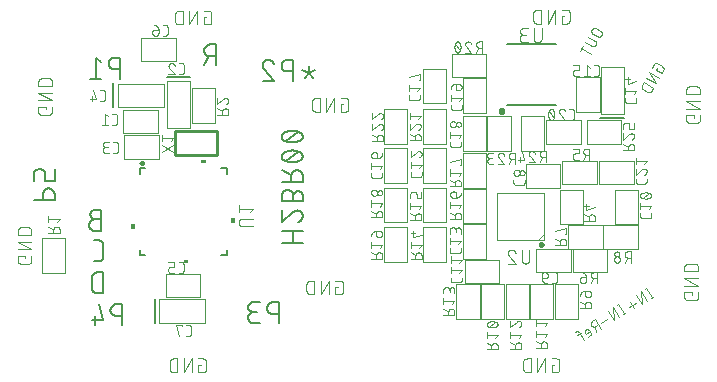
<source format=gbr>
G04 EAGLE Gerber RS-274X export*
G75*
%MOMM*%
%FSLAX34Y34*%
%LPD*%
%INSilkscreen Bottom*%
%IPPOS*%
%AMOC8*
5,1,8,0,0,1.08239X$1,22.5*%
G01*
%ADD10C,0.152400*%
%ADD11C,0.101600*%
%ADD12C,0.076200*%
%ADD13C,0.254000*%
%ADD14C,0.050800*%
%ADD15C,0.100000*%
%ADD16C,0.250000*%
%ADD17C,0.304800*%

G36*
X161492Y227554D02*
X161492Y227554D01*
X161494Y227553D01*
X161537Y227573D01*
X161581Y227591D01*
X161582Y227593D01*
X161584Y227594D01*
X161617Y227679D01*
X161617Y230219D01*
X161616Y230221D01*
X161616Y230223D01*
X161597Y230266D01*
X161578Y230310D01*
X161576Y230311D01*
X161575Y230313D01*
X161490Y230346D01*
X157680Y230346D01*
X157678Y230345D01*
X157676Y230345D01*
X157633Y230326D01*
X157590Y230307D01*
X157589Y230305D01*
X157587Y230304D01*
X157554Y230219D01*
X157554Y227679D01*
X157555Y227677D01*
X157554Y227675D01*
X157574Y227632D01*
X157592Y227589D01*
X157594Y227588D01*
X157595Y227586D01*
X157680Y227553D01*
X161490Y227553D01*
X161492Y227554D01*
G37*
G36*
X185771Y176999D02*
X185771Y176999D01*
X185773Y176998D01*
X185816Y177018D01*
X185860Y177036D01*
X185861Y177038D01*
X185863Y177039D01*
X185896Y177124D01*
X185896Y180934D01*
X185895Y180936D01*
X185895Y180938D01*
X185876Y180981D01*
X185857Y181025D01*
X185855Y181026D01*
X185854Y181028D01*
X185769Y181061D01*
X183229Y181061D01*
X183227Y181060D01*
X183225Y181060D01*
X183182Y181041D01*
X183139Y181022D01*
X183138Y181020D01*
X183136Y181019D01*
X183103Y180934D01*
X183103Y177124D01*
X183104Y177122D01*
X183103Y177120D01*
X183123Y177077D01*
X183141Y177034D01*
X183143Y177033D01*
X183144Y177031D01*
X183229Y176998D01*
X185769Y176998D01*
X185771Y176999D01*
G37*
G36*
X100935Y171998D02*
X100935Y171998D01*
X100937Y171997D01*
X100980Y172017D01*
X101024Y172035D01*
X101025Y172037D01*
X101027Y172038D01*
X101060Y172123D01*
X101060Y175933D01*
X101059Y175935D01*
X101059Y175937D01*
X101040Y175980D01*
X101021Y176024D01*
X101019Y176025D01*
X101018Y176027D01*
X100933Y176060D01*
X98393Y176060D01*
X98391Y176059D01*
X98389Y176059D01*
X98346Y176040D01*
X98303Y176021D01*
X98302Y176019D01*
X98300Y176018D01*
X98267Y175933D01*
X98267Y172123D01*
X98268Y172121D01*
X98267Y172119D01*
X98287Y172076D01*
X98305Y172033D01*
X98307Y172032D01*
X98308Y172030D01*
X98393Y171997D01*
X100933Y171997D01*
X100935Y171998D01*
G37*
G36*
X146489Y142718D02*
X146489Y142718D01*
X146491Y142717D01*
X146534Y142737D01*
X146578Y142755D01*
X146579Y142757D01*
X146581Y142758D01*
X146614Y142843D01*
X146614Y145383D01*
X146613Y145385D01*
X146613Y145387D01*
X146594Y145430D01*
X146575Y145474D01*
X146573Y145475D01*
X146572Y145477D01*
X146487Y145510D01*
X142677Y145510D01*
X142675Y145509D01*
X142673Y145509D01*
X142630Y145490D01*
X142587Y145471D01*
X142586Y145469D01*
X142584Y145468D01*
X142551Y145383D01*
X142551Y142843D01*
X142552Y142841D01*
X142551Y142839D01*
X142571Y142796D01*
X142589Y142753D01*
X142591Y142752D01*
X142592Y142750D01*
X142677Y142717D01*
X146487Y142717D01*
X146489Y142718D01*
G37*
D10*
X88932Y299212D02*
X88932Y316992D01*
X83993Y316992D01*
X83853Y316990D01*
X83714Y316984D01*
X83574Y316974D01*
X83435Y316960D01*
X83296Y316943D01*
X83158Y316921D01*
X83021Y316895D01*
X82884Y316866D01*
X82748Y316833D01*
X82614Y316796D01*
X82480Y316755D01*
X82348Y316710D01*
X82216Y316661D01*
X82087Y316609D01*
X81959Y316554D01*
X81832Y316494D01*
X81707Y316431D01*
X81584Y316365D01*
X81463Y316295D01*
X81344Y316222D01*
X81227Y316145D01*
X81113Y316065D01*
X81000Y315982D01*
X80890Y315896D01*
X80783Y315806D01*
X80678Y315714D01*
X80576Y315619D01*
X80476Y315521D01*
X80379Y315420D01*
X80285Y315316D01*
X80195Y315210D01*
X80107Y315101D01*
X80022Y314990D01*
X79941Y314876D01*
X79862Y314761D01*
X79787Y314643D01*
X79716Y314523D01*
X79648Y314400D01*
X79583Y314277D01*
X79522Y314151D01*
X79464Y314023D01*
X79410Y313895D01*
X79360Y313764D01*
X79313Y313632D01*
X79270Y313499D01*
X79231Y313365D01*
X79196Y313230D01*
X79165Y313094D01*
X79137Y312956D01*
X79114Y312819D01*
X79094Y312680D01*
X79078Y312541D01*
X79066Y312402D01*
X79058Y312263D01*
X79054Y312123D01*
X79054Y311983D01*
X79058Y311843D01*
X79066Y311704D01*
X79078Y311565D01*
X79094Y311426D01*
X79114Y311287D01*
X79137Y311150D01*
X79165Y311012D01*
X79196Y310876D01*
X79231Y310741D01*
X79270Y310607D01*
X79313Y310474D01*
X79360Y310342D01*
X79410Y310211D01*
X79464Y310083D01*
X79522Y309955D01*
X79583Y309829D01*
X79648Y309706D01*
X79716Y309584D01*
X79787Y309463D01*
X79862Y309345D01*
X79941Y309230D01*
X80022Y309116D01*
X80107Y309005D01*
X80195Y308896D01*
X80285Y308790D01*
X80379Y308686D01*
X80476Y308585D01*
X80576Y308487D01*
X80678Y308392D01*
X80783Y308300D01*
X80890Y308210D01*
X81000Y308124D01*
X81113Y308041D01*
X81227Y307961D01*
X81344Y307884D01*
X81463Y307811D01*
X81584Y307741D01*
X81707Y307675D01*
X81832Y307612D01*
X81959Y307552D01*
X82087Y307497D01*
X82216Y307445D01*
X82348Y307396D01*
X82480Y307351D01*
X82614Y307310D01*
X82748Y307273D01*
X82884Y307240D01*
X83021Y307211D01*
X83158Y307185D01*
X83296Y307163D01*
X83435Y307146D01*
X83574Y307132D01*
X83714Y307122D01*
X83853Y307116D01*
X83993Y307114D01*
X88932Y307114D01*
X72937Y313041D02*
X67998Y316992D01*
X67998Y299212D01*
X72937Y299212D02*
X63059Y299212D01*
X248516Y304285D02*
X248516Y310212D01*
X248516Y304285D02*
X245059Y299840D01*
X248516Y304285D02*
X251974Y299840D01*
X248516Y304285D02*
X243084Y306261D01*
X248516Y304285D02*
X253949Y306261D01*
X235391Y297371D02*
X235391Y315151D01*
X230452Y315151D01*
X230312Y315149D01*
X230173Y315143D01*
X230033Y315133D01*
X229894Y315119D01*
X229755Y315102D01*
X229617Y315080D01*
X229480Y315054D01*
X229343Y315025D01*
X229207Y314992D01*
X229073Y314955D01*
X228939Y314914D01*
X228807Y314869D01*
X228675Y314820D01*
X228546Y314768D01*
X228418Y314713D01*
X228291Y314653D01*
X228166Y314590D01*
X228043Y314524D01*
X227922Y314454D01*
X227803Y314381D01*
X227686Y314304D01*
X227572Y314224D01*
X227459Y314141D01*
X227349Y314055D01*
X227242Y313965D01*
X227137Y313873D01*
X227035Y313778D01*
X226935Y313680D01*
X226838Y313579D01*
X226744Y313475D01*
X226654Y313369D01*
X226566Y313260D01*
X226481Y313149D01*
X226400Y313035D01*
X226321Y312920D01*
X226246Y312802D01*
X226175Y312682D01*
X226107Y312559D01*
X226042Y312436D01*
X225981Y312310D01*
X225923Y312182D01*
X225869Y312054D01*
X225819Y311923D01*
X225772Y311791D01*
X225729Y311658D01*
X225690Y311524D01*
X225655Y311389D01*
X225624Y311253D01*
X225596Y311115D01*
X225573Y310978D01*
X225553Y310839D01*
X225537Y310700D01*
X225525Y310561D01*
X225517Y310422D01*
X225513Y310282D01*
X225513Y310142D01*
X225517Y310002D01*
X225525Y309863D01*
X225537Y309724D01*
X225553Y309585D01*
X225573Y309446D01*
X225596Y309309D01*
X225624Y309171D01*
X225655Y309035D01*
X225690Y308900D01*
X225729Y308766D01*
X225772Y308633D01*
X225819Y308501D01*
X225869Y308370D01*
X225923Y308242D01*
X225981Y308114D01*
X226042Y307988D01*
X226107Y307865D01*
X226175Y307743D01*
X226246Y307622D01*
X226321Y307504D01*
X226400Y307389D01*
X226481Y307275D01*
X226566Y307164D01*
X226654Y307055D01*
X226744Y306949D01*
X226838Y306845D01*
X226935Y306744D01*
X227035Y306646D01*
X227137Y306551D01*
X227242Y306459D01*
X227349Y306369D01*
X227459Y306283D01*
X227572Y306200D01*
X227686Y306120D01*
X227803Y306043D01*
X227922Y305970D01*
X228043Y305900D01*
X228166Y305834D01*
X228291Y305771D01*
X228418Y305711D01*
X228546Y305656D01*
X228675Y305604D01*
X228807Y305555D01*
X228939Y305510D01*
X229073Y305469D01*
X229207Y305432D01*
X229343Y305399D01*
X229480Y305370D01*
X229617Y305344D01*
X229755Y305322D01*
X229894Y305305D01*
X230033Y305291D01*
X230173Y305281D01*
X230312Y305275D01*
X230452Y305273D01*
X235391Y305273D01*
X213963Y315151D02*
X213831Y315149D01*
X213700Y315143D01*
X213568Y315133D01*
X213437Y315120D01*
X213307Y315102D01*
X213177Y315081D01*
X213047Y315056D01*
X212919Y315027D01*
X212791Y314994D01*
X212665Y314957D01*
X212539Y314917D01*
X212415Y314873D01*
X212292Y314825D01*
X212171Y314774D01*
X212051Y314719D01*
X211933Y314661D01*
X211817Y314599D01*
X211703Y314533D01*
X211590Y314465D01*
X211480Y314393D01*
X211372Y314318D01*
X211266Y314239D01*
X211162Y314158D01*
X211061Y314073D01*
X210963Y313986D01*
X210867Y313895D01*
X210774Y313802D01*
X210683Y313706D01*
X210596Y313608D01*
X210511Y313507D01*
X210430Y313403D01*
X210351Y313297D01*
X210276Y313189D01*
X210204Y313079D01*
X210136Y312966D01*
X210070Y312852D01*
X210008Y312736D01*
X209950Y312618D01*
X209895Y312498D01*
X209844Y312377D01*
X209796Y312254D01*
X209752Y312130D01*
X209712Y312004D01*
X209675Y311878D01*
X209642Y311750D01*
X209613Y311622D01*
X209588Y311492D01*
X209567Y311362D01*
X209549Y311232D01*
X209536Y311101D01*
X209526Y310969D01*
X209520Y310838D01*
X209518Y310706D01*
X213963Y315151D02*
X214113Y315149D01*
X214262Y315143D01*
X214411Y315133D01*
X214560Y315120D01*
X214709Y315102D01*
X214857Y315081D01*
X215005Y315055D01*
X215151Y315026D01*
X215297Y314993D01*
X215442Y314956D01*
X215586Y314915D01*
X215729Y314871D01*
X215871Y314823D01*
X216011Y314771D01*
X216150Y314716D01*
X216288Y314657D01*
X216423Y314594D01*
X216558Y314528D01*
X216690Y314458D01*
X216820Y314385D01*
X216949Y314308D01*
X217076Y314228D01*
X217200Y314145D01*
X217322Y314059D01*
X217442Y313969D01*
X217559Y313876D01*
X217674Y313781D01*
X217787Y313682D01*
X217897Y313580D01*
X218004Y313476D01*
X218108Y313369D01*
X218210Y313259D01*
X218308Y313146D01*
X218404Y313031D01*
X218496Y312913D01*
X218586Y312793D01*
X218672Y312671D01*
X218755Y312547D01*
X218835Y312420D01*
X218911Y312292D01*
X218984Y312161D01*
X219054Y312028D01*
X219120Y311894D01*
X219182Y311758D01*
X219241Y311621D01*
X219297Y311482D01*
X219348Y311341D01*
X219396Y311200D01*
X211001Y307249D02*
X210905Y307342D01*
X210813Y307438D01*
X210723Y307537D01*
X210636Y307638D01*
X210552Y307741D01*
X210470Y307846D01*
X210392Y307954D01*
X210317Y308064D01*
X210244Y308176D01*
X210175Y308290D01*
X210109Y308406D01*
X210047Y308524D01*
X209988Y308643D01*
X209932Y308764D01*
X209879Y308887D01*
X209830Y309011D01*
X209785Y309136D01*
X209742Y309263D01*
X209704Y309390D01*
X209669Y309519D01*
X209638Y309648D01*
X209610Y309779D01*
X209586Y309910D01*
X209565Y310042D01*
X209549Y310174D01*
X209536Y310307D01*
X209526Y310440D01*
X209521Y310573D01*
X209519Y310706D01*
X211000Y307248D02*
X219396Y297371D01*
X209518Y297371D01*
X33369Y196409D02*
X15589Y196409D01*
X33369Y196409D02*
X33369Y201348D01*
X33367Y201488D01*
X33361Y201627D01*
X33351Y201767D01*
X33337Y201906D01*
X33320Y202045D01*
X33298Y202183D01*
X33272Y202320D01*
X33243Y202457D01*
X33210Y202593D01*
X33173Y202727D01*
X33132Y202861D01*
X33087Y202993D01*
X33038Y203125D01*
X32986Y203254D01*
X32931Y203382D01*
X32871Y203509D01*
X32808Y203634D01*
X32742Y203757D01*
X32672Y203878D01*
X32599Y203997D01*
X32522Y204114D01*
X32442Y204228D01*
X32359Y204341D01*
X32273Y204451D01*
X32183Y204558D01*
X32091Y204663D01*
X31996Y204765D01*
X31898Y204865D01*
X31797Y204962D01*
X31693Y205056D01*
X31587Y205146D01*
X31478Y205234D01*
X31367Y205319D01*
X31253Y205400D01*
X31138Y205479D01*
X31020Y205554D01*
X30900Y205625D01*
X30777Y205693D01*
X30654Y205758D01*
X30528Y205819D01*
X30400Y205877D01*
X30272Y205931D01*
X30141Y205981D01*
X30009Y206028D01*
X29876Y206071D01*
X29742Y206110D01*
X29607Y206145D01*
X29471Y206176D01*
X29333Y206204D01*
X29196Y206227D01*
X29057Y206247D01*
X28918Y206263D01*
X28779Y206275D01*
X28640Y206283D01*
X28500Y206287D01*
X28360Y206287D01*
X28220Y206283D01*
X28081Y206275D01*
X27942Y206263D01*
X27803Y206247D01*
X27664Y206227D01*
X27527Y206204D01*
X27389Y206176D01*
X27253Y206145D01*
X27118Y206110D01*
X26984Y206071D01*
X26851Y206028D01*
X26719Y205981D01*
X26588Y205931D01*
X26460Y205877D01*
X26332Y205819D01*
X26206Y205758D01*
X26083Y205693D01*
X25960Y205625D01*
X25840Y205554D01*
X25722Y205479D01*
X25607Y205400D01*
X25493Y205319D01*
X25382Y205234D01*
X25273Y205146D01*
X25167Y205056D01*
X25063Y204962D01*
X24962Y204865D01*
X24864Y204765D01*
X24769Y204663D01*
X24677Y204558D01*
X24587Y204451D01*
X24501Y204341D01*
X24418Y204228D01*
X24338Y204114D01*
X24261Y203997D01*
X24188Y203878D01*
X24118Y203757D01*
X24052Y203634D01*
X23989Y203509D01*
X23929Y203382D01*
X23874Y203254D01*
X23822Y203125D01*
X23773Y202993D01*
X23728Y202861D01*
X23687Y202727D01*
X23650Y202593D01*
X23617Y202457D01*
X23588Y202320D01*
X23562Y202183D01*
X23540Y202045D01*
X23523Y201906D01*
X23509Y201767D01*
X23499Y201627D01*
X23493Y201488D01*
X23491Y201348D01*
X23491Y196409D01*
X15589Y212404D02*
X15589Y218331D01*
X15591Y218455D01*
X15597Y218579D01*
X15607Y218703D01*
X15620Y218826D01*
X15638Y218949D01*
X15659Y219071D01*
X15684Y219193D01*
X15713Y219314D01*
X15746Y219433D01*
X15782Y219552D01*
X15823Y219669D01*
X15866Y219785D01*
X15914Y219900D01*
X15965Y220013D01*
X16020Y220125D01*
X16078Y220234D01*
X16139Y220342D01*
X16204Y220448D01*
X16272Y220552D01*
X16344Y220653D01*
X16418Y220753D01*
X16496Y220849D01*
X16576Y220944D01*
X16660Y221036D01*
X16746Y221125D01*
X16835Y221211D01*
X16927Y221295D01*
X17022Y221375D01*
X17118Y221453D01*
X17218Y221527D01*
X17319Y221599D01*
X17423Y221667D01*
X17529Y221732D01*
X17637Y221793D01*
X17746Y221851D01*
X17858Y221906D01*
X17971Y221957D01*
X18086Y222005D01*
X18202Y222048D01*
X18319Y222089D01*
X18438Y222125D01*
X18557Y222158D01*
X18678Y222187D01*
X18800Y222212D01*
X18922Y222233D01*
X19045Y222251D01*
X19168Y222264D01*
X19292Y222274D01*
X19416Y222280D01*
X19540Y222282D01*
X21516Y222282D01*
X21640Y222280D01*
X21764Y222274D01*
X21888Y222264D01*
X22011Y222251D01*
X22134Y222233D01*
X22256Y222212D01*
X22378Y222187D01*
X22499Y222158D01*
X22618Y222125D01*
X22737Y222089D01*
X22854Y222048D01*
X22970Y222005D01*
X23085Y221957D01*
X23198Y221906D01*
X23310Y221851D01*
X23419Y221793D01*
X23527Y221732D01*
X23633Y221667D01*
X23737Y221599D01*
X23838Y221527D01*
X23938Y221453D01*
X24034Y221375D01*
X24129Y221295D01*
X24221Y221211D01*
X24310Y221125D01*
X24396Y221036D01*
X24480Y220944D01*
X24560Y220849D01*
X24638Y220753D01*
X24712Y220653D01*
X24784Y220552D01*
X24852Y220448D01*
X24917Y220342D01*
X24978Y220234D01*
X25036Y220125D01*
X25091Y220013D01*
X25142Y219900D01*
X25190Y219785D01*
X25233Y219669D01*
X25274Y219552D01*
X25310Y219433D01*
X25343Y219314D01*
X25372Y219193D01*
X25397Y219071D01*
X25418Y218949D01*
X25436Y218826D01*
X25449Y218703D01*
X25459Y218579D01*
X25465Y218455D01*
X25467Y218331D01*
X25467Y212404D01*
X33369Y212404D01*
X33369Y222282D01*
X90519Y108236D02*
X90519Y90456D01*
X90519Y108236D02*
X85580Y108236D01*
X85440Y108234D01*
X85301Y108228D01*
X85161Y108218D01*
X85022Y108204D01*
X84883Y108187D01*
X84745Y108165D01*
X84608Y108139D01*
X84471Y108110D01*
X84335Y108077D01*
X84201Y108040D01*
X84067Y107999D01*
X83935Y107954D01*
X83803Y107905D01*
X83674Y107853D01*
X83546Y107798D01*
X83419Y107738D01*
X83294Y107675D01*
X83171Y107609D01*
X83050Y107539D01*
X82931Y107466D01*
X82814Y107389D01*
X82700Y107309D01*
X82587Y107226D01*
X82477Y107140D01*
X82370Y107050D01*
X82265Y106958D01*
X82163Y106863D01*
X82063Y106765D01*
X81966Y106664D01*
X81872Y106560D01*
X81782Y106454D01*
X81694Y106345D01*
X81609Y106234D01*
X81528Y106120D01*
X81449Y106005D01*
X81374Y105887D01*
X81303Y105766D01*
X81235Y105644D01*
X81170Y105521D01*
X81109Y105395D01*
X81051Y105267D01*
X80997Y105139D01*
X80947Y105008D01*
X80900Y104876D01*
X80857Y104743D01*
X80818Y104609D01*
X80783Y104474D01*
X80752Y104338D01*
X80724Y104200D01*
X80701Y104063D01*
X80681Y103924D01*
X80665Y103785D01*
X80653Y103646D01*
X80645Y103507D01*
X80641Y103367D01*
X80641Y103227D01*
X80645Y103087D01*
X80653Y102948D01*
X80665Y102809D01*
X80681Y102670D01*
X80701Y102531D01*
X80724Y102394D01*
X80752Y102256D01*
X80783Y102120D01*
X80818Y101985D01*
X80857Y101851D01*
X80900Y101718D01*
X80947Y101586D01*
X80997Y101455D01*
X81051Y101327D01*
X81109Y101199D01*
X81170Y101073D01*
X81235Y100950D01*
X81303Y100827D01*
X81374Y100707D01*
X81449Y100589D01*
X81528Y100474D01*
X81609Y100360D01*
X81694Y100249D01*
X81782Y100140D01*
X81872Y100034D01*
X81966Y99930D01*
X82063Y99829D01*
X82163Y99731D01*
X82265Y99636D01*
X82370Y99544D01*
X82477Y99454D01*
X82587Y99368D01*
X82700Y99285D01*
X82814Y99205D01*
X82931Y99128D01*
X83050Y99055D01*
X83171Y98985D01*
X83294Y98919D01*
X83419Y98856D01*
X83546Y98796D01*
X83674Y98741D01*
X83803Y98689D01*
X83935Y98640D01*
X84067Y98595D01*
X84201Y98554D01*
X84335Y98517D01*
X84471Y98484D01*
X84608Y98455D01*
X84745Y98429D01*
X84883Y98407D01*
X85022Y98390D01*
X85161Y98376D01*
X85301Y98366D01*
X85440Y98360D01*
X85580Y98358D01*
X90519Y98358D01*
X74524Y94407D02*
X70573Y108236D01*
X74524Y94407D02*
X64646Y94407D01*
X67610Y98358D02*
X67610Y90456D01*
X223076Y92043D02*
X223076Y109823D01*
X218137Y109823D01*
X217997Y109821D01*
X217858Y109815D01*
X217718Y109805D01*
X217579Y109791D01*
X217440Y109774D01*
X217302Y109752D01*
X217165Y109726D01*
X217028Y109697D01*
X216892Y109664D01*
X216758Y109627D01*
X216624Y109586D01*
X216492Y109541D01*
X216360Y109492D01*
X216231Y109440D01*
X216103Y109385D01*
X215976Y109325D01*
X215851Y109262D01*
X215728Y109196D01*
X215607Y109126D01*
X215488Y109053D01*
X215371Y108976D01*
X215257Y108896D01*
X215144Y108813D01*
X215034Y108727D01*
X214927Y108637D01*
X214822Y108545D01*
X214720Y108450D01*
X214620Y108352D01*
X214523Y108251D01*
X214429Y108147D01*
X214339Y108041D01*
X214251Y107932D01*
X214166Y107821D01*
X214085Y107707D01*
X214006Y107592D01*
X213931Y107474D01*
X213860Y107353D01*
X213792Y107231D01*
X213727Y107108D01*
X213666Y106982D01*
X213608Y106854D01*
X213554Y106726D01*
X213504Y106595D01*
X213457Y106463D01*
X213414Y106330D01*
X213375Y106196D01*
X213340Y106061D01*
X213309Y105925D01*
X213281Y105787D01*
X213258Y105650D01*
X213238Y105511D01*
X213222Y105372D01*
X213210Y105233D01*
X213202Y105094D01*
X213198Y104954D01*
X213198Y104814D01*
X213202Y104674D01*
X213210Y104535D01*
X213222Y104396D01*
X213238Y104257D01*
X213258Y104118D01*
X213281Y103981D01*
X213309Y103843D01*
X213340Y103707D01*
X213375Y103572D01*
X213414Y103438D01*
X213457Y103305D01*
X213504Y103173D01*
X213554Y103042D01*
X213608Y102914D01*
X213666Y102786D01*
X213727Y102660D01*
X213792Y102537D01*
X213860Y102414D01*
X213931Y102294D01*
X214006Y102176D01*
X214085Y102061D01*
X214166Y101947D01*
X214251Y101836D01*
X214339Y101727D01*
X214429Y101621D01*
X214523Y101517D01*
X214620Y101416D01*
X214720Y101318D01*
X214822Y101223D01*
X214927Y101131D01*
X215034Y101041D01*
X215144Y100955D01*
X215257Y100872D01*
X215371Y100792D01*
X215488Y100715D01*
X215607Y100642D01*
X215728Y100572D01*
X215851Y100506D01*
X215976Y100443D01*
X216103Y100383D01*
X216231Y100328D01*
X216360Y100276D01*
X216492Y100227D01*
X216624Y100182D01*
X216758Y100141D01*
X216892Y100104D01*
X217028Y100071D01*
X217165Y100042D01*
X217302Y100016D01*
X217440Y99994D01*
X217579Y99977D01*
X217718Y99963D01*
X217858Y99953D01*
X217997Y99947D01*
X218137Y99945D01*
X223076Y99945D01*
X207080Y92043D02*
X202142Y92043D01*
X202002Y92045D01*
X201863Y92051D01*
X201723Y92061D01*
X201584Y92075D01*
X201445Y92092D01*
X201307Y92114D01*
X201170Y92140D01*
X201033Y92169D01*
X200897Y92202D01*
X200763Y92239D01*
X200629Y92280D01*
X200497Y92325D01*
X200365Y92374D01*
X200236Y92426D01*
X200108Y92481D01*
X199981Y92541D01*
X199856Y92604D01*
X199733Y92670D01*
X199612Y92740D01*
X199493Y92813D01*
X199376Y92890D01*
X199262Y92970D01*
X199149Y93053D01*
X199039Y93139D01*
X198932Y93229D01*
X198827Y93321D01*
X198725Y93416D01*
X198625Y93514D01*
X198528Y93615D01*
X198434Y93719D01*
X198344Y93825D01*
X198256Y93934D01*
X198171Y94045D01*
X198090Y94159D01*
X198011Y94274D01*
X197936Y94392D01*
X197865Y94512D01*
X197797Y94635D01*
X197732Y94758D01*
X197671Y94884D01*
X197613Y95012D01*
X197559Y95140D01*
X197509Y95271D01*
X197462Y95403D01*
X197419Y95536D01*
X197380Y95670D01*
X197345Y95805D01*
X197314Y95941D01*
X197286Y96079D01*
X197263Y96216D01*
X197243Y96355D01*
X197227Y96494D01*
X197215Y96633D01*
X197207Y96772D01*
X197203Y96912D01*
X197203Y97052D01*
X197207Y97192D01*
X197215Y97331D01*
X197227Y97470D01*
X197243Y97609D01*
X197263Y97748D01*
X197286Y97885D01*
X197314Y98023D01*
X197345Y98159D01*
X197380Y98294D01*
X197419Y98428D01*
X197462Y98561D01*
X197509Y98693D01*
X197559Y98824D01*
X197613Y98952D01*
X197671Y99080D01*
X197732Y99206D01*
X197797Y99329D01*
X197865Y99451D01*
X197936Y99572D01*
X198011Y99690D01*
X198090Y99805D01*
X198171Y99919D01*
X198256Y100030D01*
X198344Y100139D01*
X198434Y100245D01*
X198528Y100349D01*
X198625Y100450D01*
X198725Y100548D01*
X198827Y100643D01*
X198932Y100735D01*
X199039Y100825D01*
X199149Y100911D01*
X199262Y100994D01*
X199376Y101074D01*
X199493Y101151D01*
X199612Y101224D01*
X199733Y101294D01*
X199856Y101360D01*
X199981Y101423D01*
X200108Y101483D01*
X200236Y101538D01*
X200365Y101590D01*
X200497Y101639D01*
X200629Y101684D01*
X200763Y101725D01*
X200897Y101762D01*
X201033Y101795D01*
X201170Y101824D01*
X201307Y101850D01*
X201445Y101872D01*
X201584Y101889D01*
X201723Y101903D01*
X201863Y101913D01*
X202002Y101919D01*
X202142Y101921D01*
X201154Y109823D02*
X207080Y109823D01*
X201154Y109823D02*
X201030Y109821D01*
X200906Y109815D01*
X200782Y109805D01*
X200659Y109792D01*
X200536Y109774D01*
X200414Y109753D01*
X200292Y109728D01*
X200171Y109699D01*
X200052Y109666D01*
X199933Y109630D01*
X199816Y109589D01*
X199700Y109546D01*
X199585Y109498D01*
X199472Y109447D01*
X199360Y109392D01*
X199251Y109334D01*
X199143Y109273D01*
X199037Y109208D01*
X198933Y109140D01*
X198832Y109068D01*
X198732Y108994D01*
X198636Y108916D01*
X198541Y108836D01*
X198449Y108752D01*
X198360Y108666D01*
X198274Y108577D01*
X198190Y108485D01*
X198110Y108390D01*
X198032Y108294D01*
X197958Y108194D01*
X197886Y108093D01*
X197818Y107989D01*
X197753Y107883D01*
X197692Y107775D01*
X197634Y107666D01*
X197579Y107554D01*
X197528Y107441D01*
X197480Y107326D01*
X197437Y107210D01*
X197396Y107093D01*
X197360Y106974D01*
X197327Y106855D01*
X197298Y106734D01*
X197273Y106612D01*
X197252Y106490D01*
X197234Y106367D01*
X197221Y106244D01*
X197211Y106120D01*
X197205Y105996D01*
X197203Y105872D01*
X197205Y105748D01*
X197211Y105624D01*
X197221Y105500D01*
X197234Y105377D01*
X197252Y105254D01*
X197273Y105132D01*
X197298Y105010D01*
X197327Y104889D01*
X197360Y104770D01*
X197396Y104651D01*
X197437Y104534D01*
X197480Y104418D01*
X197528Y104303D01*
X197579Y104190D01*
X197634Y104078D01*
X197692Y103969D01*
X197753Y103861D01*
X197818Y103755D01*
X197886Y103651D01*
X197958Y103550D01*
X198032Y103450D01*
X198110Y103354D01*
X198190Y103259D01*
X198274Y103167D01*
X198360Y103078D01*
X198449Y102992D01*
X198541Y102908D01*
X198636Y102828D01*
X198732Y102750D01*
X198832Y102676D01*
X198933Y102604D01*
X199037Y102536D01*
X199143Y102471D01*
X199251Y102410D01*
X199360Y102352D01*
X199472Y102297D01*
X199585Y102246D01*
X199700Y102198D01*
X199816Y102155D01*
X199933Y102114D01*
X200052Y102078D01*
X200171Y102045D01*
X200292Y102016D01*
X200414Y101991D01*
X200536Y101970D01*
X200659Y101952D01*
X200782Y101939D01*
X200906Y101929D01*
X201030Y101923D01*
X201154Y101921D01*
X205105Y101921D01*
X225603Y160357D02*
X243383Y160357D01*
X235481Y160357D02*
X235481Y170235D01*
X243383Y170235D02*
X225603Y170235D01*
X238938Y187543D02*
X239070Y187541D01*
X239201Y187535D01*
X239333Y187525D01*
X239464Y187512D01*
X239594Y187494D01*
X239724Y187473D01*
X239854Y187448D01*
X239982Y187419D01*
X240110Y187386D01*
X240236Y187349D01*
X240362Y187309D01*
X240486Y187265D01*
X240609Y187217D01*
X240730Y187166D01*
X240850Y187111D01*
X240968Y187053D01*
X241084Y186991D01*
X241198Y186925D01*
X241311Y186857D01*
X241421Y186785D01*
X241529Y186710D01*
X241635Y186631D01*
X241739Y186550D01*
X241840Y186465D01*
X241938Y186378D01*
X242034Y186287D01*
X242127Y186194D01*
X242218Y186098D01*
X242305Y186000D01*
X242390Y185899D01*
X242471Y185795D01*
X242550Y185689D01*
X242625Y185581D01*
X242697Y185471D01*
X242765Y185358D01*
X242831Y185244D01*
X242893Y185128D01*
X242951Y185010D01*
X243006Y184890D01*
X243057Y184769D01*
X243105Y184646D01*
X243149Y184522D01*
X243189Y184396D01*
X243226Y184270D01*
X243259Y184142D01*
X243288Y184014D01*
X243313Y183884D01*
X243334Y183754D01*
X243352Y183624D01*
X243365Y183493D01*
X243375Y183361D01*
X243381Y183230D01*
X243383Y183098D01*
X243381Y182948D01*
X243375Y182799D01*
X243365Y182650D01*
X243352Y182501D01*
X243334Y182352D01*
X243313Y182204D01*
X243287Y182056D01*
X243258Y181910D01*
X243225Y181764D01*
X243188Y181619D01*
X243147Y181475D01*
X243103Y181332D01*
X243055Y181190D01*
X243003Y181050D01*
X242948Y180911D01*
X242889Y180773D01*
X242826Y180638D01*
X242760Y180503D01*
X242690Y180371D01*
X242617Y180241D01*
X242540Y180112D01*
X242460Y179985D01*
X242377Y179861D01*
X242291Y179739D01*
X242201Y179619D01*
X242108Y179502D01*
X242013Y179387D01*
X241914Y179274D01*
X241812Y179164D01*
X241708Y179057D01*
X241601Y178953D01*
X241491Y178851D01*
X241378Y178753D01*
X241263Y178657D01*
X241145Y178565D01*
X241025Y178475D01*
X240903Y178389D01*
X240779Y178306D01*
X240652Y178226D01*
X240524Y178150D01*
X240393Y178077D01*
X240260Y178007D01*
X240126Y177941D01*
X239990Y177879D01*
X239853Y177820D01*
X239714Y177764D01*
X239573Y177713D01*
X239432Y177665D01*
X235481Y186061D02*
X235574Y186157D01*
X235670Y186249D01*
X235769Y186339D01*
X235870Y186426D01*
X235973Y186511D01*
X236078Y186592D01*
X236186Y186670D01*
X236296Y186745D01*
X236408Y186818D01*
X236522Y186887D01*
X236638Y186953D01*
X236756Y187015D01*
X236875Y187074D01*
X236996Y187130D01*
X237119Y187183D01*
X237243Y187232D01*
X237368Y187277D01*
X237495Y187320D01*
X237622Y187358D01*
X237751Y187393D01*
X237880Y187424D01*
X238011Y187452D01*
X238142Y187476D01*
X238274Y187497D01*
X238406Y187513D01*
X238539Y187526D01*
X238672Y187536D01*
X238805Y187541D01*
X238938Y187543D01*
X235481Y186062D02*
X225603Y177666D01*
X225603Y187543D01*
X235481Y195171D02*
X235481Y200110D01*
X235479Y200250D01*
X235473Y200389D01*
X235463Y200529D01*
X235449Y200668D01*
X235432Y200807D01*
X235410Y200945D01*
X235384Y201082D01*
X235355Y201219D01*
X235322Y201355D01*
X235285Y201489D01*
X235244Y201623D01*
X235199Y201755D01*
X235150Y201887D01*
X235098Y202016D01*
X235043Y202144D01*
X234983Y202271D01*
X234920Y202396D01*
X234854Y202519D01*
X234784Y202640D01*
X234711Y202759D01*
X234634Y202876D01*
X234554Y202990D01*
X234471Y203103D01*
X234385Y203213D01*
X234295Y203320D01*
X234203Y203425D01*
X234108Y203527D01*
X234010Y203627D01*
X233909Y203724D01*
X233805Y203818D01*
X233699Y203908D01*
X233590Y203996D01*
X233479Y204081D01*
X233365Y204162D01*
X233250Y204241D01*
X233132Y204316D01*
X233012Y204387D01*
X232889Y204455D01*
X232766Y204520D01*
X232640Y204581D01*
X232512Y204639D01*
X232384Y204693D01*
X232253Y204743D01*
X232121Y204790D01*
X231988Y204833D01*
X231854Y204872D01*
X231719Y204907D01*
X231583Y204938D01*
X231445Y204966D01*
X231308Y204989D01*
X231169Y205009D01*
X231030Y205025D01*
X230891Y205037D01*
X230752Y205045D01*
X230612Y205049D01*
X230472Y205049D01*
X230332Y205045D01*
X230193Y205037D01*
X230054Y205025D01*
X229915Y205009D01*
X229776Y204989D01*
X229639Y204966D01*
X229501Y204938D01*
X229365Y204907D01*
X229230Y204872D01*
X229096Y204833D01*
X228963Y204790D01*
X228831Y204743D01*
X228700Y204693D01*
X228572Y204639D01*
X228444Y204581D01*
X228318Y204520D01*
X228195Y204455D01*
X228073Y204387D01*
X227952Y204316D01*
X227834Y204241D01*
X227719Y204162D01*
X227605Y204081D01*
X227494Y203996D01*
X227385Y203908D01*
X227279Y203818D01*
X227175Y203724D01*
X227074Y203627D01*
X226976Y203527D01*
X226881Y203425D01*
X226789Y203320D01*
X226699Y203213D01*
X226613Y203103D01*
X226530Y202990D01*
X226450Y202876D01*
X226373Y202759D01*
X226300Y202640D01*
X226230Y202519D01*
X226164Y202396D01*
X226101Y202271D01*
X226041Y202144D01*
X225986Y202016D01*
X225934Y201887D01*
X225885Y201755D01*
X225840Y201623D01*
X225799Y201489D01*
X225762Y201355D01*
X225729Y201219D01*
X225700Y201082D01*
X225674Y200945D01*
X225652Y200807D01*
X225635Y200668D01*
X225621Y200529D01*
X225611Y200389D01*
X225605Y200250D01*
X225603Y200110D01*
X225603Y195171D01*
X243383Y195171D01*
X243383Y200110D01*
X243381Y200234D01*
X243375Y200358D01*
X243365Y200482D01*
X243352Y200605D01*
X243334Y200728D01*
X243313Y200850D01*
X243288Y200972D01*
X243259Y201093D01*
X243226Y201212D01*
X243190Y201331D01*
X243149Y201448D01*
X243106Y201564D01*
X243058Y201679D01*
X243007Y201792D01*
X242952Y201904D01*
X242894Y202013D01*
X242833Y202121D01*
X242768Y202227D01*
X242700Y202331D01*
X242628Y202432D01*
X242554Y202532D01*
X242476Y202628D01*
X242396Y202723D01*
X242312Y202815D01*
X242226Y202904D01*
X242137Y202990D01*
X242045Y203074D01*
X241950Y203154D01*
X241854Y203232D01*
X241754Y203306D01*
X241653Y203378D01*
X241549Y203446D01*
X241443Y203511D01*
X241335Y203572D01*
X241226Y203630D01*
X241114Y203685D01*
X241001Y203736D01*
X240886Y203784D01*
X240770Y203827D01*
X240653Y203868D01*
X240534Y203904D01*
X240415Y203937D01*
X240294Y203966D01*
X240172Y203991D01*
X240050Y204012D01*
X239927Y204030D01*
X239804Y204043D01*
X239680Y204053D01*
X239556Y204059D01*
X239432Y204061D01*
X239308Y204059D01*
X239184Y204053D01*
X239060Y204043D01*
X238937Y204030D01*
X238814Y204012D01*
X238692Y203991D01*
X238570Y203966D01*
X238449Y203937D01*
X238330Y203904D01*
X238211Y203868D01*
X238094Y203827D01*
X237978Y203784D01*
X237863Y203736D01*
X237750Y203685D01*
X237638Y203630D01*
X237529Y203572D01*
X237421Y203511D01*
X237315Y203446D01*
X237211Y203378D01*
X237110Y203306D01*
X237010Y203232D01*
X236914Y203154D01*
X236819Y203074D01*
X236727Y202990D01*
X236638Y202904D01*
X236552Y202815D01*
X236468Y202723D01*
X236388Y202628D01*
X236310Y202532D01*
X236236Y202432D01*
X236164Y202331D01*
X236096Y202227D01*
X236031Y202121D01*
X235970Y202013D01*
X235912Y201904D01*
X235857Y201792D01*
X235806Y201679D01*
X235758Y201564D01*
X235715Y201448D01*
X235674Y201331D01*
X235638Y201212D01*
X235605Y201093D01*
X235576Y200972D01*
X235551Y200850D01*
X235530Y200728D01*
X235512Y200605D01*
X235499Y200482D01*
X235489Y200358D01*
X235483Y200234D01*
X235481Y200110D01*
X243383Y211810D02*
X225603Y211810D01*
X243383Y211810D02*
X243383Y216749D01*
X243381Y216889D01*
X243375Y217028D01*
X243365Y217168D01*
X243351Y217307D01*
X243334Y217446D01*
X243312Y217584D01*
X243286Y217721D01*
X243257Y217858D01*
X243224Y217994D01*
X243187Y218128D01*
X243146Y218262D01*
X243101Y218394D01*
X243052Y218526D01*
X243000Y218655D01*
X242945Y218783D01*
X242885Y218910D01*
X242822Y219035D01*
X242756Y219158D01*
X242686Y219279D01*
X242613Y219398D01*
X242536Y219515D01*
X242456Y219629D01*
X242373Y219742D01*
X242287Y219852D01*
X242197Y219959D01*
X242105Y220064D01*
X242010Y220166D01*
X241912Y220266D01*
X241811Y220363D01*
X241707Y220457D01*
X241601Y220547D01*
X241492Y220635D01*
X241381Y220720D01*
X241267Y220801D01*
X241152Y220880D01*
X241034Y220955D01*
X240914Y221026D01*
X240791Y221094D01*
X240668Y221159D01*
X240542Y221220D01*
X240414Y221278D01*
X240286Y221332D01*
X240155Y221382D01*
X240023Y221429D01*
X239890Y221472D01*
X239756Y221511D01*
X239621Y221546D01*
X239485Y221577D01*
X239347Y221605D01*
X239210Y221628D01*
X239071Y221648D01*
X238932Y221664D01*
X238793Y221676D01*
X238654Y221684D01*
X238514Y221688D01*
X238374Y221688D01*
X238234Y221684D01*
X238095Y221676D01*
X237956Y221664D01*
X237817Y221648D01*
X237678Y221628D01*
X237541Y221605D01*
X237403Y221577D01*
X237267Y221546D01*
X237132Y221511D01*
X236998Y221472D01*
X236865Y221429D01*
X236733Y221382D01*
X236602Y221332D01*
X236474Y221278D01*
X236346Y221220D01*
X236220Y221159D01*
X236097Y221094D01*
X235975Y221026D01*
X235854Y220955D01*
X235736Y220880D01*
X235621Y220801D01*
X235507Y220720D01*
X235396Y220635D01*
X235287Y220547D01*
X235181Y220457D01*
X235077Y220363D01*
X234976Y220266D01*
X234878Y220166D01*
X234783Y220064D01*
X234691Y219959D01*
X234601Y219852D01*
X234515Y219742D01*
X234432Y219629D01*
X234352Y219515D01*
X234275Y219398D01*
X234202Y219279D01*
X234132Y219158D01*
X234066Y219035D01*
X234003Y218910D01*
X233943Y218783D01*
X233888Y218655D01*
X233836Y218526D01*
X233787Y218394D01*
X233742Y218262D01*
X233701Y218128D01*
X233664Y217994D01*
X233631Y217858D01*
X233602Y217721D01*
X233576Y217584D01*
X233554Y217446D01*
X233537Y217307D01*
X233523Y217168D01*
X233513Y217028D01*
X233507Y216889D01*
X233505Y216749D01*
X233505Y211810D01*
X233505Y217737D02*
X225603Y221688D01*
X234493Y228475D02*
X234843Y228479D01*
X235192Y228492D01*
X235541Y228513D01*
X235890Y228542D01*
X236238Y228579D01*
X236585Y228625D01*
X236930Y228679D01*
X237274Y228741D01*
X237617Y228812D01*
X237958Y228891D01*
X238297Y228977D01*
X238633Y229072D01*
X238968Y229175D01*
X239299Y229286D01*
X239629Y229404D01*
X239955Y229531D01*
X240278Y229665D01*
X240597Y229807D01*
X240914Y229957D01*
X240913Y229957D02*
X241026Y229997D01*
X241136Y230041D01*
X241246Y230089D01*
X241354Y230140D01*
X241459Y230195D01*
X241564Y230253D01*
X241666Y230315D01*
X241766Y230380D01*
X241864Y230448D01*
X241960Y230519D01*
X242053Y230594D01*
X242144Y230671D01*
X242232Y230751D01*
X242317Y230835D01*
X242400Y230920D01*
X242480Y231009D01*
X242557Y231100D01*
X242631Y231194D01*
X242702Y231290D01*
X242770Y231388D01*
X242834Y231488D01*
X242896Y231591D01*
X242953Y231695D01*
X243008Y231801D01*
X243059Y231909D01*
X243106Y232019D01*
X243150Y232130D01*
X243190Y232242D01*
X243226Y232356D01*
X243259Y232470D01*
X243288Y232586D01*
X243313Y232703D01*
X243334Y232820D01*
X243352Y232938D01*
X243365Y233057D01*
X243375Y233176D01*
X243381Y233295D01*
X243383Y233414D01*
X243381Y233533D01*
X243375Y233652D01*
X243365Y233771D01*
X243352Y233890D01*
X243334Y234008D01*
X243313Y234125D01*
X243288Y234242D01*
X243259Y234358D01*
X243226Y234472D01*
X243190Y234586D01*
X243150Y234698D01*
X243106Y234809D01*
X243059Y234919D01*
X243008Y235027D01*
X242953Y235133D01*
X242896Y235237D01*
X242834Y235340D01*
X242770Y235440D01*
X242702Y235538D01*
X242631Y235634D01*
X242557Y235728D01*
X242480Y235819D01*
X242400Y235908D01*
X242317Y235994D01*
X242232Y236077D01*
X242144Y236157D01*
X242053Y236234D01*
X241960Y236309D01*
X241864Y236380D01*
X241766Y236448D01*
X241666Y236513D01*
X241564Y236575D01*
X241459Y236633D01*
X241353Y236688D01*
X241246Y236739D01*
X241136Y236787D01*
X241026Y236831D01*
X240913Y236871D01*
X240914Y236871D02*
X240597Y237021D01*
X240278Y237163D01*
X239955Y237297D01*
X239629Y237424D01*
X239299Y237542D01*
X238968Y237653D01*
X238633Y237756D01*
X238297Y237851D01*
X237958Y237937D01*
X237617Y238016D01*
X237274Y238087D01*
X236930Y238149D01*
X236585Y238203D01*
X236238Y238249D01*
X235890Y238286D01*
X235541Y238315D01*
X235192Y238336D01*
X234843Y238349D01*
X234493Y238353D01*
X234493Y228475D02*
X234143Y228479D01*
X233794Y228492D01*
X233445Y228513D01*
X233096Y228542D01*
X232748Y228579D01*
X232401Y228625D01*
X232056Y228679D01*
X231712Y228741D01*
X231369Y228812D01*
X231028Y228891D01*
X230689Y228977D01*
X230353Y229072D01*
X230018Y229175D01*
X229687Y229286D01*
X229358Y229404D01*
X229031Y229531D01*
X228708Y229665D01*
X228389Y229807D01*
X228073Y229957D01*
X227960Y229997D01*
X227850Y230041D01*
X227740Y230089D01*
X227632Y230140D01*
X227526Y230195D01*
X227422Y230253D01*
X227320Y230315D01*
X227220Y230380D01*
X227122Y230448D01*
X227026Y230519D01*
X226933Y230594D01*
X226842Y230671D01*
X226754Y230751D01*
X226669Y230835D01*
X226586Y230920D01*
X226506Y231009D01*
X226429Y231100D01*
X226355Y231194D01*
X226284Y231290D01*
X226216Y231388D01*
X226152Y231488D01*
X226090Y231591D01*
X226032Y231695D01*
X225978Y231801D01*
X225927Y231909D01*
X225880Y232019D01*
X225836Y232130D01*
X225796Y232242D01*
X225760Y232356D01*
X225727Y232470D01*
X225698Y232586D01*
X225673Y232703D01*
X225652Y232820D01*
X225634Y232938D01*
X225621Y233057D01*
X225611Y233176D01*
X225605Y233295D01*
X225603Y233414D01*
X228073Y236871D02*
X228389Y237021D01*
X228708Y237163D01*
X229031Y237297D01*
X229358Y237424D01*
X229687Y237542D01*
X230018Y237653D01*
X230353Y237756D01*
X230689Y237851D01*
X231028Y237937D01*
X231369Y238016D01*
X231712Y238087D01*
X232056Y238149D01*
X232401Y238203D01*
X232748Y238249D01*
X233096Y238286D01*
X233445Y238315D01*
X233794Y238336D01*
X234143Y238349D01*
X234493Y238353D01*
X228073Y236871D02*
X227960Y236831D01*
X227850Y236787D01*
X227740Y236739D01*
X227633Y236688D01*
X227527Y236633D01*
X227422Y236575D01*
X227320Y236513D01*
X227220Y236448D01*
X227122Y236380D01*
X227026Y236309D01*
X226933Y236234D01*
X226842Y236157D01*
X226754Y236077D01*
X226669Y235994D01*
X226586Y235908D01*
X226506Y235819D01*
X226429Y235728D01*
X226355Y235634D01*
X226284Y235538D01*
X226216Y235440D01*
X226152Y235340D01*
X226090Y235237D01*
X226033Y235133D01*
X225978Y235027D01*
X225927Y234919D01*
X225880Y234809D01*
X225836Y234698D01*
X225796Y234586D01*
X225760Y234472D01*
X225727Y234358D01*
X225698Y234242D01*
X225673Y234125D01*
X225652Y234008D01*
X225634Y233890D01*
X225621Y233771D01*
X225611Y233652D01*
X225605Y233533D01*
X225603Y233414D01*
X229554Y229463D02*
X239432Y237365D01*
X234493Y245226D02*
X234843Y245230D01*
X235192Y245243D01*
X235541Y245264D01*
X235890Y245293D01*
X236238Y245330D01*
X236585Y245376D01*
X236930Y245430D01*
X237274Y245492D01*
X237617Y245563D01*
X237958Y245642D01*
X238297Y245728D01*
X238633Y245823D01*
X238968Y245926D01*
X239299Y246037D01*
X239629Y246155D01*
X239955Y246282D01*
X240278Y246416D01*
X240597Y246558D01*
X240914Y246708D01*
X240913Y246708D02*
X241026Y246748D01*
X241136Y246792D01*
X241246Y246840D01*
X241354Y246891D01*
X241459Y246946D01*
X241564Y247004D01*
X241666Y247066D01*
X241766Y247131D01*
X241864Y247199D01*
X241960Y247270D01*
X242053Y247345D01*
X242144Y247422D01*
X242232Y247502D01*
X242317Y247586D01*
X242400Y247671D01*
X242480Y247760D01*
X242557Y247851D01*
X242631Y247945D01*
X242702Y248041D01*
X242770Y248139D01*
X242834Y248239D01*
X242896Y248342D01*
X242953Y248446D01*
X243008Y248552D01*
X243059Y248660D01*
X243106Y248770D01*
X243150Y248881D01*
X243190Y248993D01*
X243226Y249107D01*
X243259Y249221D01*
X243288Y249337D01*
X243313Y249454D01*
X243334Y249571D01*
X243352Y249689D01*
X243365Y249808D01*
X243375Y249927D01*
X243381Y250046D01*
X243383Y250165D01*
X243381Y250284D01*
X243375Y250403D01*
X243365Y250522D01*
X243352Y250641D01*
X243334Y250759D01*
X243313Y250876D01*
X243288Y250993D01*
X243259Y251109D01*
X243226Y251223D01*
X243190Y251337D01*
X243150Y251449D01*
X243106Y251560D01*
X243059Y251670D01*
X243008Y251778D01*
X242953Y251884D01*
X242896Y251988D01*
X242834Y252091D01*
X242770Y252191D01*
X242702Y252289D01*
X242631Y252385D01*
X242557Y252479D01*
X242480Y252570D01*
X242400Y252659D01*
X242317Y252745D01*
X242232Y252828D01*
X242144Y252908D01*
X242053Y252985D01*
X241960Y253060D01*
X241864Y253131D01*
X241766Y253199D01*
X241666Y253264D01*
X241564Y253326D01*
X241459Y253384D01*
X241353Y253439D01*
X241246Y253490D01*
X241136Y253538D01*
X241026Y253582D01*
X240913Y253622D01*
X240914Y253621D02*
X240597Y253771D01*
X240278Y253913D01*
X239955Y254047D01*
X239629Y254174D01*
X239299Y254292D01*
X238968Y254403D01*
X238633Y254506D01*
X238297Y254601D01*
X237958Y254687D01*
X237617Y254766D01*
X237274Y254837D01*
X236930Y254899D01*
X236585Y254953D01*
X236238Y254999D01*
X235890Y255036D01*
X235541Y255065D01*
X235192Y255086D01*
X234843Y255099D01*
X234493Y255103D01*
X234493Y245226D02*
X234143Y245230D01*
X233794Y245243D01*
X233445Y245264D01*
X233096Y245293D01*
X232748Y245330D01*
X232401Y245376D01*
X232056Y245430D01*
X231712Y245492D01*
X231369Y245563D01*
X231028Y245642D01*
X230689Y245728D01*
X230353Y245823D01*
X230018Y245926D01*
X229687Y246037D01*
X229358Y246155D01*
X229031Y246282D01*
X228708Y246416D01*
X228389Y246558D01*
X228073Y246708D01*
X227960Y246748D01*
X227850Y246792D01*
X227740Y246840D01*
X227632Y246891D01*
X227526Y246946D01*
X227422Y247004D01*
X227320Y247066D01*
X227220Y247131D01*
X227122Y247199D01*
X227026Y247270D01*
X226933Y247345D01*
X226842Y247422D01*
X226754Y247502D01*
X226669Y247586D01*
X226586Y247671D01*
X226506Y247760D01*
X226429Y247851D01*
X226355Y247945D01*
X226284Y248041D01*
X226216Y248139D01*
X226152Y248239D01*
X226090Y248342D01*
X226032Y248446D01*
X225978Y248552D01*
X225927Y248660D01*
X225880Y248770D01*
X225836Y248881D01*
X225796Y248993D01*
X225760Y249107D01*
X225727Y249221D01*
X225698Y249337D01*
X225673Y249454D01*
X225652Y249571D01*
X225634Y249689D01*
X225621Y249808D01*
X225611Y249927D01*
X225605Y250046D01*
X225603Y250165D01*
X228073Y253621D02*
X228389Y253771D01*
X228708Y253913D01*
X229031Y254047D01*
X229358Y254174D01*
X229687Y254292D01*
X230018Y254403D01*
X230353Y254506D01*
X230689Y254601D01*
X231028Y254687D01*
X231369Y254766D01*
X231712Y254837D01*
X232056Y254899D01*
X232401Y254953D01*
X232748Y254999D01*
X233096Y255036D01*
X233445Y255065D01*
X233794Y255086D01*
X234143Y255099D01*
X234493Y255103D01*
X228073Y253622D02*
X227960Y253582D01*
X227850Y253538D01*
X227740Y253490D01*
X227633Y253439D01*
X227527Y253384D01*
X227422Y253326D01*
X227320Y253264D01*
X227220Y253199D01*
X227122Y253131D01*
X227026Y253060D01*
X226933Y252985D01*
X226842Y252908D01*
X226754Y252828D01*
X226669Y252745D01*
X226586Y252659D01*
X226506Y252570D01*
X226429Y252479D01*
X226355Y252385D01*
X226284Y252289D01*
X226216Y252191D01*
X226152Y252091D01*
X226090Y251988D01*
X226033Y251884D01*
X225978Y251778D01*
X225927Y251670D01*
X225880Y251560D01*
X225836Y251449D01*
X225796Y251337D01*
X225760Y251223D01*
X225727Y251109D01*
X225698Y250993D01*
X225673Y250876D01*
X225652Y250759D01*
X225634Y250641D01*
X225621Y250522D01*
X225611Y250403D01*
X225605Y250284D01*
X225603Y250165D01*
X229554Y246213D02*
X239432Y254116D01*
X74644Y135223D02*
X74644Y117443D01*
X74644Y135223D02*
X69705Y135223D01*
X69566Y135221D01*
X69428Y135215D01*
X69290Y135206D01*
X69152Y135192D01*
X69015Y135175D01*
X68878Y135153D01*
X68741Y135128D01*
X68606Y135099D01*
X68471Y135066D01*
X68338Y135030D01*
X68205Y134990D01*
X68074Y134946D01*
X67944Y134898D01*
X67815Y134847D01*
X67688Y134792D01*
X67562Y134734D01*
X67438Y134672D01*
X67316Y134607D01*
X67196Y134538D01*
X67077Y134466D01*
X66961Y134391D01*
X66847Y134312D01*
X66735Y134230D01*
X66626Y134145D01*
X66518Y134058D01*
X66414Y133967D01*
X66312Y133873D01*
X66213Y133776D01*
X66116Y133677D01*
X66022Y133575D01*
X65931Y133471D01*
X65844Y133363D01*
X65759Y133254D01*
X65677Y133142D01*
X65598Y133028D01*
X65523Y132912D01*
X65451Y132793D01*
X65382Y132673D01*
X65317Y132551D01*
X65255Y132427D01*
X65197Y132301D01*
X65142Y132174D01*
X65091Y132045D01*
X65043Y131915D01*
X64999Y131784D01*
X64959Y131651D01*
X64923Y131518D01*
X64890Y131383D01*
X64861Y131248D01*
X64836Y131111D01*
X64814Y130974D01*
X64797Y130837D01*
X64783Y130699D01*
X64774Y130561D01*
X64768Y130423D01*
X64766Y130284D01*
X64767Y130284D02*
X64767Y122382D01*
X64766Y122382D02*
X64768Y122243D01*
X64774Y122105D01*
X64783Y121967D01*
X64797Y121829D01*
X64814Y121692D01*
X64836Y121555D01*
X64861Y121418D01*
X64890Y121283D01*
X64923Y121148D01*
X64959Y121015D01*
X64999Y120882D01*
X65043Y120751D01*
X65091Y120621D01*
X65142Y120492D01*
X65197Y120365D01*
X65255Y120239D01*
X65317Y120115D01*
X65382Y119993D01*
X65451Y119873D01*
X65523Y119754D01*
X65598Y119638D01*
X65677Y119524D01*
X65759Y119412D01*
X65844Y119303D01*
X65931Y119195D01*
X66022Y119091D01*
X66116Y118989D01*
X66213Y118890D01*
X66312Y118793D01*
X66414Y118699D01*
X66518Y118608D01*
X66626Y118521D01*
X66735Y118436D01*
X66847Y118354D01*
X66961Y118275D01*
X67077Y118200D01*
X67196Y118128D01*
X67316Y118059D01*
X67438Y117994D01*
X67562Y117932D01*
X67688Y117874D01*
X67815Y117819D01*
X67944Y117768D01*
X68074Y117720D01*
X68205Y117676D01*
X68338Y117636D01*
X68471Y117600D01*
X68606Y117567D01*
X68741Y117538D01*
X68878Y117513D01*
X69015Y117491D01*
X69152Y117474D01*
X69290Y117460D01*
X69428Y117451D01*
X69566Y117445D01*
X69705Y117443D01*
X74644Y117443D01*
X72552Y180248D02*
X67613Y180248D01*
X67473Y180246D01*
X67334Y180240D01*
X67194Y180230D01*
X67055Y180216D01*
X66916Y180199D01*
X66778Y180177D01*
X66641Y180151D01*
X66504Y180122D01*
X66368Y180089D01*
X66234Y180052D01*
X66100Y180011D01*
X65968Y179966D01*
X65836Y179917D01*
X65707Y179865D01*
X65579Y179810D01*
X65452Y179750D01*
X65327Y179687D01*
X65204Y179621D01*
X65083Y179551D01*
X64964Y179478D01*
X64847Y179401D01*
X64733Y179321D01*
X64620Y179238D01*
X64510Y179152D01*
X64403Y179062D01*
X64298Y178970D01*
X64196Y178875D01*
X64096Y178777D01*
X63999Y178676D01*
X63905Y178572D01*
X63815Y178466D01*
X63727Y178357D01*
X63642Y178246D01*
X63561Y178132D01*
X63482Y178017D01*
X63407Y177899D01*
X63336Y177779D01*
X63268Y177656D01*
X63203Y177533D01*
X63142Y177407D01*
X63084Y177279D01*
X63030Y177151D01*
X62980Y177020D01*
X62933Y176888D01*
X62890Y176755D01*
X62851Y176621D01*
X62816Y176486D01*
X62785Y176350D01*
X62757Y176212D01*
X62734Y176075D01*
X62714Y175936D01*
X62698Y175797D01*
X62686Y175658D01*
X62678Y175519D01*
X62674Y175379D01*
X62674Y175239D01*
X62678Y175099D01*
X62686Y174960D01*
X62698Y174821D01*
X62714Y174682D01*
X62734Y174543D01*
X62757Y174406D01*
X62785Y174268D01*
X62816Y174132D01*
X62851Y173997D01*
X62890Y173863D01*
X62933Y173730D01*
X62980Y173598D01*
X63030Y173467D01*
X63084Y173339D01*
X63142Y173211D01*
X63203Y173085D01*
X63268Y172962D01*
X63336Y172839D01*
X63407Y172719D01*
X63482Y172601D01*
X63561Y172486D01*
X63642Y172372D01*
X63727Y172261D01*
X63815Y172152D01*
X63905Y172046D01*
X63999Y171942D01*
X64096Y171841D01*
X64196Y171743D01*
X64298Y171648D01*
X64403Y171556D01*
X64510Y171466D01*
X64620Y171380D01*
X64733Y171297D01*
X64847Y171217D01*
X64964Y171140D01*
X65083Y171067D01*
X65204Y170997D01*
X65327Y170931D01*
X65452Y170868D01*
X65579Y170808D01*
X65707Y170753D01*
X65836Y170701D01*
X65968Y170652D01*
X66100Y170607D01*
X66234Y170566D01*
X66368Y170529D01*
X66504Y170496D01*
X66641Y170467D01*
X66778Y170441D01*
X66916Y170419D01*
X67055Y170402D01*
X67194Y170388D01*
X67334Y170378D01*
X67473Y170372D01*
X67613Y170370D01*
X67613Y170371D02*
X72552Y170371D01*
X72552Y188151D01*
X67613Y188151D01*
X67613Y188150D02*
X67489Y188148D01*
X67365Y188142D01*
X67241Y188132D01*
X67118Y188119D01*
X66995Y188101D01*
X66873Y188080D01*
X66751Y188055D01*
X66630Y188026D01*
X66511Y187993D01*
X66392Y187957D01*
X66275Y187916D01*
X66159Y187873D01*
X66044Y187825D01*
X65931Y187774D01*
X65819Y187719D01*
X65710Y187661D01*
X65602Y187600D01*
X65496Y187535D01*
X65392Y187467D01*
X65291Y187395D01*
X65191Y187321D01*
X65095Y187243D01*
X65000Y187163D01*
X64908Y187079D01*
X64819Y186993D01*
X64733Y186904D01*
X64649Y186812D01*
X64569Y186717D01*
X64491Y186621D01*
X64417Y186521D01*
X64345Y186420D01*
X64277Y186316D01*
X64212Y186210D01*
X64151Y186102D01*
X64093Y185993D01*
X64038Y185881D01*
X63987Y185768D01*
X63939Y185653D01*
X63896Y185537D01*
X63855Y185420D01*
X63819Y185301D01*
X63786Y185182D01*
X63757Y185061D01*
X63732Y184939D01*
X63711Y184817D01*
X63693Y184694D01*
X63680Y184571D01*
X63670Y184447D01*
X63664Y184323D01*
X63662Y184199D01*
X63664Y184075D01*
X63670Y183951D01*
X63680Y183827D01*
X63693Y183704D01*
X63711Y183581D01*
X63732Y183459D01*
X63757Y183337D01*
X63786Y183216D01*
X63819Y183097D01*
X63855Y182978D01*
X63896Y182861D01*
X63939Y182745D01*
X63987Y182630D01*
X64038Y182517D01*
X64093Y182405D01*
X64151Y182296D01*
X64212Y182188D01*
X64277Y182082D01*
X64345Y181978D01*
X64417Y181877D01*
X64491Y181777D01*
X64569Y181681D01*
X64649Y181586D01*
X64733Y181494D01*
X64819Y181405D01*
X64908Y181319D01*
X65000Y181235D01*
X65095Y181155D01*
X65191Y181077D01*
X65291Y181003D01*
X65392Y180931D01*
X65496Y180863D01*
X65602Y180798D01*
X65710Y180737D01*
X65819Y180679D01*
X65931Y180624D01*
X66044Y180573D01*
X66159Y180525D01*
X66275Y180482D01*
X66392Y180441D01*
X66511Y180405D01*
X66630Y180372D01*
X66751Y180343D01*
X66873Y180318D01*
X66995Y180297D01*
X67118Y180279D01*
X67241Y180266D01*
X67365Y180256D01*
X67489Y180250D01*
X67613Y180248D01*
X169894Y310325D02*
X169894Y328105D01*
X164955Y328105D01*
X164815Y328103D01*
X164676Y328097D01*
X164536Y328087D01*
X164397Y328073D01*
X164258Y328056D01*
X164120Y328034D01*
X163983Y328008D01*
X163846Y327979D01*
X163710Y327946D01*
X163576Y327909D01*
X163442Y327868D01*
X163310Y327823D01*
X163178Y327774D01*
X163049Y327722D01*
X162921Y327667D01*
X162794Y327607D01*
X162669Y327544D01*
X162546Y327478D01*
X162425Y327408D01*
X162306Y327335D01*
X162189Y327258D01*
X162075Y327178D01*
X161962Y327095D01*
X161852Y327009D01*
X161745Y326919D01*
X161640Y326827D01*
X161538Y326732D01*
X161438Y326634D01*
X161341Y326533D01*
X161247Y326429D01*
X161157Y326323D01*
X161069Y326214D01*
X160984Y326103D01*
X160903Y325989D01*
X160824Y325874D01*
X160749Y325756D01*
X160678Y325636D01*
X160610Y325513D01*
X160545Y325390D01*
X160484Y325264D01*
X160426Y325136D01*
X160372Y325008D01*
X160322Y324877D01*
X160275Y324745D01*
X160232Y324612D01*
X160193Y324478D01*
X160158Y324343D01*
X160127Y324207D01*
X160099Y324069D01*
X160076Y323932D01*
X160056Y323793D01*
X160040Y323654D01*
X160028Y323515D01*
X160020Y323376D01*
X160016Y323236D01*
X160016Y323096D01*
X160020Y322956D01*
X160028Y322817D01*
X160040Y322678D01*
X160056Y322539D01*
X160076Y322400D01*
X160099Y322263D01*
X160127Y322125D01*
X160158Y321989D01*
X160193Y321854D01*
X160232Y321720D01*
X160275Y321587D01*
X160322Y321455D01*
X160372Y321324D01*
X160426Y321196D01*
X160484Y321068D01*
X160545Y320942D01*
X160610Y320819D01*
X160678Y320697D01*
X160749Y320576D01*
X160824Y320458D01*
X160903Y320343D01*
X160984Y320229D01*
X161069Y320118D01*
X161157Y320009D01*
X161247Y319903D01*
X161341Y319799D01*
X161438Y319698D01*
X161538Y319600D01*
X161640Y319505D01*
X161745Y319413D01*
X161852Y319323D01*
X161962Y319237D01*
X162075Y319154D01*
X162189Y319074D01*
X162306Y318997D01*
X162425Y318924D01*
X162546Y318854D01*
X162669Y318788D01*
X162794Y318725D01*
X162921Y318665D01*
X163049Y318610D01*
X163178Y318558D01*
X163310Y318509D01*
X163442Y318464D01*
X163576Y318423D01*
X163710Y318386D01*
X163846Y318353D01*
X163983Y318324D01*
X164120Y318298D01*
X164258Y318276D01*
X164397Y318259D01*
X164536Y318245D01*
X164676Y318235D01*
X164815Y318229D01*
X164955Y318227D01*
X169894Y318227D01*
X163968Y318227D02*
X160017Y310325D01*
X70693Y144431D02*
X66742Y144431D01*
X70693Y144431D02*
X70817Y144433D01*
X70941Y144439D01*
X71065Y144449D01*
X71188Y144462D01*
X71311Y144480D01*
X71433Y144501D01*
X71555Y144526D01*
X71676Y144555D01*
X71795Y144588D01*
X71914Y144624D01*
X72031Y144665D01*
X72147Y144708D01*
X72262Y144756D01*
X72375Y144807D01*
X72487Y144862D01*
X72596Y144920D01*
X72704Y144981D01*
X72810Y145046D01*
X72914Y145114D01*
X73015Y145186D01*
X73115Y145260D01*
X73211Y145338D01*
X73306Y145418D01*
X73398Y145502D01*
X73487Y145588D01*
X73573Y145677D01*
X73657Y145769D01*
X73737Y145864D01*
X73815Y145960D01*
X73889Y146060D01*
X73961Y146161D01*
X74029Y146265D01*
X74094Y146371D01*
X74155Y146479D01*
X74213Y146588D01*
X74268Y146700D01*
X74319Y146813D01*
X74367Y146928D01*
X74410Y147044D01*
X74451Y147161D01*
X74487Y147280D01*
X74520Y147399D01*
X74549Y147520D01*
X74574Y147642D01*
X74595Y147764D01*
X74613Y147887D01*
X74626Y148010D01*
X74636Y148134D01*
X74642Y148258D01*
X74644Y148382D01*
X74644Y158260D01*
X74642Y158384D01*
X74636Y158508D01*
X74626Y158632D01*
X74613Y158755D01*
X74595Y158878D01*
X74574Y159000D01*
X74549Y159122D01*
X74520Y159243D01*
X74487Y159362D01*
X74451Y159481D01*
X74410Y159598D01*
X74367Y159714D01*
X74319Y159829D01*
X74268Y159942D01*
X74213Y160054D01*
X74155Y160163D01*
X74094Y160271D01*
X74029Y160377D01*
X73961Y160481D01*
X73889Y160582D01*
X73815Y160682D01*
X73737Y160778D01*
X73657Y160873D01*
X73573Y160965D01*
X73487Y161054D01*
X73398Y161140D01*
X73306Y161224D01*
X73211Y161304D01*
X73115Y161382D01*
X73015Y161456D01*
X72914Y161528D01*
X72810Y161596D01*
X72704Y161661D01*
X72596Y161722D01*
X72487Y161780D01*
X72375Y161835D01*
X72262Y161886D01*
X72148Y161934D01*
X72031Y161977D01*
X71914Y162018D01*
X71795Y162054D01*
X71676Y162087D01*
X71555Y162116D01*
X71433Y162141D01*
X71311Y162162D01*
X71188Y162180D01*
X71065Y162193D01*
X70941Y162203D01*
X70817Y162209D01*
X70693Y162211D01*
X66742Y162211D01*
D11*
X159688Y351487D02*
X161636Y351487D01*
X159688Y351487D02*
X159688Y344996D01*
X163583Y344996D01*
X163682Y344998D01*
X163782Y345004D01*
X163881Y345013D01*
X163979Y345026D01*
X164077Y345043D01*
X164175Y345064D01*
X164271Y345089D01*
X164366Y345117D01*
X164460Y345149D01*
X164553Y345184D01*
X164645Y345223D01*
X164735Y345266D01*
X164823Y345311D01*
X164910Y345361D01*
X164994Y345413D01*
X165077Y345469D01*
X165157Y345527D01*
X165235Y345589D01*
X165310Y345654D01*
X165383Y345722D01*
X165453Y345792D01*
X165521Y345865D01*
X165586Y345940D01*
X165648Y346018D01*
X165706Y346098D01*
X165762Y346181D01*
X165814Y346265D01*
X165864Y346352D01*
X165909Y346440D01*
X165952Y346530D01*
X165991Y346622D01*
X166026Y346715D01*
X166058Y346809D01*
X166086Y346904D01*
X166111Y347000D01*
X166132Y347098D01*
X166149Y347196D01*
X166162Y347294D01*
X166171Y347393D01*
X166177Y347493D01*
X166179Y347592D01*
X166180Y347592D02*
X166180Y354083D01*
X166179Y354083D02*
X166177Y354182D01*
X166171Y354282D01*
X166162Y354381D01*
X166149Y354479D01*
X166132Y354577D01*
X166111Y354675D01*
X166086Y354771D01*
X166058Y354866D01*
X166026Y354960D01*
X165991Y355053D01*
X165952Y355145D01*
X165909Y355235D01*
X165864Y355323D01*
X165814Y355410D01*
X165762Y355494D01*
X165706Y355577D01*
X165648Y355657D01*
X165586Y355735D01*
X165521Y355810D01*
X165453Y355883D01*
X165383Y355953D01*
X165310Y356021D01*
X165235Y356086D01*
X165157Y356148D01*
X165077Y356206D01*
X164994Y356262D01*
X164910Y356314D01*
X164823Y356364D01*
X164735Y356409D01*
X164645Y356452D01*
X164553Y356491D01*
X164460Y356526D01*
X164366Y356558D01*
X164271Y356586D01*
X164175Y356611D01*
X164077Y356632D01*
X163979Y356649D01*
X163881Y356662D01*
X163782Y356671D01*
X163682Y356677D01*
X163583Y356679D01*
X163583Y356680D02*
X159688Y356680D01*
X153988Y356680D02*
X153988Y344996D01*
X147496Y344996D02*
X153988Y356680D01*
X147496Y356680D02*
X147496Y344996D01*
X141796Y344996D02*
X141796Y356680D01*
X138550Y356680D01*
X138437Y356678D01*
X138324Y356672D01*
X138211Y356662D01*
X138098Y356648D01*
X137986Y356631D01*
X137875Y356609D01*
X137765Y356584D01*
X137655Y356554D01*
X137547Y356521D01*
X137440Y356484D01*
X137334Y356444D01*
X137230Y356399D01*
X137127Y356351D01*
X137026Y356300D01*
X136927Y356245D01*
X136830Y356187D01*
X136735Y356125D01*
X136642Y356060D01*
X136552Y355992D01*
X136464Y355921D01*
X136378Y355846D01*
X136295Y355769D01*
X136215Y355689D01*
X136138Y355606D01*
X136063Y355520D01*
X135992Y355432D01*
X135924Y355342D01*
X135859Y355249D01*
X135797Y355154D01*
X135739Y355057D01*
X135684Y354958D01*
X135633Y354857D01*
X135585Y354754D01*
X135540Y354650D01*
X135500Y354544D01*
X135463Y354437D01*
X135430Y354329D01*
X135400Y354219D01*
X135375Y354109D01*
X135353Y353998D01*
X135336Y353886D01*
X135322Y353773D01*
X135312Y353660D01*
X135306Y353547D01*
X135304Y353434D01*
X135304Y348241D01*
X135306Y348128D01*
X135312Y348015D01*
X135322Y347902D01*
X135336Y347789D01*
X135353Y347677D01*
X135375Y347566D01*
X135400Y347456D01*
X135430Y347346D01*
X135463Y347238D01*
X135500Y347131D01*
X135540Y347025D01*
X135585Y346921D01*
X135633Y346818D01*
X135684Y346717D01*
X135739Y346618D01*
X135797Y346521D01*
X135859Y346426D01*
X135924Y346333D01*
X135992Y346243D01*
X136063Y346155D01*
X136138Y346069D01*
X136215Y345986D01*
X136295Y345906D01*
X136378Y345829D01*
X136464Y345754D01*
X136552Y345683D01*
X136642Y345615D01*
X136735Y345550D01*
X136830Y345488D01*
X136927Y345430D01*
X137026Y345375D01*
X137127Y345324D01*
X137230Y345276D01*
X137334Y345231D01*
X137440Y345191D01*
X137547Y345154D01*
X137655Y345121D01*
X137765Y345091D01*
X137875Y345066D01*
X137986Y345044D01*
X138098Y345027D01*
X138211Y345013D01*
X138324Y345003D01*
X138437Y344997D01*
X138550Y344995D01*
X138550Y344996D02*
X141796Y344996D01*
X26049Y275146D02*
X26049Y273198D01*
X26049Y275146D02*
X19558Y275146D01*
X19558Y271251D01*
X19560Y271152D01*
X19566Y271052D01*
X19575Y270953D01*
X19588Y270855D01*
X19605Y270757D01*
X19626Y270659D01*
X19651Y270563D01*
X19679Y270468D01*
X19711Y270374D01*
X19746Y270281D01*
X19785Y270189D01*
X19828Y270099D01*
X19873Y270011D01*
X19923Y269924D01*
X19975Y269840D01*
X20031Y269757D01*
X20089Y269677D01*
X20151Y269599D01*
X20216Y269524D01*
X20284Y269451D01*
X20354Y269381D01*
X20427Y269313D01*
X20502Y269248D01*
X20580Y269186D01*
X20660Y269128D01*
X20743Y269072D01*
X20827Y269020D01*
X20914Y268970D01*
X21002Y268925D01*
X21092Y268882D01*
X21184Y268843D01*
X21277Y268808D01*
X21371Y268776D01*
X21466Y268748D01*
X21562Y268723D01*
X21660Y268702D01*
X21758Y268685D01*
X21856Y268672D01*
X21955Y268663D01*
X22055Y268657D01*
X22154Y268655D01*
X22154Y268654D02*
X28646Y268654D01*
X28646Y268655D02*
X28745Y268657D01*
X28845Y268663D01*
X28944Y268672D01*
X29042Y268685D01*
X29140Y268702D01*
X29238Y268723D01*
X29334Y268748D01*
X29429Y268776D01*
X29523Y268808D01*
X29616Y268843D01*
X29708Y268882D01*
X29798Y268925D01*
X29886Y268970D01*
X29973Y269020D01*
X30057Y269072D01*
X30140Y269128D01*
X30220Y269186D01*
X30298Y269248D01*
X30373Y269313D01*
X30446Y269381D01*
X30516Y269451D01*
X30584Y269524D01*
X30649Y269599D01*
X30711Y269677D01*
X30769Y269757D01*
X30825Y269840D01*
X30877Y269924D01*
X30927Y270011D01*
X30972Y270099D01*
X31015Y270189D01*
X31054Y270281D01*
X31089Y270373D01*
X31121Y270468D01*
X31149Y270563D01*
X31174Y270659D01*
X31195Y270757D01*
X31212Y270855D01*
X31225Y270953D01*
X31234Y271052D01*
X31240Y271152D01*
X31242Y271251D01*
X31242Y275146D01*
X31242Y280846D02*
X19558Y280846D01*
X19558Y287338D02*
X31242Y280846D01*
X31242Y287338D02*
X19558Y287338D01*
X19558Y293038D02*
X31242Y293038D01*
X31242Y296284D01*
X31240Y296397D01*
X31234Y296510D01*
X31224Y296623D01*
X31210Y296736D01*
X31193Y296848D01*
X31171Y296959D01*
X31146Y297069D01*
X31116Y297179D01*
X31083Y297287D01*
X31046Y297394D01*
X31006Y297500D01*
X30961Y297604D01*
X30913Y297707D01*
X30862Y297808D01*
X30807Y297907D01*
X30749Y298004D01*
X30687Y298099D01*
X30622Y298192D01*
X30554Y298282D01*
X30483Y298370D01*
X30408Y298456D01*
X30331Y298539D01*
X30251Y298619D01*
X30168Y298696D01*
X30082Y298771D01*
X29994Y298842D01*
X29904Y298910D01*
X29811Y298975D01*
X29716Y299037D01*
X29619Y299095D01*
X29520Y299150D01*
X29419Y299201D01*
X29316Y299249D01*
X29212Y299294D01*
X29106Y299334D01*
X28999Y299371D01*
X28891Y299404D01*
X28781Y299434D01*
X28671Y299459D01*
X28560Y299481D01*
X28448Y299498D01*
X28335Y299512D01*
X28222Y299522D01*
X28109Y299528D01*
X27996Y299530D01*
X22804Y299530D01*
X22691Y299528D01*
X22578Y299522D01*
X22465Y299512D01*
X22352Y299498D01*
X22240Y299481D01*
X22129Y299459D01*
X22019Y299434D01*
X21909Y299404D01*
X21801Y299371D01*
X21694Y299334D01*
X21588Y299294D01*
X21484Y299249D01*
X21381Y299201D01*
X21280Y299150D01*
X21181Y299095D01*
X21084Y299037D01*
X20989Y298975D01*
X20896Y298910D01*
X20806Y298842D01*
X20718Y298771D01*
X20632Y298696D01*
X20549Y298619D01*
X20469Y298539D01*
X20392Y298456D01*
X20317Y298370D01*
X20246Y298282D01*
X20178Y298192D01*
X20113Y298099D01*
X20051Y298004D01*
X19993Y297907D01*
X19938Y297808D01*
X19887Y297707D01*
X19839Y297604D01*
X19794Y297500D01*
X19754Y297394D01*
X19717Y297287D01*
X19684Y297179D01*
X19654Y297069D01*
X19629Y296959D01*
X19607Y296848D01*
X19590Y296736D01*
X19576Y296623D01*
X19566Y296510D01*
X19560Y296397D01*
X19558Y296284D01*
X19558Y293038D01*
X8587Y148939D02*
X8587Y146992D01*
X8587Y148939D02*
X2096Y148939D01*
X2096Y145045D01*
X2098Y144946D01*
X2104Y144846D01*
X2113Y144747D01*
X2126Y144649D01*
X2143Y144551D01*
X2164Y144453D01*
X2189Y144357D01*
X2217Y144262D01*
X2249Y144168D01*
X2284Y144075D01*
X2323Y143983D01*
X2366Y143893D01*
X2411Y143805D01*
X2461Y143718D01*
X2513Y143634D01*
X2569Y143551D01*
X2627Y143471D01*
X2689Y143393D01*
X2754Y143318D01*
X2822Y143245D01*
X2892Y143175D01*
X2965Y143107D01*
X3040Y143042D01*
X3118Y142980D01*
X3198Y142922D01*
X3281Y142866D01*
X3365Y142814D01*
X3452Y142764D01*
X3540Y142719D01*
X3630Y142676D01*
X3722Y142637D01*
X3815Y142602D01*
X3909Y142570D01*
X4004Y142542D01*
X4100Y142517D01*
X4198Y142496D01*
X4296Y142479D01*
X4394Y142466D01*
X4493Y142457D01*
X4593Y142451D01*
X4692Y142449D01*
X4692Y142448D02*
X11183Y142448D01*
X11183Y142449D02*
X11282Y142451D01*
X11382Y142457D01*
X11481Y142466D01*
X11579Y142479D01*
X11677Y142496D01*
X11775Y142517D01*
X11871Y142542D01*
X11966Y142570D01*
X12060Y142602D01*
X12153Y142637D01*
X12245Y142676D01*
X12335Y142719D01*
X12423Y142764D01*
X12510Y142814D01*
X12594Y142866D01*
X12677Y142922D01*
X12757Y142980D01*
X12835Y143042D01*
X12910Y143107D01*
X12983Y143175D01*
X13053Y143245D01*
X13121Y143318D01*
X13186Y143393D01*
X13248Y143471D01*
X13306Y143551D01*
X13362Y143634D01*
X13414Y143718D01*
X13464Y143805D01*
X13509Y143893D01*
X13552Y143983D01*
X13591Y144075D01*
X13626Y144167D01*
X13658Y144262D01*
X13686Y144357D01*
X13711Y144453D01*
X13732Y144551D01*
X13749Y144649D01*
X13762Y144747D01*
X13771Y144846D01*
X13777Y144946D01*
X13779Y145045D01*
X13780Y145045D02*
X13780Y148939D01*
X13780Y154640D02*
X2096Y154640D01*
X2096Y161131D02*
X13780Y154640D01*
X13780Y161131D02*
X2096Y161131D01*
X2096Y166832D02*
X13780Y166832D01*
X13780Y170078D01*
X13778Y170191D01*
X13772Y170304D01*
X13762Y170417D01*
X13748Y170530D01*
X13731Y170642D01*
X13709Y170753D01*
X13684Y170863D01*
X13654Y170973D01*
X13621Y171081D01*
X13584Y171188D01*
X13544Y171294D01*
X13499Y171398D01*
X13451Y171501D01*
X13400Y171602D01*
X13345Y171701D01*
X13287Y171798D01*
X13225Y171893D01*
X13160Y171986D01*
X13092Y172076D01*
X13021Y172164D01*
X12946Y172250D01*
X12869Y172333D01*
X12789Y172413D01*
X12706Y172490D01*
X12620Y172565D01*
X12532Y172636D01*
X12442Y172704D01*
X12349Y172769D01*
X12254Y172831D01*
X12157Y172889D01*
X12058Y172944D01*
X11957Y172995D01*
X11854Y173043D01*
X11750Y173088D01*
X11644Y173128D01*
X11537Y173165D01*
X11429Y173198D01*
X11319Y173228D01*
X11209Y173253D01*
X11098Y173275D01*
X10986Y173292D01*
X10873Y173306D01*
X10760Y173316D01*
X10647Y173322D01*
X10534Y173324D01*
X10534Y173323D02*
X5341Y173323D01*
X5341Y173324D02*
X5228Y173322D01*
X5115Y173316D01*
X5002Y173306D01*
X4889Y173292D01*
X4777Y173275D01*
X4666Y173253D01*
X4556Y173228D01*
X4446Y173198D01*
X4338Y173165D01*
X4231Y173128D01*
X4125Y173088D01*
X4021Y173043D01*
X3918Y172995D01*
X3817Y172944D01*
X3718Y172889D01*
X3621Y172831D01*
X3526Y172769D01*
X3433Y172704D01*
X3343Y172636D01*
X3255Y172565D01*
X3169Y172490D01*
X3086Y172413D01*
X3006Y172333D01*
X2929Y172250D01*
X2854Y172164D01*
X2783Y172076D01*
X2715Y171986D01*
X2650Y171893D01*
X2588Y171798D01*
X2530Y171701D01*
X2475Y171602D01*
X2424Y171501D01*
X2376Y171398D01*
X2331Y171294D01*
X2291Y171188D01*
X2254Y171081D01*
X2221Y170973D01*
X2191Y170863D01*
X2166Y170753D01*
X2144Y170642D01*
X2127Y170530D01*
X2113Y170417D01*
X2103Y170304D01*
X2097Y170191D01*
X2095Y170078D01*
X2096Y170078D02*
X2096Y166832D01*
X155067Y57005D02*
X157014Y57005D01*
X155067Y57005D02*
X155067Y50514D01*
X158962Y50514D01*
X158962Y50515D02*
X159061Y50517D01*
X159161Y50523D01*
X159260Y50532D01*
X159358Y50545D01*
X159456Y50562D01*
X159554Y50583D01*
X159650Y50608D01*
X159745Y50636D01*
X159839Y50668D01*
X159932Y50703D01*
X160024Y50742D01*
X160114Y50785D01*
X160202Y50830D01*
X160289Y50880D01*
X160373Y50932D01*
X160456Y50988D01*
X160536Y51046D01*
X160614Y51108D01*
X160689Y51173D01*
X160762Y51241D01*
X160832Y51311D01*
X160900Y51384D01*
X160965Y51459D01*
X161027Y51537D01*
X161085Y51617D01*
X161141Y51700D01*
X161193Y51784D01*
X161243Y51871D01*
X161288Y51959D01*
X161331Y52049D01*
X161370Y52141D01*
X161405Y52234D01*
X161437Y52328D01*
X161465Y52423D01*
X161490Y52519D01*
X161511Y52617D01*
X161528Y52715D01*
X161541Y52813D01*
X161550Y52912D01*
X161556Y53012D01*
X161558Y53111D01*
X161558Y59602D01*
X161556Y59701D01*
X161550Y59801D01*
X161541Y59900D01*
X161528Y59998D01*
X161511Y60096D01*
X161490Y60194D01*
X161465Y60290D01*
X161437Y60385D01*
X161405Y60479D01*
X161370Y60572D01*
X161331Y60664D01*
X161288Y60754D01*
X161243Y60842D01*
X161193Y60929D01*
X161141Y61013D01*
X161085Y61096D01*
X161027Y61176D01*
X160965Y61254D01*
X160900Y61329D01*
X160832Y61402D01*
X160762Y61472D01*
X160689Y61540D01*
X160614Y61605D01*
X160536Y61667D01*
X160456Y61725D01*
X160373Y61781D01*
X160289Y61833D01*
X160202Y61883D01*
X160114Y61928D01*
X160024Y61971D01*
X159932Y62010D01*
X159839Y62045D01*
X159745Y62077D01*
X159650Y62105D01*
X159554Y62130D01*
X159456Y62151D01*
X159358Y62168D01*
X159260Y62181D01*
X159161Y62190D01*
X159061Y62196D01*
X158962Y62198D01*
X155067Y62198D01*
X149366Y62198D02*
X149366Y50514D01*
X142875Y50514D02*
X149366Y62198D01*
X142875Y62198D02*
X142875Y50514D01*
X137174Y50514D02*
X137174Y62198D01*
X133929Y62198D01*
X133929Y62199D02*
X133816Y62197D01*
X133703Y62191D01*
X133590Y62181D01*
X133477Y62167D01*
X133365Y62150D01*
X133254Y62128D01*
X133144Y62103D01*
X133034Y62073D01*
X132926Y62040D01*
X132819Y62003D01*
X132713Y61963D01*
X132609Y61918D01*
X132506Y61870D01*
X132405Y61819D01*
X132306Y61764D01*
X132209Y61706D01*
X132114Y61644D01*
X132021Y61579D01*
X131931Y61511D01*
X131843Y61440D01*
X131757Y61365D01*
X131674Y61288D01*
X131594Y61208D01*
X131517Y61125D01*
X131442Y61039D01*
X131371Y60951D01*
X131303Y60861D01*
X131238Y60768D01*
X131176Y60673D01*
X131118Y60576D01*
X131063Y60477D01*
X131012Y60376D01*
X130964Y60273D01*
X130919Y60169D01*
X130879Y60063D01*
X130842Y59956D01*
X130809Y59848D01*
X130779Y59738D01*
X130754Y59628D01*
X130732Y59517D01*
X130715Y59405D01*
X130701Y59292D01*
X130691Y59179D01*
X130685Y59066D01*
X130683Y58953D01*
X130683Y53760D01*
X130685Y53647D01*
X130691Y53534D01*
X130701Y53421D01*
X130715Y53308D01*
X130732Y53196D01*
X130754Y53085D01*
X130779Y52975D01*
X130809Y52865D01*
X130842Y52757D01*
X130879Y52650D01*
X130919Y52544D01*
X130964Y52440D01*
X131012Y52337D01*
X131063Y52236D01*
X131118Y52137D01*
X131176Y52040D01*
X131238Y51945D01*
X131303Y51852D01*
X131371Y51762D01*
X131442Y51674D01*
X131517Y51588D01*
X131594Y51505D01*
X131674Y51425D01*
X131757Y51348D01*
X131843Y51273D01*
X131931Y51202D01*
X132021Y51134D01*
X132114Y51069D01*
X132209Y51007D01*
X132306Y50949D01*
X132405Y50894D01*
X132506Y50843D01*
X132609Y50795D01*
X132713Y50750D01*
X132819Y50710D01*
X132926Y50673D01*
X133034Y50640D01*
X133144Y50610D01*
X133254Y50585D01*
X133365Y50563D01*
X133477Y50546D01*
X133590Y50532D01*
X133703Y50522D01*
X133816Y50516D01*
X133929Y50514D01*
X137174Y50514D01*
X270954Y122887D02*
X272902Y122887D01*
X270954Y122887D02*
X270954Y116396D01*
X274849Y116396D01*
X274948Y116398D01*
X275048Y116404D01*
X275147Y116413D01*
X275245Y116426D01*
X275343Y116443D01*
X275441Y116464D01*
X275537Y116489D01*
X275632Y116517D01*
X275726Y116549D01*
X275819Y116584D01*
X275911Y116623D01*
X276001Y116666D01*
X276089Y116711D01*
X276176Y116761D01*
X276260Y116813D01*
X276343Y116869D01*
X276423Y116927D01*
X276501Y116989D01*
X276576Y117054D01*
X276649Y117122D01*
X276719Y117192D01*
X276787Y117265D01*
X276852Y117340D01*
X276914Y117418D01*
X276972Y117498D01*
X277028Y117581D01*
X277080Y117665D01*
X277130Y117752D01*
X277175Y117840D01*
X277218Y117930D01*
X277257Y118022D01*
X277292Y118115D01*
X277324Y118209D01*
X277352Y118304D01*
X277377Y118400D01*
X277398Y118498D01*
X277415Y118596D01*
X277428Y118694D01*
X277437Y118793D01*
X277443Y118893D01*
X277445Y118992D01*
X277446Y118992D02*
X277446Y125483D01*
X277445Y125483D02*
X277443Y125582D01*
X277437Y125682D01*
X277428Y125781D01*
X277415Y125879D01*
X277398Y125977D01*
X277377Y126075D01*
X277352Y126171D01*
X277324Y126266D01*
X277292Y126360D01*
X277257Y126453D01*
X277218Y126545D01*
X277175Y126635D01*
X277130Y126723D01*
X277080Y126810D01*
X277028Y126894D01*
X276972Y126977D01*
X276914Y127057D01*
X276852Y127135D01*
X276787Y127210D01*
X276719Y127283D01*
X276649Y127353D01*
X276576Y127421D01*
X276501Y127486D01*
X276423Y127548D01*
X276343Y127606D01*
X276260Y127662D01*
X276176Y127714D01*
X276089Y127764D01*
X276001Y127809D01*
X275911Y127852D01*
X275819Y127891D01*
X275726Y127926D01*
X275632Y127958D01*
X275537Y127986D01*
X275441Y128011D01*
X275343Y128032D01*
X275245Y128049D01*
X275147Y128062D01*
X275048Y128071D01*
X274948Y128077D01*
X274849Y128079D01*
X274849Y128080D02*
X270954Y128080D01*
X265254Y128080D02*
X265254Y116396D01*
X258762Y116396D02*
X265254Y128080D01*
X258762Y128080D02*
X258762Y116396D01*
X253062Y116396D02*
X253062Y128080D01*
X249816Y128080D01*
X249703Y128078D01*
X249590Y128072D01*
X249477Y128062D01*
X249364Y128048D01*
X249252Y128031D01*
X249141Y128009D01*
X249031Y127984D01*
X248921Y127954D01*
X248813Y127921D01*
X248706Y127884D01*
X248600Y127844D01*
X248496Y127799D01*
X248393Y127751D01*
X248292Y127700D01*
X248193Y127645D01*
X248096Y127587D01*
X248001Y127525D01*
X247908Y127460D01*
X247818Y127392D01*
X247730Y127321D01*
X247644Y127246D01*
X247561Y127169D01*
X247481Y127089D01*
X247404Y127006D01*
X247329Y126920D01*
X247258Y126832D01*
X247190Y126742D01*
X247125Y126649D01*
X247063Y126554D01*
X247005Y126457D01*
X246950Y126358D01*
X246899Y126257D01*
X246851Y126154D01*
X246806Y126050D01*
X246766Y125944D01*
X246729Y125837D01*
X246696Y125729D01*
X246666Y125619D01*
X246641Y125509D01*
X246619Y125398D01*
X246602Y125286D01*
X246588Y125173D01*
X246578Y125060D01*
X246572Y124947D01*
X246570Y124834D01*
X246571Y124834D02*
X246571Y119641D01*
X246570Y119641D02*
X246572Y119528D01*
X246578Y119415D01*
X246588Y119302D01*
X246602Y119189D01*
X246619Y119077D01*
X246641Y118966D01*
X246666Y118856D01*
X246696Y118746D01*
X246729Y118638D01*
X246766Y118531D01*
X246806Y118425D01*
X246851Y118321D01*
X246899Y118218D01*
X246950Y118117D01*
X247005Y118018D01*
X247063Y117921D01*
X247125Y117826D01*
X247190Y117733D01*
X247258Y117643D01*
X247329Y117555D01*
X247404Y117469D01*
X247481Y117386D01*
X247561Y117306D01*
X247644Y117229D01*
X247730Y117154D01*
X247818Y117083D01*
X247908Y117015D01*
X248001Y116950D01*
X248096Y116888D01*
X248193Y116830D01*
X248292Y116775D01*
X248393Y116724D01*
X248496Y116676D01*
X248600Y116631D01*
X248706Y116591D01*
X248813Y116554D01*
X248921Y116521D01*
X249031Y116491D01*
X249141Y116466D01*
X249252Y116444D01*
X249364Y116427D01*
X249477Y116413D01*
X249590Y116403D01*
X249703Y116397D01*
X249816Y116395D01*
X249816Y116396D02*
X253062Y116396D01*
X454311Y57005D02*
X456258Y57005D01*
X454311Y57005D02*
X454311Y50514D01*
X458205Y50514D01*
X458205Y50515D02*
X458304Y50517D01*
X458404Y50523D01*
X458503Y50532D01*
X458601Y50545D01*
X458699Y50562D01*
X458797Y50583D01*
X458893Y50608D01*
X458988Y50636D01*
X459082Y50668D01*
X459175Y50703D01*
X459267Y50742D01*
X459357Y50785D01*
X459445Y50830D01*
X459532Y50880D01*
X459616Y50932D01*
X459699Y50988D01*
X459779Y51046D01*
X459857Y51108D01*
X459932Y51173D01*
X460005Y51241D01*
X460075Y51311D01*
X460143Y51384D01*
X460208Y51459D01*
X460270Y51537D01*
X460328Y51617D01*
X460384Y51700D01*
X460436Y51784D01*
X460486Y51871D01*
X460531Y51959D01*
X460574Y52049D01*
X460613Y52141D01*
X460648Y52234D01*
X460680Y52328D01*
X460708Y52423D01*
X460733Y52519D01*
X460754Y52617D01*
X460771Y52715D01*
X460784Y52813D01*
X460793Y52912D01*
X460799Y53012D01*
X460801Y53111D01*
X460802Y53111D02*
X460802Y59602D01*
X460801Y59602D02*
X460799Y59701D01*
X460793Y59801D01*
X460784Y59900D01*
X460771Y59998D01*
X460754Y60096D01*
X460733Y60194D01*
X460708Y60290D01*
X460680Y60385D01*
X460648Y60479D01*
X460613Y60572D01*
X460574Y60664D01*
X460531Y60754D01*
X460486Y60842D01*
X460436Y60929D01*
X460384Y61013D01*
X460328Y61096D01*
X460270Y61176D01*
X460208Y61254D01*
X460143Y61329D01*
X460075Y61402D01*
X460005Y61472D01*
X459932Y61540D01*
X459857Y61605D01*
X459779Y61667D01*
X459699Y61725D01*
X459616Y61781D01*
X459532Y61833D01*
X459445Y61883D01*
X459357Y61928D01*
X459267Y61971D01*
X459175Y62010D01*
X459082Y62045D01*
X458988Y62077D01*
X458893Y62105D01*
X458797Y62130D01*
X458699Y62151D01*
X458601Y62168D01*
X458503Y62181D01*
X458404Y62190D01*
X458304Y62196D01*
X458205Y62198D01*
X454311Y62198D01*
X448610Y62198D02*
X448610Y50514D01*
X442119Y50514D02*
X448610Y62198D01*
X442119Y62198D02*
X442119Y50514D01*
X436418Y50514D02*
X436418Y62198D01*
X433172Y62198D01*
X433172Y62199D02*
X433059Y62197D01*
X432946Y62191D01*
X432833Y62181D01*
X432720Y62167D01*
X432608Y62150D01*
X432497Y62128D01*
X432387Y62103D01*
X432277Y62073D01*
X432169Y62040D01*
X432062Y62003D01*
X431956Y61963D01*
X431852Y61918D01*
X431749Y61870D01*
X431648Y61819D01*
X431549Y61764D01*
X431452Y61706D01*
X431357Y61644D01*
X431264Y61579D01*
X431174Y61511D01*
X431086Y61440D01*
X431000Y61365D01*
X430917Y61288D01*
X430837Y61208D01*
X430760Y61125D01*
X430685Y61039D01*
X430614Y60951D01*
X430546Y60861D01*
X430481Y60768D01*
X430419Y60673D01*
X430361Y60576D01*
X430306Y60477D01*
X430255Y60376D01*
X430207Y60273D01*
X430162Y60169D01*
X430122Y60063D01*
X430085Y59956D01*
X430052Y59848D01*
X430022Y59738D01*
X429997Y59628D01*
X429975Y59517D01*
X429958Y59405D01*
X429944Y59292D01*
X429934Y59179D01*
X429928Y59066D01*
X429926Y58953D01*
X429927Y58953D02*
X429927Y53760D01*
X429926Y53760D02*
X429928Y53647D01*
X429934Y53534D01*
X429944Y53421D01*
X429958Y53308D01*
X429975Y53196D01*
X429997Y53085D01*
X430022Y52975D01*
X430052Y52865D01*
X430085Y52757D01*
X430122Y52650D01*
X430162Y52544D01*
X430207Y52440D01*
X430255Y52337D01*
X430306Y52236D01*
X430361Y52137D01*
X430419Y52040D01*
X430481Y51945D01*
X430546Y51852D01*
X430614Y51762D01*
X430685Y51674D01*
X430760Y51588D01*
X430837Y51505D01*
X430917Y51425D01*
X431000Y51348D01*
X431086Y51273D01*
X431174Y51202D01*
X431264Y51134D01*
X431357Y51069D01*
X431452Y51007D01*
X431549Y50949D01*
X431648Y50894D01*
X431749Y50843D01*
X431852Y50795D01*
X431956Y50750D01*
X432062Y50710D01*
X432169Y50673D01*
X432277Y50640D01*
X432387Y50610D01*
X432497Y50585D01*
X432608Y50563D01*
X432720Y50546D01*
X432833Y50532D01*
X432946Y50522D01*
X433059Y50516D01*
X433172Y50514D01*
X436418Y50514D01*
X574530Y266196D02*
X574530Y268143D01*
X568039Y268143D01*
X568039Y264248D01*
X568040Y264248D02*
X568042Y264149D01*
X568048Y264049D01*
X568057Y263950D01*
X568070Y263852D01*
X568087Y263754D01*
X568108Y263656D01*
X568133Y263560D01*
X568161Y263465D01*
X568193Y263371D01*
X568228Y263278D01*
X568267Y263186D01*
X568310Y263096D01*
X568355Y263008D01*
X568405Y262921D01*
X568457Y262837D01*
X568513Y262754D01*
X568571Y262674D01*
X568633Y262596D01*
X568698Y262521D01*
X568766Y262448D01*
X568836Y262378D01*
X568909Y262310D01*
X568984Y262245D01*
X569062Y262183D01*
X569142Y262125D01*
X569225Y262069D01*
X569309Y262017D01*
X569396Y261967D01*
X569484Y261922D01*
X569574Y261879D01*
X569666Y261840D01*
X569759Y261805D01*
X569853Y261773D01*
X569948Y261745D01*
X570044Y261720D01*
X570142Y261699D01*
X570240Y261682D01*
X570338Y261669D01*
X570437Y261660D01*
X570537Y261654D01*
X570636Y261652D01*
X577127Y261652D01*
X577226Y261654D01*
X577326Y261660D01*
X577425Y261669D01*
X577523Y261682D01*
X577621Y261699D01*
X577719Y261720D01*
X577815Y261745D01*
X577910Y261773D01*
X578004Y261805D01*
X578097Y261840D01*
X578189Y261879D01*
X578279Y261922D01*
X578367Y261967D01*
X578454Y262017D01*
X578538Y262069D01*
X578621Y262125D01*
X578701Y262183D01*
X578779Y262245D01*
X578854Y262310D01*
X578927Y262378D01*
X578997Y262448D01*
X579065Y262521D01*
X579130Y262596D01*
X579192Y262674D01*
X579250Y262754D01*
X579306Y262837D01*
X579358Y262921D01*
X579408Y263008D01*
X579453Y263096D01*
X579496Y263186D01*
X579535Y263278D01*
X579570Y263370D01*
X579602Y263465D01*
X579630Y263560D01*
X579655Y263656D01*
X579676Y263754D01*
X579693Y263852D01*
X579706Y263950D01*
X579715Y264049D01*
X579721Y264149D01*
X579723Y264248D01*
X579723Y268143D01*
X579723Y273844D02*
X568039Y273844D01*
X568039Y280335D02*
X579723Y273844D01*
X579723Y280335D02*
X568039Y280335D01*
X568039Y286036D02*
X579723Y286036D01*
X579723Y289281D01*
X579724Y289281D02*
X579722Y289394D01*
X579716Y289507D01*
X579706Y289620D01*
X579692Y289733D01*
X579675Y289845D01*
X579653Y289956D01*
X579628Y290066D01*
X579598Y290176D01*
X579565Y290284D01*
X579528Y290391D01*
X579488Y290497D01*
X579443Y290601D01*
X579395Y290704D01*
X579344Y290805D01*
X579289Y290904D01*
X579231Y291001D01*
X579169Y291096D01*
X579104Y291189D01*
X579036Y291279D01*
X578965Y291367D01*
X578890Y291453D01*
X578813Y291536D01*
X578733Y291616D01*
X578650Y291693D01*
X578564Y291768D01*
X578476Y291839D01*
X578386Y291907D01*
X578293Y291972D01*
X578198Y292034D01*
X578101Y292092D01*
X578002Y292147D01*
X577901Y292198D01*
X577798Y292246D01*
X577694Y292291D01*
X577588Y292331D01*
X577481Y292368D01*
X577373Y292401D01*
X577263Y292431D01*
X577153Y292456D01*
X577042Y292478D01*
X576930Y292495D01*
X576817Y292509D01*
X576704Y292519D01*
X576591Y292525D01*
X576478Y292527D01*
X571285Y292527D01*
X571172Y292525D01*
X571059Y292519D01*
X570946Y292509D01*
X570833Y292495D01*
X570721Y292478D01*
X570610Y292456D01*
X570500Y292431D01*
X570390Y292401D01*
X570282Y292368D01*
X570175Y292331D01*
X570069Y292291D01*
X569965Y292246D01*
X569862Y292198D01*
X569761Y292147D01*
X569662Y292092D01*
X569565Y292034D01*
X569470Y291972D01*
X569377Y291907D01*
X569287Y291839D01*
X569199Y291768D01*
X569113Y291693D01*
X569030Y291616D01*
X568950Y291536D01*
X568873Y291453D01*
X568798Y291367D01*
X568727Y291279D01*
X568659Y291189D01*
X568594Y291096D01*
X568532Y291001D01*
X568474Y290904D01*
X568419Y290805D01*
X568368Y290704D01*
X568320Y290601D01*
X568275Y290497D01*
X568235Y290391D01*
X568198Y290284D01*
X568165Y290176D01*
X568135Y290066D01*
X568110Y289956D01*
X568088Y289845D01*
X568071Y289733D01*
X568057Y289620D01*
X568047Y289507D01*
X568041Y289394D01*
X568039Y289281D01*
X568039Y286036D01*
X464848Y352280D02*
X462901Y352280D01*
X462901Y345789D01*
X466796Y345789D01*
X466796Y345790D02*
X466895Y345792D01*
X466995Y345798D01*
X467094Y345807D01*
X467192Y345820D01*
X467290Y345837D01*
X467388Y345858D01*
X467484Y345883D01*
X467579Y345911D01*
X467673Y345943D01*
X467766Y345978D01*
X467858Y346017D01*
X467948Y346060D01*
X468036Y346105D01*
X468123Y346155D01*
X468207Y346207D01*
X468290Y346263D01*
X468370Y346321D01*
X468448Y346383D01*
X468523Y346448D01*
X468596Y346516D01*
X468666Y346586D01*
X468734Y346659D01*
X468799Y346734D01*
X468861Y346812D01*
X468919Y346892D01*
X468975Y346975D01*
X469027Y347059D01*
X469077Y347146D01*
X469122Y347234D01*
X469165Y347324D01*
X469204Y347416D01*
X469239Y347509D01*
X469271Y347603D01*
X469299Y347698D01*
X469324Y347794D01*
X469345Y347892D01*
X469362Y347990D01*
X469375Y348088D01*
X469384Y348187D01*
X469390Y348287D01*
X469392Y348386D01*
X469392Y354877D01*
X469390Y354976D01*
X469384Y355076D01*
X469375Y355175D01*
X469362Y355273D01*
X469345Y355371D01*
X469324Y355469D01*
X469299Y355565D01*
X469271Y355660D01*
X469239Y355754D01*
X469204Y355847D01*
X469165Y355939D01*
X469122Y356029D01*
X469077Y356117D01*
X469027Y356204D01*
X468975Y356288D01*
X468919Y356371D01*
X468861Y356451D01*
X468799Y356529D01*
X468734Y356604D01*
X468666Y356677D01*
X468596Y356747D01*
X468523Y356815D01*
X468448Y356880D01*
X468370Y356942D01*
X468290Y357000D01*
X468207Y357056D01*
X468123Y357108D01*
X468036Y357158D01*
X467948Y357203D01*
X467858Y357246D01*
X467766Y357285D01*
X467673Y357320D01*
X467579Y357352D01*
X467484Y357380D01*
X467388Y357405D01*
X467290Y357426D01*
X467192Y357443D01*
X467094Y357456D01*
X466995Y357465D01*
X466895Y357471D01*
X466796Y357473D01*
X462901Y357473D01*
X457200Y357473D02*
X457200Y345789D01*
X450709Y345789D02*
X457200Y357473D01*
X450709Y357473D02*
X450709Y345789D01*
X445008Y345789D02*
X445008Y357473D01*
X441763Y357473D01*
X441763Y357474D02*
X441650Y357472D01*
X441537Y357466D01*
X441424Y357456D01*
X441311Y357442D01*
X441199Y357425D01*
X441088Y357403D01*
X440978Y357378D01*
X440868Y357348D01*
X440760Y357315D01*
X440653Y357278D01*
X440547Y357238D01*
X440443Y357193D01*
X440340Y357145D01*
X440239Y357094D01*
X440140Y357039D01*
X440043Y356981D01*
X439948Y356919D01*
X439855Y356854D01*
X439765Y356786D01*
X439677Y356715D01*
X439591Y356640D01*
X439508Y356563D01*
X439428Y356483D01*
X439351Y356400D01*
X439276Y356314D01*
X439205Y356226D01*
X439137Y356136D01*
X439072Y356043D01*
X439010Y355948D01*
X438952Y355851D01*
X438897Y355752D01*
X438846Y355651D01*
X438798Y355548D01*
X438753Y355444D01*
X438713Y355338D01*
X438676Y355231D01*
X438643Y355123D01*
X438613Y355013D01*
X438588Y354903D01*
X438566Y354792D01*
X438549Y354680D01*
X438535Y354567D01*
X438525Y354454D01*
X438519Y354341D01*
X438517Y354228D01*
X438517Y349035D01*
X438519Y348922D01*
X438525Y348809D01*
X438535Y348696D01*
X438549Y348583D01*
X438566Y348471D01*
X438588Y348360D01*
X438613Y348250D01*
X438643Y348140D01*
X438676Y348032D01*
X438713Y347925D01*
X438753Y347819D01*
X438798Y347715D01*
X438846Y347612D01*
X438897Y347511D01*
X438952Y347412D01*
X439010Y347315D01*
X439072Y347220D01*
X439137Y347127D01*
X439205Y347037D01*
X439276Y346949D01*
X439351Y346863D01*
X439428Y346780D01*
X439508Y346700D01*
X439591Y346623D01*
X439677Y346548D01*
X439765Y346477D01*
X439855Y346409D01*
X439948Y346344D01*
X440043Y346282D01*
X440140Y346224D01*
X440239Y346169D01*
X440340Y346118D01*
X440443Y346070D01*
X440547Y346025D01*
X440653Y345985D01*
X440760Y345948D01*
X440868Y345915D01*
X440978Y345885D01*
X441088Y345860D01*
X441199Y345838D01*
X441311Y345821D01*
X441424Y345807D01*
X441537Y345797D01*
X441650Y345791D01*
X441763Y345789D01*
X445008Y345789D01*
X277523Y277668D02*
X275576Y277668D01*
X275576Y271177D01*
X279471Y271177D01*
X279570Y271179D01*
X279670Y271185D01*
X279769Y271194D01*
X279867Y271207D01*
X279965Y271224D01*
X280063Y271245D01*
X280159Y271270D01*
X280254Y271298D01*
X280348Y271330D01*
X280441Y271365D01*
X280533Y271404D01*
X280623Y271447D01*
X280711Y271492D01*
X280798Y271542D01*
X280882Y271594D01*
X280965Y271650D01*
X281045Y271708D01*
X281123Y271770D01*
X281198Y271835D01*
X281271Y271903D01*
X281341Y271973D01*
X281409Y272046D01*
X281474Y272121D01*
X281536Y272199D01*
X281594Y272279D01*
X281650Y272362D01*
X281702Y272446D01*
X281752Y272533D01*
X281797Y272621D01*
X281840Y272711D01*
X281879Y272803D01*
X281914Y272896D01*
X281946Y272990D01*
X281974Y273085D01*
X281999Y273181D01*
X282020Y273279D01*
X282037Y273377D01*
X282050Y273475D01*
X282059Y273574D01*
X282065Y273674D01*
X282067Y273773D01*
X282067Y280264D01*
X282065Y280363D01*
X282059Y280463D01*
X282050Y280562D01*
X282037Y280660D01*
X282020Y280758D01*
X281999Y280856D01*
X281974Y280952D01*
X281946Y281047D01*
X281914Y281141D01*
X281879Y281234D01*
X281840Y281326D01*
X281797Y281416D01*
X281752Y281504D01*
X281702Y281591D01*
X281650Y281675D01*
X281594Y281758D01*
X281536Y281838D01*
X281474Y281916D01*
X281409Y281991D01*
X281341Y282064D01*
X281271Y282134D01*
X281198Y282202D01*
X281123Y282267D01*
X281045Y282329D01*
X280965Y282387D01*
X280882Y282443D01*
X280798Y282495D01*
X280711Y282545D01*
X280623Y282590D01*
X280533Y282633D01*
X280441Y282672D01*
X280348Y282707D01*
X280254Y282739D01*
X280159Y282767D01*
X280063Y282792D01*
X279965Y282813D01*
X279867Y282830D01*
X279769Y282843D01*
X279670Y282852D01*
X279570Y282858D01*
X279471Y282860D01*
X279471Y282861D02*
X275576Y282861D01*
X269875Y282861D02*
X269875Y271177D01*
X263384Y271177D02*
X269875Y282861D01*
X263384Y282861D02*
X263384Y271177D01*
X257683Y271177D02*
X257683Y282861D01*
X254438Y282861D01*
X254325Y282859D01*
X254212Y282853D01*
X254099Y282843D01*
X253986Y282829D01*
X253874Y282812D01*
X253763Y282790D01*
X253653Y282765D01*
X253543Y282735D01*
X253435Y282702D01*
X253328Y282665D01*
X253222Y282625D01*
X253118Y282580D01*
X253015Y282532D01*
X252914Y282481D01*
X252815Y282426D01*
X252718Y282368D01*
X252623Y282306D01*
X252530Y282241D01*
X252440Y282173D01*
X252352Y282102D01*
X252266Y282027D01*
X252183Y281950D01*
X252103Y281870D01*
X252026Y281787D01*
X251951Y281701D01*
X251880Y281613D01*
X251812Y281523D01*
X251747Y281430D01*
X251685Y281335D01*
X251627Y281238D01*
X251572Y281139D01*
X251521Y281038D01*
X251473Y280935D01*
X251428Y280831D01*
X251388Y280725D01*
X251351Y280618D01*
X251318Y280510D01*
X251288Y280400D01*
X251263Y280290D01*
X251241Y280179D01*
X251224Y280067D01*
X251210Y279954D01*
X251200Y279841D01*
X251194Y279728D01*
X251192Y279615D01*
X251192Y274422D01*
X251194Y274309D01*
X251200Y274196D01*
X251210Y274083D01*
X251224Y273970D01*
X251241Y273858D01*
X251263Y273747D01*
X251288Y273637D01*
X251318Y273527D01*
X251351Y273419D01*
X251388Y273312D01*
X251428Y273206D01*
X251473Y273102D01*
X251521Y272999D01*
X251572Y272898D01*
X251627Y272799D01*
X251685Y272702D01*
X251747Y272607D01*
X251812Y272514D01*
X251880Y272424D01*
X251951Y272336D01*
X252026Y272250D01*
X252103Y272167D01*
X252183Y272087D01*
X252266Y272010D01*
X252352Y271935D01*
X252440Y271864D01*
X252530Y271796D01*
X252623Y271731D01*
X252718Y271669D01*
X252815Y271611D01*
X252914Y271556D01*
X253015Y271505D01*
X253118Y271457D01*
X253222Y271412D01*
X253328Y271372D01*
X253435Y271335D01*
X253543Y271302D01*
X253653Y271272D01*
X253763Y271247D01*
X253874Y271225D01*
X253986Y271208D01*
X254099Y271194D01*
X254212Y271184D01*
X254325Y271178D01*
X254438Y271176D01*
X254438Y271177D02*
X257683Y271177D01*
X572943Y118124D02*
X572943Y116177D01*
X572943Y118124D02*
X566452Y118124D01*
X566452Y114229D01*
X566454Y114130D01*
X566460Y114030D01*
X566469Y113931D01*
X566482Y113833D01*
X566499Y113735D01*
X566520Y113637D01*
X566545Y113541D01*
X566573Y113446D01*
X566605Y113352D01*
X566640Y113259D01*
X566679Y113167D01*
X566722Y113077D01*
X566767Y112989D01*
X566817Y112902D01*
X566869Y112818D01*
X566925Y112735D01*
X566983Y112655D01*
X567045Y112577D01*
X567110Y112502D01*
X567178Y112429D01*
X567248Y112359D01*
X567321Y112291D01*
X567396Y112226D01*
X567474Y112164D01*
X567554Y112106D01*
X567637Y112050D01*
X567721Y111998D01*
X567808Y111948D01*
X567896Y111903D01*
X567986Y111860D01*
X568078Y111821D01*
X568171Y111786D01*
X568265Y111754D01*
X568360Y111726D01*
X568456Y111701D01*
X568554Y111680D01*
X568652Y111663D01*
X568750Y111650D01*
X568849Y111641D01*
X568949Y111635D01*
X569048Y111633D01*
X575539Y111633D01*
X575638Y111635D01*
X575738Y111641D01*
X575837Y111650D01*
X575935Y111663D01*
X576033Y111680D01*
X576131Y111701D01*
X576227Y111726D01*
X576322Y111754D01*
X576416Y111786D01*
X576509Y111821D01*
X576601Y111860D01*
X576691Y111903D01*
X576779Y111948D01*
X576866Y111998D01*
X576950Y112050D01*
X577033Y112106D01*
X577113Y112164D01*
X577191Y112226D01*
X577266Y112291D01*
X577339Y112359D01*
X577409Y112429D01*
X577477Y112502D01*
X577542Y112577D01*
X577604Y112655D01*
X577662Y112735D01*
X577718Y112818D01*
X577770Y112902D01*
X577820Y112989D01*
X577865Y113077D01*
X577908Y113167D01*
X577947Y113259D01*
X577982Y113351D01*
X578014Y113446D01*
X578042Y113541D01*
X578067Y113637D01*
X578088Y113735D01*
X578105Y113833D01*
X578118Y113931D01*
X578127Y114030D01*
X578133Y114130D01*
X578135Y114229D01*
X578136Y114229D02*
X578136Y118124D01*
X578136Y123825D02*
X566452Y123825D01*
X566452Y130316D02*
X578136Y123825D01*
X578136Y130316D02*
X566452Y130316D01*
X566452Y136017D02*
X578136Y136017D01*
X578136Y139262D01*
X578134Y139375D01*
X578128Y139488D01*
X578118Y139601D01*
X578104Y139714D01*
X578087Y139826D01*
X578065Y139937D01*
X578040Y140047D01*
X578010Y140157D01*
X577977Y140265D01*
X577940Y140372D01*
X577900Y140478D01*
X577855Y140582D01*
X577807Y140685D01*
X577756Y140786D01*
X577701Y140885D01*
X577643Y140982D01*
X577581Y141077D01*
X577516Y141170D01*
X577448Y141260D01*
X577377Y141348D01*
X577302Y141434D01*
X577225Y141517D01*
X577145Y141597D01*
X577062Y141674D01*
X576976Y141749D01*
X576888Y141820D01*
X576798Y141888D01*
X576705Y141953D01*
X576610Y142015D01*
X576513Y142073D01*
X576414Y142128D01*
X576313Y142179D01*
X576210Y142227D01*
X576106Y142272D01*
X576000Y142312D01*
X575893Y142349D01*
X575785Y142382D01*
X575675Y142412D01*
X575565Y142437D01*
X575454Y142459D01*
X575342Y142476D01*
X575229Y142490D01*
X575116Y142500D01*
X575003Y142506D01*
X574890Y142508D01*
X569697Y142508D01*
X569584Y142506D01*
X569471Y142500D01*
X569358Y142490D01*
X569245Y142476D01*
X569133Y142459D01*
X569022Y142437D01*
X568912Y142412D01*
X568802Y142382D01*
X568694Y142349D01*
X568587Y142312D01*
X568481Y142272D01*
X568377Y142227D01*
X568274Y142179D01*
X568173Y142128D01*
X568074Y142073D01*
X567977Y142015D01*
X567882Y141953D01*
X567789Y141888D01*
X567699Y141820D01*
X567611Y141749D01*
X567525Y141674D01*
X567442Y141597D01*
X567362Y141517D01*
X567285Y141434D01*
X567210Y141348D01*
X567139Y141260D01*
X567071Y141170D01*
X567006Y141077D01*
X566944Y140982D01*
X566886Y140885D01*
X566831Y140786D01*
X566780Y140685D01*
X566732Y140582D01*
X566687Y140478D01*
X566647Y140372D01*
X566610Y140265D01*
X566577Y140157D01*
X566547Y140047D01*
X566522Y139937D01*
X566500Y139826D01*
X566483Y139714D01*
X566469Y139601D01*
X566459Y139488D01*
X566453Y139375D01*
X566451Y139262D01*
X566452Y139262D02*
X566452Y136017D01*
D12*
X542652Y306435D02*
X543423Y307798D01*
X542652Y306435D02*
X547196Y303864D01*
X548739Y306591D01*
X548738Y306591D02*
X548781Y306671D01*
X548821Y306753D01*
X548857Y306837D01*
X548889Y306922D01*
X548918Y307009D01*
X548942Y307096D01*
X548963Y307185D01*
X548980Y307274D01*
X548993Y307365D01*
X549003Y307455D01*
X549008Y307546D01*
X549009Y307637D01*
X549006Y307728D01*
X548999Y307819D01*
X548989Y307910D01*
X548974Y307999D01*
X548955Y308089D01*
X548933Y308177D01*
X548907Y308264D01*
X548877Y308350D01*
X548843Y308435D01*
X548806Y308518D01*
X548765Y308599D01*
X548720Y308679D01*
X548672Y308756D01*
X548621Y308831D01*
X548566Y308904D01*
X548509Y308975D01*
X548448Y309043D01*
X548385Y309108D01*
X548318Y309171D01*
X548249Y309230D01*
X548178Y309287D01*
X548104Y309340D01*
X548027Y309390D01*
X547949Y309436D01*
X547950Y309437D02*
X543405Y312008D01*
X543405Y312007D02*
X543325Y312050D01*
X543243Y312090D01*
X543159Y312126D01*
X543074Y312158D01*
X542987Y312187D01*
X542900Y312211D01*
X542811Y312232D01*
X542722Y312249D01*
X542631Y312262D01*
X542541Y312272D01*
X542450Y312277D01*
X542359Y312278D01*
X542268Y312275D01*
X542177Y312268D01*
X542086Y312258D01*
X541997Y312243D01*
X541907Y312224D01*
X541819Y312202D01*
X541732Y312176D01*
X541646Y312146D01*
X541561Y312112D01*
X541478Y312075D01*
X541397Y312034D01*
X541317Y311989D01*
X541240Y311941D01*
X541165Y311890D01*
X541092Y311835D01*
X541021Y311778D01*
X540953Y311717D01*
X540888Y311654D01*
X540825Y311587D01*
X540766Y311518D01*
X540709Y311447D01*
X540656Y311373D01*
X540606Y311296D01*
X540560Y311218D01*
X540559Y311218D02*
X539017Y308492D01*
X536785Y304547D02*
X544964Y299919D01*
X542393Y295375D02*
X536785Y304547D01*
X534214Y300003D02*
X542393Y295375D01*
X540161Y291430D02*
X531982Y296058D01*
X530696Y293786D01*
X530649Y293698D01*
X530605Y293608D01*
X530564Y293517D01*
X530527Y293424D01*
X530493Y293330D01*
X530463Y293234D01*
X530437Y293138D01*
X530414Y293040D01*
X530396Y292942D01*
X530381Y292843D01*
X530369Y292744D01*
X530362Y292644D01*
X530358Y292544D01*
X530359Y292444D01*
X530363Y292344D01*
X530371Y292244D01*
X530382Y292145D01*
X530398Y292046D01*
X530417Y291948D01*
X530440Y291851D01*
X530467Y291754D01*
X530497Y291659D01*
X530531Y291565D01*
X530569Y291472D01*
X530610Y291381D01*
X530655Y291291D01*
X530703Y291204D01*
X530754Y291118D01*
X530808Y291034D01*
X530866Y290952D01*
X530927Y290873D01*
X530991Y290796D01*
X531058Y290721D01*
X531127Y290649D01*
X531199Y290580D01*
X531274Y290514D01*
X531351Y290450D01*
X531431Y290390D01*
X531513Y290333D01*
X531597Y290278D01*
X531683Y290228D01*
X535318Y288171D01*
X535406Y288123D01*
X535496Y288079D01*
X535587Y288038D01*
X535680Y288001D01*
X535774Y287967D01*
X535870Y287937D01*
X535966Y287911D01*
X536064Y287888D01*
X536162Y287870D01*
X536261Y287855D01*
X536360Y287843D01*
X536460Y287836D01*
X536560Y287832D01*
X536660Y287833D01*
X536760Y287837D01*
X536860Y287845D01*
X536959Y287856D01*
X537058Y287872D01*
X537156Y287891D01*
X537253Y287914D01*
X537350Y287941D01*
X537445Y287971D01*
X537539Y288005D01*
X537632Y288043D01*
X537723Y288084D01*
X537813Y288129D01*
X537900Y288177D01*
X537986Y288228D01*
X538070Y288282D01*
X538152Y288340D01*
X538231Y288401D01*
X538308Y288465D01*
X538383Y288532D01*
X538455Y288601D01*
X538524Y288673D01*
X538590Y288748D01*
X538654Y288826D01*
X538714Y288905D01*
X538771Y288987D01*
X538826Y289071D01*
X538877Y289157D01*
X538876Y289158D02*
X540161Y291430D01*
X495301Y339589D02*
X491666Y341646D01*
X491666Y341647D02*
X491577Y341695D01*
X491486Y341739D01*
X491393Y341780D01*
X491299Y341818D01*
X491204Y341852D01*
X491107Y341882D01*
X491009Y341908D01*
X490910Y341931D01*
X490811Y341949D01*
X490711Y341964D01*
X490610Y341975D01*
X490509Y341982D01*
X490408Y341985D01*
X490307Y341984D01*
X490205Y341979D01*
X490105Y341970D01*
X490004Y341958D01*
X489904Y341941D01*
X489805Y341921D01*
X489707Y341897D01*
X489609Y341869D01*
X489513Y341837D01*
X489418Y341801D01*
X489325Y341762D01*
X489233Y341720D01*
X489143Y341673D01*
X489055Y341624D01*
X488969Y341571D01*
X488884Y341514D01*
X488803Y341455D01*
X488723Y341392D01*
X488646Y341326D01*
X488572Y341257D01*
X488500Y341186D01*
X488431Y341112D01*
X488365Y341035D01*
X488302Y340955D01*
X488243Y340874D01*
X488186Y340790D01*
X488133Y340704D01*
X488083Y340615D01*
X488037Y340525D01*
X487994Y340434D01*
X487954Y340340D01*
X487919Y340246D01*
X487887Y340149D01*
X487859Y340052D01*
X487834Y339954D01*
X487814Y339855D01*
X487797Y339755D01*
X487784Y339654D01*
X487775Y339554D01*
X487770Y339452D01*
X487769Y339351D01*
X487772Y339250D01*
X487779Y339149D01*
X487789Y339048D01*
X487804Y338948D01*
X487822Y338848D01*
X487845Y338750D01*
X487871Y338652D01*
X487901Y338555D01*
X487934Y338460D01*
X487972Y338365D01*
X488013Y338273D01*
X488057Y338182D01*
X488105Y338093D01*
X488156Y338005D01*
X488211Y337920D01*
X488269Y337837D01*
X488330Y337757D01*
X488395Y337678D01*
X488462Y337603D01*
X488532Y337530D01*
X488605Y337459D01*
X488680Y337392D01*
X488759Y337327D01*
X488839Y337266D01*
X488922Y337208D01*
X489007Y337153D01*
X489094Y337102D01*
X489095Y337101D02*
X492730Y335045D01*
X492729Y335045D02*
X492818Y334996D01*
X492909Y334952D01*
X493002Y334911D01*
X493096Y334873D01*
X493191Y334839D01*
X493288Y334809D01*
X493386Y334783D01*
X493485Y334760D01*
X493584Y334742D01*
X493684Y334727D01*
X493785Y334716D01*
X493886Y334709D01*
X493987Y334706D01*
X494088Y334707D01*
X494190Y334712D01*
X494290Y334721D01*
X494391Y334733D01*
X494491Y334750D01*
X494590Y334770D01*
X494688Y334794D01*
X494786Y334822D01*
X494882Y334854D01*
X494977Y334890D01*
X495070Y334929D01*
X495162Y334971D01*
X495252Y335018D01*
X495340Y335067D01*
X495426Y335120D01*
X495511Y335177D01*
X495592Y335236D01*
X495672Y335299D01*
X495749Y335365D01*
X495823Y335434D01*
X495895Y335505D01*
X495964Y335579D01*
X496030Y335656D01*
X496093Y335736D01*
X496152Y335817D01*
X496209Y335901D01*
X496262Y335987D01*
X496312Y336076D01*
X496358Y336166D01*
X496401Y336257D01*
X496441Y336351D01*
X496476Y336445D01*
X496508Y336542D01*
X496536Y336639D01*
X496561Y336737D01*
X496581Y336836D01*
X496598Y336936D01*
X496611Y337037D01*
X496620Y337137D01*
X496625Y337239D01*
X496626Y337340D01*
X496623Y337441D01*
X496616Y337542D01*
X496606Y337643D01*
X496591Y337743D01*
X496573Y337843D01*
X496550Y337941D01*
X496524Y338039D01*
X496494Y338136D01*
X496461Y338231D01*
X496423Y338326D01*
X496382Y338418D01*
X496338Y338509D01*
X496290Y338598D01*
X496239Y338686D01*
X496184Y338771D01*
X496126Y338854D01*
X496065Y338934D01*
X496000Y339013D01*
X495933Y339088D01*
X495863Y339161D01*
X495790Y339232D01*
X495715Y339299D01*
X495636Y339364D01*
X495556Y339425D01*
X495473Y339483D01*
X495388Y339538D01*
X495301Y339590D01*
X490648Y331365D02*
X484741Y334707D01*
X490649Y331366D02*
X490736Y331314D01*
X490821Y331259D01*
X490904Y331201D01*
X490984Y331140D01*
X491063Y331075D01*
X491138Y331008D01*
X491211Y330937D01*
X491281Y330864D01*
X491348Y330789D01*
X491413Y330710D01*
X491474Y330630D01*
X491532Y330547D01*
X491587Y330462D01*
X491638Y330374D01*
X491686Y330285D01*
X491730Y330194D01*
X491771Y330102D01*
X491809Y330007D01*
X491842Y329912D01*
X491872Y329815D01*
X491898Y329717D01*
X491921Y329619D01*
X491939Y329519D01*
X491954Y329419D01*
X491964Y329318D01*
X491971Y329217D01*
X491974Y329116D01*
X491973Y329015D01*
X491968Y328913D01*
X491959Y328813D01*
X491946Y328712D01*
X491929Y328612D01*
X491909Y328513D01*
X491884Y328415D01*
X491856Y328318D01*
X491824Y328221D01*
X491789Y328127D01*
X491749Y328033D01*
X491706Y327942D01*
X491660Y327852D01*
X491610Y327763D01*
X491557Y327677D01*
X491500Y327593D01*
X491441Y327512D01*
X491378Y327432D01*
X491312Y327355D01*
X491243Y327281D01*
X491171Y327210D01*
X491097Y327141D01*
X491020Y327075D01*
X490940Y327012D01*
X490859Y326953D01*
X490774Y326896D01*
X490688Y326843D01*
X490600Y326794D01*
X490510Y326747D01*
X490418Y326705D01*
X490325Y326666D01*
X490230Y326630D01*
X490134Y326598D01*
X490036Y326570D01*
X489938Y326546D01*
X489839Y326526D01*
X489739Y326509D01*
X489638Y326497D01*
X489538Y326488D01*
X489436Y326483D01*
X489335Y326482D01*
X489234Y326485D01*
X489133Y326492D01*
X489032Y326503D01*
X488932Y326518D01*
X488833Y326536D01*
X488734Y326559D01*
X488636Y326585D01*
X488539Y326615D01*
X488444Y326649D01*
X488350Y326687D01*
X488257Y326728D01*
X488166Y326772D01*
X488077Y326821D01*
X482170Y330163D01*
X479103Y324742D02*
X487282Y320114D01*
X480388Y327014D02*
X477817Y322470D01*
X490688Y95360D02*
X495821Y87487D01*
X490688Y95360D02*
X488501Y93934D01*
X488417Y93877D01*
X488336Y93817D01*
X488257Y93754D01*
X488180Y93688D01*
X488106Y93619D01*
X488035Y93547D01*
X487967Y93472D01*
X487901Y93394D01*
X487839Y93315D01*
X487780Y93233D01*
X487724Y93148D01*
X487671Y93062D01*
X487622Y92973D01*
X487576Y92883D01*
X487534Y92791D01*
X487495Y92697D01*
X487460Y92602D01*
X487429Y92506D01*
X487401Y92409D01*
X487377Y92310D01*
X487358Y92211D01*
X487341Y92111D01*
X487329Y92010D01*
X487321Y91909D01*
X487317Y91808D01*
X487316Y91707D01*
X487320Y91606D01*
X487327Y91505D01*
X487339Y91404D01*
X487354Y91304D01*
X487373Y91205D01*
X487396Y91106D01*
X487423Y91008D01*
X487453Y90912D01*
X487487Y90817D01*
X487525Y90723D01*
X487567Y90630D01*
X487612Y90540D01*
X487661Y90451D01*
X487712Y90364D01*
X487768Y90279D01*
X487826Y90196D01*
X487888Y90116D01*
X487953Y90038D01*
X488021Y89963D01*
X488091Y89890D01*
X488165Y89821D01*
X488241Y89754D01*
X488319Y89690D01*
X488400Y89629D01*
X488483Y89571D01*
X488569Y89517D01*
X488656Y89466D01*
X488746Y89419D01*
X488837Y89374D01*
X488930Y89334D01*
X489024Y89297D01*
X489120Y89264D01*
X489217Y89235D01*
X489315Y89209D01*
X489413Y89187D01*
X489513Y89169D01*
X489613Y89155D01*
X489714Y89145D01*
X489815Y89138D01*
X489916Y89136D01*
X490018Y89138D01*
X490119Y89143D01*
X490220Y89152D01*
X490320Y89166D01*
X490420Y89183D01*
X490519Y89204D01*
X490617Y89229D01*
X490714Y89257D01*
X490810Y89290D01*
X490905Y89326D01*
X490998Y89366D01*
X491089Y89409D01*
X491179Y89456D01*
X491267Y89506D01*
X491353Y89560D01*
X493540Y90986D01*
X490915Y89275D02*
X491447Y84636D01*
X486969Y81717D02*
X484783Y80291D01*
X486969Y81717D02*
X487033Y81761D01*
X487094Y81807D01*
X487152Y81857D01*
X487209Y81909D01*
X487262Y81964D01*
X487313Y82022D01*
X487361Y82082D01*
X487406Y82144D01*
X487448Y82209D01*
X487487Y82275D01*
X487522Y82343D01*
X487554Y82413D01*
X487582Y82485D01*
X487607Y82557D01*
X487629Y82631D01*
X487646Y82706D01*
X487660Y82782D01*
X487671Y82858D01*
X487677Y82934D01*
X487680Y83011D01*
X487679Y83088D01*
X487674Y83165D01*
X487666Y83241D01*
X487653Y83317D01*
X487637Y83392D01*
X487618Y83467D01*
X487594Y83540D01*
X487568Y83612D01*
X487537Y83682D01*
X487503Y83751D01*
X487466Y83819D01*
X487426Y83884D01*
X487426Y83885D02*
X486001Y86071D01*
X486000Y86071D02*
X485949Y86145D01*
X485896Y86217D01*
X485839Y86287D01*
X485779Y86354D01*
X485716Y86418D01*
X485651Y86480D01*
X485583Y86539D01*
X485513Y86595D01*
X485440Y86647D01*
X485365Y86697D01*
X485288Y86743D01*
X485209Y86786D01*
X485128Y86826D01*
X485046Y86862D01*
X484962Y86894D01*
X484877Y86923D01*
X484791Y86948D01*
X484704Y86969D01*
X484615Y86987D01*
X484527Y87001D01*
X484437Y87011D01*
X484348Y87017D01*
X484258Y87019D01*
X484168Y87017D01*
X484078Y87012D01*
X483989Y87002D01*
X483900Y86989D01*
X483812Y86972D01*
X483724Y86952D01*
X483638Y86927D01*
X483553Y86899D01*
X483469Y86867D01*
X483386Y86831D01*
X483305Y86792D01*
X483226Y86750D01*
X483149Y86704D01*
X483073Y86655D01*
X483000Y86603D01*
X482930Y86548D01*
X482861Y86489D01*
X482795Y86428D01*
X482732Y86364D01*
X482672Y86297D01*
X482615Y86228D01*
X482561Y86157D01*
X482509Y86083D01*
X482461Y86007D01*
X482417Y85929D01*
X482376Y85849D01*
X482338Y85767D01*
X482304Y85684D01*
X482273Y85600D01*
X482246Y85514D01*
X482223Y85427D01*
X482203Y85340D01*
X482188Y85251D01*
X482176Y85162D01*
X482168Y85073D01*
X482164Y84983D01*
X482163Y84893D01*
X482167Y84803D01*
X482174Y84714D01*
X482186Y84624D01*
X482201Y84536D01*
X482220Y84448D01*
X482242Y84361D01*
X482269Y84275D01*
X482299Y84191D01*
X482332Y84107D01*
X482370Y84025D01*
X482410Y83945D01*
X482454Y83867D01*
X482502Y83791D01*
X482502Y83790D02*
X483072Y82916D01*
X486571Y85197D01*
X481220Y77969D02*
X476943Y84530D01*
X476943Y84529D02*
X476899Y84593D01*
X476853Y84654D01*
X476803Y84712D01*
X476751Y84769D01*
X476696Y84822D01*
X476638Y84873D01*
X476578Y84921D01*
X476516Y84966D01*
X476451Y85008D01*
X476385Y85047D01*
X476317Y85082D01*
X476247Y85114D01*
X476175Y85142D01*
X476103Y85167D01*
X476029Y85189D01*
X475954Y85206D01*
X475878Y85220D01*
X475802Y85231D01*
X475726Y85237D01*
X475649Y85240D01*
X475572Y85239D01*
X475495Y85234D01*
X475419Y85226D01*
X475343Y85213D01*
X475268Y85197D01*
X475193Y85178D01*
X475120Y85154D01*
X475048Y85128D01*
X474978Y85097D01*
X474909Y85063D01*
X474841Y85026D01*
X474776Y84986D01*
X474776Y84987D02*
X474338Y84701D01*
X476049Y82077D02*
X478673Y83788D01*
X510451Y108283D02*
X515583Y100411D01*
X514709Y99840D02*
X516458Y100981D01*
X511326Y108854D02*
X509576Y107713D01*
X506255Y105548D02*
X511387Y97675D01*
X507013Y94824D02*
X506255Y105548D01*
X501881Y102697D02*
X507013Y94824D01*
X501402Y95529D02*
X496154Y92107D01*
X534264Y121777D02*
X539396Y113904D01*
X540271Y114475D02*
X538521Y113334D01*
X533389Y121207D02*
X535138Y122347D01*
X530067Y119042D02*
X535199Y111169D01*
X530826Y108317D02*
X530067Y119042D01*
X525693Y116190D02*
X530826Y108317D01*
X525215Y109022D02*
X519966Y105601D01*
X524301Y104687D02*
X520880Y109936D01*
D13*
X170974Y254635D02*
X135414Y254635D01*
X135414Y234315D01*
X170974Y234315D01*
X170974Y254635D01*
D12*
X133604Y243025D02*
X124206Y236760D01*
X124206Y243025D02*
X133604Y236760D01*
X131516Y246426D02*
X133604Y249036D01*
X124206Y249036D01*
X124206Y246426D02*
X124206Y251647D01*
D10*
X178911Y223361D02*
X178911Y218635D01*
X178911Y149701D02*
X174185Y149701D01*
X105251Y149701D02*
X105251Y154427D01*
X105251Y223361D02*
X109977Y223361D01*
X174185Y223361D02*
X178911Y223361D01*
X178911Y154427D02*
X178911Y149701D01*
X109977Y149701D02*
X105251Y149701D01*
X105251Y218635D02*
X105251Y223361D01*
D13*
X106033Y227806D02*
X106035Y227873D01*
X106041Y227939D01*
X106051Y228005D01*
X106064Y228070D01*
X106082Y228134D01*
X106103Y228197D01*
X106128Y228259D01*
X106157Y228319D01*
X106189Y228377D01*
X106225Y228433D01*
X106263Y228487D01*
X106305Y228539D01*
X106350Y228588D01*
X106398Y228635D01*
X106448Y228678D01*
X106501Y228718D01*
X106557Y228756D01*
X106614Y228789D01*
X106673Y228820D01*
X106734Y228847D01*
X106796Y228870D01*
X106860Y228889D01*
X106925Y228905D01*
X106990Y228917D01*
X107056Y228925D01*
X107123Y228929D01*
X107189Y228929D01*
X107256Y228925D01*
X107322Y228917D01*
X107387Y228905D01*
X107452Y228889D01*
X107516Y228870D01*
X107578Y228847D01*
X107639Y228820D01*
X107698Y228789D01*
X107755Y228756D01*
X107811Y228718D01*
X107864Y228678D01*
X107914Y228635D01*
X107962Y228588D01*
X108007Y228539D01*
X108049Y228487D01*
X108087Y228433D01*
X108123Y228377D01*
X108155Y228319D01*
X108184Y228259D01*
X108209Y228197D01*
X108230Y228134D01*
X108248Y228070D01*
X108261Y228005D01*
X108271Y227939D01*
X108277Y227873D01*
X108279Y227806D01*
X108277Y227739D01*
X108271Y227673D01*
X108261Y227607D01*
X108248Y227542D01*
X108230Y227478D01*
X108209Y227415D01*
X108184Y227353D01*
X108155Y227293D01*
X108123Y227235D01*
X108087Y227179D01*
X108049Y227125D01*
X108007Y227073D01*
X107962Y227024D01*
X107914Y226977D01*
X107864Y226934D01*
X107811Y226894D01*
X107755Y226856D01*
X107698Y226823D01*
X107639Y226792D01*
X107578Y226765D01*
X107516Y226742D01*
X107452Y226723D01*
X107387Y226707D01*
X107322Y226695D01*
X107256Y226687D01*
X107189Y226683D01*
X107123Y226683D01*
X107056Y226687D01*
X106990Y226695D01*
X106925Y226707D01*
X106860Y226723D01*
X106796Y226742D01*
X106734Y226765D01*
X106673Y226792D01*
X106614Y226823D01*
X106557Y226856D01*
X106501Y226894D01*
X106448Y226934D01*
X106398Y226977D01*
X106350Y227024D01*
X106305Y227073D01*
X106263Y227125D01*
X106225Y227179D01*
X106189Y227235D01*
X106157Y227293D01*
X106128Y227353D01*
X106103Y227415D01*
X106082Y227478D01*
X106064Y227542D01*
X106051Y227607D01*
X106041Y227673D01*
X106035Y227739D01*
X106033Y227806D01*
D12*
X192610Y174044D02*
X201232Y174044D01*
X192610Y174044D02*
X192496Y174046D01*
X192381Y174052D01*
X192267Y174062D01*
X192154Y174076D01*
X192040Y174093D01*
X191928Y174115D01*
X191816Y174140D01*
X191706Y174170D01*
X191596Y174203D01*
X191488Y174240D01*
X191381Y174280D01*
X191275Y174325D01*
X191171Y174372D01*
X191069Y174424D01*
X190969Y174479D01*
X190870Y174537D01*
X190774Y174599D01*
X190679Y174664D01*
X190588Y174732D01*
X190498Y174804D01*
X190411Y174878D01*
X190327Y174955D01*
X190245Y175036D01*
X190166Y175119D01*
X190090Y175204D01*
X190017Y175293D01*
X189948Y175383D01*
X189881Y175476D01*
X189818Y175572D01*
X189758Y175669D01*
X189701Y175769D01*
X189648Y175870D01*
X189598Y175973D01*
X189552Y176078D01*
X189509Y176184D01*
X189471Y176292D01*
X189436Y176401D01*
X189405Y176511D01*
X189377Y176622D01*
X189354Y176734D01*
X189334Y176847D01*
X189318Y176960D01*
X189306Y177074D01*
X189298Y177188D01*
X189294Y177303D01*
X189294Y177417D01*
X189298Y177532D01*
X189306Y177646D01*
X189318Y177760D01*
X189334Y177873D01*
X189354Y177986D01*
X189377Y178098D01*
X189405Y178209D01*
X189436Y178319D01*
X189471Y178428D01*
X189509Y178536D01*
X189552Y178642D01*
X189598Y178747D01*
X189648Y178850D01*
X189701Y178951D01*
X189758Y179051D01*
X189818Y179148D01*
X189881Y179244D01*
X189948Y179337D01*
X190017Y179427D01*
X190090Y179516D01*
X190166Y179601D01*
X190245Y179684D01*
X190327Y179765D01*
X190411Y179842D01*
X190498Y179916D01*
X190588Y179988D01*
X190679Y180056D01*
X190774Y180121D01*
X190870Y180183D01*
X190969Y180241D01*
X191069Y180296D01*
X191171Y180348D01*
X191275Y180395D01*
X191381Y180440D01*
X191488Y180480D01*
X191596Y180517D01*
X191706Y180550D01*
X191816Y180580D01*
X191928Y180605D01*
X192040Y180627D01*
X192154Y180644D01*
X192267Y180658D01*
X192381Y180668D01*
X192496Y180674D01*
X192610Y180676D01*
X201232Y180676D01*
X198579Y185855D02*
X201232Y189171D01*
X189294Y189171D01*
X189294Y185855D02*
X189294Y192487D01*
D14*
X42374Y163955D02*
X42374Y134495D01*
X42374Y163955D02*
X22714Y163955D01*
X22714Y134495D01*
X42374Y134495D01*
D12*
X37560Y168656D02*
X28162Y168656D01*
X37560Y168656D02*
X37560Y171267D01*
X37561Y171267D02*
X37559Y171368D01*
X37553Y171469D01*
X37543Y171570D01*
X37530Y171670D01*
X37512Y171770D01*
X37491Y171869D01*
X37465Y171967D01*
X37436Y172064D01*
X37404Y172160D01*
X37367Y172254D01*
X37327Y172347D01*
X37283Y172439D01*
X37236Y172528D01*
X37185Y172616D01*
X37131Y172702D01*
X37074Y172785D01*
X37014Y172867D01*
X36950Y172945D01*
X36884Y173022D01*
X36814Y173095D01*
X36742Y173166D01*
X36667Y173234D01*
X36589Y173299D01*
X36509Y173361D01*
X36427Y173420D01*
X36342Y173476D01*
X36256Y173528D01*
X36167Y173577D01*
X36076Y173623D01*
X35984Y173664D01*
X35890Y173703D01*
X35795Y173737D01*
X35699Y173768D01*
X35601Y173795D01*
X35503Y173819D01*
X35403Y173838D01*
X35303Y173854D01*
X35203Y173866D01*
X35102Y173874D01*
X35001Y173878D01*
X34899Y173878D01*
X34798Y173874D01*
X34697Y173866D01*
X34597Y173854D01*
X34497Y173838D01*
X34397Y173819D01*
X34299Y173795D01*
X34201Y173768D01*
X34105Y173737D01*
X34010Y173703D01*
X33916Y173664D01*
X33824Y173623D01*
X33733Y173577D01*
X33645Y173528D01*
X33558Y173476D01*
X33473Y173420D01*
X33391Y173361D01*
X33311Y173299D01*
X33233Y173234D01*
X33158Y173166D01*
X33086Y173095D01*
X33016Y173022D01*
X32950Y172945D01*
X32886Y172867D01*
X32826Y172785D01*
X32769Y172702D01*
X32715Y172616D01*
X32664Y172528D01*
X32617Y172439D01*
X32573Y172347D01*
X32533Y172254D01*
X32496Y172160D01*
X32464Y172064D01*
X32435Y171967D01*
X32409Y171869D01*
X32388Y171770D01*
X32370Y171670D01*
X32357Y171570D01*
X32347Y171469D01*
X32341Y171368D01*
X32339Y171267D01*
X32339Y168656D01*
X32339Y171789D02*
X28162Y173877D01*
X35472Y177743D02*
X37560Y180353D01*
X28162Y180353D01*
X28162Y177743D02*
X28162Y182964D01*
D14*
X169374Y261495D02*
X169374Y290955D01*
X149714Y290955D01*
X149714Y261495D01*
X169374Y261495D01*
D12*
X171037Y268669D02*
X180435Y268669D01*
X180435Y271279D01*
X180436Y271279D02*
X180434Y271380D01*
X180428Y271481D01*
X180418Y271582D01*
X180405Y271682D01*
X180387Y271782D01*
X180366Y271881D01*
X180340Y271979D01*
X180311Y272076D01*
X180279Y272172D01*
X180242Y272266D01*
X180202Y272359D01*
X180158Y272451D01*
X180111Y272540D01*
X180060Y272628D01*
X180006Y272714D01*
X179949Y272797D01*
X179889Y272879D01*
X179825Y272957D01*
X179759Y273034D01*
X179689Y273107D01*
X179617Y273178D01*
X179542Y273246D01*
X179464Y273311D01*
X179384Y273373D01*
X179302Y273432D01*
X179217Y273488D01*
X179131Y273540D01*
X179042Y273589D01*
X178951Y273635D01*
X178859Y273676D01*
X178765Y273715D01*
X178670Y273749D01*
X178574Y273780D01*
X178476Y273807D01*
X178378Y273831D01*
X178278Y273850D01*
X178178Y273866D01*
X178078Y273878D01*
X177977Y273886D01*
X177876Y273890D01*
X177774Y273890D01*
X177673Y273886D01*
X177572Y273878D01*
X177472Y273866D01*
X177372Y273850D01*
X177272Y273831D01*
X177174Y273807D01*
X177076Y273780D01*
X176980Y273749D01*
X176885Y273715D01*
X176791Y273676D01*
X176699Y273635D01*
X176608Y273589D01*
X176520Y273540D01*
X176433Y273488D01*
X176348Y273432D01*
X176266Y273373D01*
X176186Y273311D01*
X176108Y273246D01*
X176033Y273178D01*
X175961Y273107D01*
X175891Y273034D01*
X175825Y272957D01*
X175761Y272879D01*
X175701Y272797D01*
X175644Y272714D01*
X175590Y272628D01*
X175539Y272540D01*
X175492Y272451D01*
X175448Y272359D01*
X175408Y272266D01*
X175371Y272172D01*
X175339Y272076D01*
X175310Y271979D01*
X175284Y271881D01*
X175263Y271782D01*
X175245Y271682D01*
X175232Y271582D01*
X175222Y271481D01*
X175216Y271380D01*
X175214Y271279D01*
X175214Y268669D01*
X175214Y271801D02*
X171037Y273890D01*
X178086Y282977D02*
X178181Y282975D01*
X178275Y282969D01*
X178369Y282960D01*
X178463Y282947D01*
X178556Y282930D01*
X178648Y282909D01*
X178740Y282884D01*
X178830Y282856D01*
X178919Y282824D01*
X179007Y282789D01*
X179093Y282750D01*
X179178Y282708D01*
X179261Y282662D01*
X179342Y282613D01*
X179421Y282561D01*
X179498Y282506D01*
X179572Y282447D01*
X179644Y282386D01*
X179714Y282322D01*
X179781Y282255D01*
X179845Y282185D01*
X179906Y282113D01*
X179965Y282039D01*
X180020Y281962D01*
X180072Y281883D01*
X180121Y281802D01*
X180167Y281719D01*
X180209Y281634D01*
X180248Y281548D01*
X180283Y281460D01*
X180315Y281371D01*
X180343Y281281D01*
X180368Y281189D01*
X180389Y281097D01*
X180406Y281004D01*
X180419Y280910D01*
X180428Y280816D01*
X180434Y280722D01*
X180436Y280627D01*
X180435Y280627D02*
X180433Y280519D01*
X180427Y280410D01*
X180417Y280302D01*
X180404Y280195D01*
X180386Y280088D01*
X180365Y279981D01*
X180340Y279876D01*
X180311Y279771D01*
X180279Y279668D01*
X180242Y279566D01*
X180202Y279465D01*
X180159Y279366D01*
X180112Y279268D01*
X180061Y279172D01*
X180007Y279078D01*
X179950Y278986D01*
X179889Y278896D01*
X179825Y278808D01*
X179759Y278723D01*
X179689Y278640D01*
X179616Y278560D01*
X179540Y278482D01*
X179462Y278407D01*
X179381Y278335D01*
X179297Y278266D01*
X179211Y278200D01*
X179123Y278137D01*
X179032Y278078D01*
X178940Y278021D01*
X178845Y277968D01*
X178749Y277919D01*
X178650Y277873D01*
X178551Y277830D01*
X178449Y277791D01*
X178347Y277756D01*
X176258Y282194D02*
X176327Y282263D01*
X176398Y282329D01*
X176471Y282393D01*
X176547Y282454D01*
X176626Y282512D01*
X176706Y282566D01*
X176789Y282618D01*
X176873Y282666D01*
X176959Y282712D01*
X177047Y282753D01*
X177137Y282792D01*
X177228Y282827D01*
X177320Y282858D01*
X177413Y282886D01*
X177507Y282910D01*
X177602Y282930D01*
X177698Y282947D01*
X177795Y282960D01*
X177892Y282969D01*
X177989Y282975D01*
X178086Y282977D01*
X176258Y282193D02*
X171037Y277755D01*
X171037Y282977D01*
D14*
X136174Y333680D02*
X106714Y333680D01*
X106714Y314020D01*
X136174Y314020D01*
X136174Y333680D01*
D12*
X126912Y335344D02*
X124823Y335344D01*
X126912Y335344D02*
X127001Y335346D01*
X127089Y335352D01*
X127177Y335361D01*
X127265Y335374D01*
X127352Y335391D01*
X127438Y335411D01*
X127523Y335436D01*
X127608Y335463D01*
X127691Y335495D01*
X127772Y335529D01*
X127852Y335568D01*
X127930Y335609D01*
X128007Y335654D01*
X128081Y335702D01*
X128154Y335753D01*
X128224Y335807D01*
X128291Y335865D01*
X128357Y335925D01*
X128419Y335987D01*
X128479Y336053D01*
X128537Y336120D01*
X128591Y336190D01*
X128642Y336263D01*
X128690Y336337D01*
X128735Y336414D01*
X128776Y336492D01*
X128815Y336572D01*
X128849Y336653D01*
X128881Y336736D01*
X128908Y336821D01*
X128933Y336906D01*
X128953Y336992D01*
X128970Y337079D01*
X128983Y337167D01*
X128992Y337255D01*
X128998Y337343D01*
X129000Y337432D01*
X129000Y342653D01*
X128998Y342742D01*
X128992Y342830D01*
X128983Y342918D01*
X128970Y343006D01*
X128953Y343093D01*
X128933Y343179D01*
X128908Y343264D01*
X128881Y343349D01*
X128849Y343432D01*
X128815Y343513D01*
X128776Y343593D01*
X128735Y343671D01*
X128690Y343748D01*
X128642Y343822D01*
X128591Y343895D01*
X128537Y343965D01*
X128479Y344032D01*
X128419Y344098D01*
X128357Y344160D01*
X128291Y344220D01*
X128224Y344278D01*
X128154Y344332D01*
X128081Y344383D01*
X128007Y344431D01*
X127930Y344476D01*
X127852Y344517D01*
X127772Y344556D01*
X127691Y344590D01*
X127608Y344622D01*
X127523Y344649D01*
X127438Y344674D01*
X127352Y344694D01*
X127265Y344711D01*
X127177Y344724D01*
X127089Y344733D01*
X127001Y344739D01*
X126912Y344741D01*
X126912Y344742D02*
X124823Y344742D01*
X121355Y340565D02*
X118222Y340565D01*
X118222Y340564D02*
X118133Y340562D01*
X118045Y340556D01*
X117957Y340547D01*
X117869Y340534D01*
X117782Y340517D01*
X117696Y340497D01*
X117611Y340472D01*
X117526Y340445D01*
X117443Y340413D01*
X117362Y340379D01*
X117282Y340340D01*
X117204Y340299D01*
X117127Y340254D01*
X117053Y340206D01*
X116980Y340155D01*
X116910Y340101D01*
X116843Y340043D01*
X116777Y339983D01*
X116715Y339921D01*
X116655Y339855D01*
X116597Y339788D01*
X116543Y339718D01*
X116492Y339645D01*
X116444Y339571D01*
X116399Y339494D01*
X116358Y339416D01*
X116319Y339336D01*
X116285Y339255D01*
X116253Y339172D01*
X116226Y339087D01*
X116201Y339002D01*
X116181Y338916D01*
X116164Y338829D01*
X116151Y338741D01*
X116142Y338653D01*
X116136Y338565D01*
X116134Y338476D01*
X116133Y338476D02*
X116133Y337954D01*
X116135Y337853D01*
X116141Y337752D01*
X116151Y337651D01*
X116164Y337551D01*
X116182Y337451D01*
X116203Y337352D01*
X116229Y337254D01*
X116258Y337157D01*
X116290Y337061D01*
X116327Y336967D01*
X116367Y336874D01*
X116411Y336782D01*
X116458Y336693D01*
X116509Y336605D01*
X116563Y336519D01*
X116620Y336436D01*
X116680Y336354D01*
X116744Y336276D01*
X116810Y336199D01*
X116880Y336126D01*
X116952Y336055D01*
X117027Y335987D01*
X117105Y335922D01*
X117185Y335860D01*
X117267Y335801D01*
X117352Y335745D01*
X117439Y335693D01*
X117527Y335644D01*
X117618Y335598D01*
X117710Y335557D01*
X117804Y335518D01*
X117899Y335484D01*
X117995Y335453D01*
X118093Y335426D01*
X118191Y335402D01*
X118291Y335383D01*
X118391Y335367D01*
X118491Y335355D01*
X118592Y335347D01*
X118693Y335343D01*
X118795Y335343D01*
X118896Y335347D01*
X118997Y335355D01*
X119097Y335367D01*
X119197Y335383D01*
X119297Y335402D01*
X119395Y335426D01*
X119493Y335453D01*
X119589Y335484D01*
X119684Y335518D01*
X119778Y335557D01*
X119870Y335598D01*
X119961Y335644D01*
X120049Y335693D01*
X120136Y335745D01*
X120221Y335801D01*
X120303Y335860D01*
X120383Y335922D01*
X120461Y335987D01*
X120536Y336055D01*
X120608Y336126D01*
X120678Y336199D01*
X120744Y336276D01*
X120808Y336354D01*
X120868Y336436D01*
X120925Y336519D01*
X120979Y336605D01*
X121030Y336693D01*
X121077Y336782D01*
X121121Y336874D01*
X121161Y336967D01*
X121198Y337061D01*
X121230Y337157D01*
X121259Y337254D01*
X121285Y337352D01*
X121306Y337451D01*
X121324Y337551D01*
X121337Y337651D01*
X121347Y337752D01*
X121353Y337853D01*
X121355Y337954D01*
X121355Y340565D01*
X121353Y340691D01*
X121347Y340817D01*
X121338Y340943D01*
X121325Y341068D01*
X121307Y341193D01*
X121287Y341318D01*
X121262Y341442D01*
X121234Y341565D01*
X121202Y341687D01*
X121166Y341808D01*
X121127Y341928D01*
X121084Y342046D01*
X121037Y342163D01*
X120987Y342279D01*
X120933Y342394D01*
X120877Y342506D01*
X120816Y342617D01*
X120753Y342726D01*
X120686Y342833D01*
X120616Y342938D01*
X120542Y343041D01*
X120466Y343141D01*
X120387Y343239D01*
X120305Y343335D01*
X120219Y343428D01*
X120132Y343519D01*
X120041Y343606D01*
X119948Y343692D01*
X119852Y343774D01*
X119754Y343853D01*
X119654Y343929D01*
X119551Y344003D01*
X119446Y344073D01*
X119339Y344140D01*
X119230Y344203D01*
X119119Y344264D01*
X119007Y344320D01*
X118892Y344374D01*
X118776Y344424D01*
X118659Y344471D01*
X118541Y344514D01*
X118421Y344553D01*
X118300Y344589D01*
X118178Y344621D01*
X118055Y344649D01*
X117931Y344674D01*
X117806Y344694D01*
X117681Y344712D01*
X117556Y344725D01*
X117430Y344734D01*
X117304Y344740D01*
X117178Y344742D01*
D14*
X121093Y252901D02*
X91633Y252901D01*
X121093Y252901D02*
X121093Y272561D01*
X91633Y272561D01*
X91633Y252901D01*
D12*
X84184Y260096D02*
X82096Y260096D01*
X84184Y260096D02*
X84273Y260098D01*
X84361Y260104D01*
X84449Y260113D01*
X84537Y260126D01*
X84624Y260143D01*
X84710Y260163D01*
X84795Y260188D01*
X84880Y260215D01*
X84963Y260247D01*
X85044Y260281D01*
X85124Y260320D01*
X85202Y260361D01*
X85279Y260406D01*
X85353Y260454D01*
X85426Y260505D01*
X85496Y260559D01*
X85563Y260617D01*
X85629Y260677D01*
X85691Y260739D01*
X85751Y260805D01*
X85809Y260872D01*
X85863Y260942D01*
X85914Y261015D01*
X85962Y261089D01*
X86007Y261166D01*
X86048Y261244D01*
X86087Y261324D01*
X86121Y261405D01*
X86153Y261488D01*
X86180Y261573D01*
X86205Y261658D01*
X86225Y261744D01*
X86242Y261831D01*
X86255Y261919D01*
X86264Y262007D01*
X86270Y262095D01*
X86272Y262184D01*
X86273Y262184D02*
X86273Y267406D01*
X86272Y267406D02*
X86270Y267495D01*
X86264Y267583D01*
X86255Y267671D01*
X86242Y267759D01*
X86225Y267846D01*
X86205Y267932D01*
X86180Y268017D01*
X86153Y268102D01*
X86121Y268185D01*
X86087Y268266D01*
X86048Y268346D01*
X86007Y268424D01*
X85962Y268501D01*
X85914Y268575D01*
X85863Y268648D01*
X85809Y268718D01*
X85751Y268785D01*
X85691Y268851D01*
X85629Y268913D01*
X85563Y268973D01*
X85496Y269031D01*
X85426Y269085D01*
X85353Y269136D01*
X85279Y269184D01*
X85202Y269229D01*
X85124Y269270D01*
X85044Y269309D01*
X84963Y269343D01*
X84880Y269375D01*
X84795Y269402D01*
X84710Y269427D01*
X84624Y269447D01*
X84537Y269464D01*
X84449Y269477D01*
X84361Y269486D01*
X84273Y269492D01*
X84184Y269494D01*
X82096Y269494D01*
X78627Y267406D02*
X76017Y269494D01*
X76017Y260096D01*
X78627Y260096D02*
X73406Y260096D01*
D14*
X92426Y231470D02*
X121886Y231470D01*
X121886Y251130D01*
X92426Y251130D01*
X92426Y231470D01*
D12*
X84978Y236284D02*
X82890Y236284D01*
X84978Y236284D02*
X85067Y236286D01*
X85155Y236292D01*
X85243Y236301D01*
X85331Y236314D01*
X85418Y236331D01*
X85504Y236351D01*
X85589Y236376D01*
X85674Y236403D01*
X85757Y236435D01*
X85838Y236469D01*
X85918Y236508D01*
X85996Y236549D01*
X86073Y236594D01*
X86147Y236642D01*
X86220Y236693D01*
X86290Y236747D01*
X86357Y236805D01*
X86423Y236865D01*
X86485Y236927D01*
X86545Y236993D01*
X86603Y237060D01*
X86657Y237130D01*
X86708Y237203D01*
X86756Y237277D01*
X86801Y237354D01*
X86842Y237432D01*
X86881Y237512D01*
X86915Y237593D01*
X86947Y237676D01*
X86974Y237761D01*
X86999Y237846D01*
X87019Y237932D01*
X87036Y238019D01*
X87049Y238107D01*
X87058Y238195D01*
X87064Y238283D01*
X87066Y238372D01*
X87067Y238372D02*
X87067Y243593D01*
X87066Y243593D02*
X87064Y243682D01*
X87058Y243770D01*
X87049Y243858D01*
X87036Y243946D01*
X87019Y244033D01*
X86999Y244119D01*
X86974Y244204D01*
X86947Y244289D01*
X86915Y244372D01*
X86881Y244453D01*
X86842Y244533D01*
X86801Y244611D01*
X86756Y244688D01*
X86708Y244762D01*
X86657Y244835D01*
X86603Y244905D01*
X86545Y244972D01*
X86485Y245038D01*
X86423Y245100D01*
X86357Y245160D01*
X86290Y245218D01*
X86220Y245272D01*
X86147Y245323D01*
X86073Y245371D01*
X85996Y245416D01*
X85918Y245457D01*
X85838Y245496D01*
X85757Y245530D01*
X85674Y245562D01*
X85589Y245589D01*
X85504Y245614D01*
X85418Y245634D01*
X85331Y245651D01*
X85243Y245664D01*
X85155Y245673D01*
X85067Y245679D01*
X84978Y245681D01*
X84978Y245682D02*
X82890Y245682D01*
X79421Y236284D02*
X76810Y236284D01*
X76810Y236283D02*
X76709Y236285D01*
X76608Y236291D01*
X76507Y236301D01*
X76407Y236314D01*
X76307Y236332D01*
X76208Y236353D01*
X76110Y236379D01*
X76013Y236408D01*
X75917Y236440D01*
X75823Y236477D01*
X75730Y236517D01*
X75638Y236561D01*
X75549Y236608D01*
X75461Y236659D01*
X75375Y236713D01*
X75292Y236770D01*
X75210Y236830D01*
X75132Y236894D01*
X75055Y236960D01*
X74982Y237030D01*
X74911Y237102D01*
X74843Y237177D01*
X74778Y237255D01*
X74716Y237335D01*
X74657Y237417D01*
X74601Y237502D01*
X74549Y237589D01*
X74500Y237677D01*
X74454Y237768D01*
X74413Y237860D01*
X74374Y237954D01*
X74340Y238049D01*
X74309Y238145D01*
X74282Y238243D01*
X74258Y238341D01*
X74239Y238441D01*
X74223Y238541D01*
X74211Y238641D01*
X74203Y238742D01*
X74199Y238843D01*
X74199Y238945D01*
X74203Y239046D01*
X74211Y239147D01*
X74223Y239247D01*
X74239Y239347D01*
X74258Y239447D01*
X74282Y239545D01*
X74309Y239643D01*
X74340Y239739D01*
X74374Y239834D01*
X74413Y239928D01*
X74454Y240020D01*
X74500Y240111D01*
X74549Y240200D01*
X74601Y240286D01*
X74657Y240371D01*
X74716Y240453D01*
X74778Y240533D01*
X74843Y240611D01*
X74911Y240686D01*
X74982Y240758D01*
X75055Y240828D01*
X75132Y240894D01*
X75210Y240958D01*
X75292Y241018D01*
X75375Y241075D01*
X75461Y241129D01*
X75549Y241180D01*
X75638Y241227D01*
X75730Y241271D01*
X75823Y241311D01*
X75917Y241348D01*
X76013Y241380D01*
X76110Y241409D01*
X76208Y241435D01*
X76307Y241456D01*
X76407Y241474D01*
X76507Y241487D01*
X76608Y241497D01*
X76709Y241503D01*
X76810Y241505D01*
X76288Y245682D02*
X79421Y245682D01*
X76288Y245681D02*
X76198Y245679D01*
X76109Y245673D01*
X76019Y245664D01*
X75930Y245650D01*
X75842Y245633D01*
X75755Y245612D01*
X75668Y245587D01*
X75583Y245558D01*
X75499Y245526D01*
X75417Y245491D01*
X75336Y245451D01*
X75257Y245409D01*
X75180Y245363D01*
X75105Y245313D01*
X75032Y245261D01*
X74961Y245205D01*
X74893Y245147D01*
X74828Y245085D01*
X74765Y245021D01*
X74705Y244954D01*
X74648Y244885D01*
X74594Y244813D01*
X74543Y244739D01*
X74495Y244663D01*
X74451Y244585D01*
X74410Y244505D01*
X74372Y244423D01*
X74338Y244340D01*
X74308Y244255D01*
X74281Y244169D01*
X74258Y244083D01*
X74239Y243995D01*
X74224Y243906D01*
X74212Y243817D01*
X74204Y243728D01*
X74200Y243638D01*
X74200Y243548D01*
X74204Y243458D01*
X74212Y243369D01*
X74224Y243280D01*
X74239Y243191D01*
X74258Y243103D01*
X74281Y243017D01*
X74308Y242931D01*
X74338Y242846D01*
X74372Y242763D01*
X74410Y242681D01*
X74451Y242601D01*
X74495Y242523D01*
X74543Y242447D01*
X74594Y242373D01*
X74648Y242301D01*
X74705Y242232D01*
X74765Y242165D01*
X74828Y242101D01*
X74893Y242039D01*
X74961Y241981D01*
X75032Y241925D01*
X75105Y241873D01*
X75180Y241823D01*
X75257Y241777D01*
X75336Y241735D01*
X75417Y241695D01*
X75499Y241660D01*
X75583Y241628D01*
X75668Y241599D01*
X75755Y241574D01*
X75842Y241553D01*
X75930Y241536D01*
X76019Y241522D01*
X76109Y241513D01*
X76198Y241507D01*
X76288Y241505D01*
X78377Y241505D01*
D14*
X127351Y113995D02*
X156811Y113995D01*
X156811Y133655D01*
X127351Y133655D01*
X127351Y113995D01*
D12*
X138317Y134525D02*
X140406Y134525D01*
X140495Y134527D01*
X140583Y134533D01*
X140671Y134542D01*
X140759Y134555D01*
X140846Y134572D01*
X140932Y134592D01*
X141017Y134617D01*
X141102Y134644D01*
X141185Y134676D01*
X141266Y134710D01*
X141346Y134749D01*
X141424Y134790D01*
X141501Y134835D01*
X141575Y134883D01*
X141648Y134934D01*
X141718Y134988D01*
X141785Y135046D01*
X141851Y135106D01*
X141913Y135168D01*
X141973Y135234D01*
X142031Y135301D01*
X142085Y135371D01*
X142136Y135444D01*
X142184Y135518D01*
X142229Y135595D01*
X142270Y135673D01*
X142309Y135753D01*
X142343Y135834D01*
X142375Y135917D01*
X142402Y136002D01*
X142427Y136087D01*
X142447Y136173D01*
X142464Y136260D01*
X142477Y136348D01*
X142486Y136436D01*
X142492Y136524D01*
X142494Y136613D01*
X142494Y141834D01*
X142492Y141923D01*
X142486Y142011D01*
X142477Y142099D01*
X142464Y142187D01*
X142447Y142274D01*
X142427Y142360D01*
X142402Y142445D01*
X142375Y142530D01*
X142343Y142613D01*
X142309Y142694D01*
X142270Y142774D01*
X142229Y142852D01*
X142184Y142929D01*
X142136Y143003D01*
X142085Y143076D01*
X142031Y143146D01*
X141973Y143213D01*
X141913Y143279D01*
X141851Y143341D01*
X141785Y143401D01*
X141718Y143459D01*
X141648Y143513D01*
X141575Y143564D01*
X141501Y143612D01*
X141424Y143657D01*
X141346Y143698D01*
X141266Y143737D01*
X141185Y143771D01*
X141102Y143803D01*
X141017Y143830D01*
X140932Y143855D01*
X140846Y143875D01*
X140759Y143892D01*
X140671Y143905D01*
X140583Y143914D01*
X140495Y143920D01*
X140406Y143922D01*
X140406Y143923D02*
X138317Y143923D01*
X134848Y134525D02*
X131716Y134525D01*
X131627Y134527D01*
X131539Y134533D01*
X131451Y134542D01*
X131363Y134555D01*
X131276Y134572D01*
X131190Y134592D01*
X131105Y134617D01*
X131020Y134644D01*
X130937Y134676D01*
X130856Y134710D01*
X130776Y134749D01*
X130698Y134790D01*
X130621Y134835D01*
X130547Y134883D01*
X130474Y134934D01*
X130404Y134988D01*
X130337Y135046D01*
X130271Y135106D01*
X130209Y135168D01*
X130149Y135234D01*
X130091Y135301D01*
X130037Y135371D01*
X129986Y135444D01*
X129938Y135518D01*
X129893Y135595D01*
X129852Y135673D01*
X129813Y135753D01*
X129779Y135834D01*
X129747Y135917D01*
X129720Y136002D01*
X129695Y136087D01*
X129675Y136173D01*
X129658Y136260D01*
X129645Y136348D01*
X129636Y136436D01*
X129630Y136524D01*
X129628Y136613D01*
X129627Y136613D02*
X129627Y137657D01*
X129628Y137657D02*
X129630Y137746D01*
X129636Y137834D01*
X129645Y137922D01*
X129658Y138010D01*
X129675Y138097D01*
X129695Y138183D01*
X129720Y138268D01*
X129747Y138353D01*
X129779Y138436D01*
X129813Y138517D01*
X129852Y138597D01*
X129893Y138675D01*
X129938Y138752D01*
X129986Y138826D01*
X130037Y138899D01*
X130091Y138969D01*
X130149Y139036D01*
X130209Y139102D01*
X130271Y139164D01*
X130337Y139224D01*
X130404Y139282D01*
X130474Y139336D01*
X130547Y139387D01*
X130621Y139435D01*
X130698Y139480D01*
X130776Y139521D01*
X130856Y139560D01*
X130937Y139594D01*
X131020Y139626D01*
X131105Y139653D01*
X131190Y139678D01*
X131276Y139698D01*
X131363Y139715D01*
X131451Y139728D01*
X131539Y139737D01*
X131627Y139743D01*
X131716Y139745D01*
X131716Y139746D02*
X134848Y139746D01*
X134848Y143923D01*
X129627Y143923D01*
D14*
X128283Y257289D02*
X128283Y296749D01*
X147943Y296749D02*
X147943Y257289D01*
X147943Y296749D02*
X128283Y296749D01*
X128283Y257289D02*
X147943Y257289D01*
D10*
X148285Y300349D02*
X128156Y300349D01*
D12*
X138452Y302959D02*
X140541Y302959D01*
X140630Y302961D01*
X140718Y302967D01*
X140806Y302976D01*
X140894Y302989D01*
X140981Y303006D01*
X141067Y303026D01*
X141152Y303051D01*
X141237Y303078D01*
X141320Y303110D01*
X141401Y303144D01*
X141481Y303183D01*
X141559Y303224D01*
X141636Y303269D01*
X141710Y303317D01*
X141783Y303368D01*
X141853Y303422D01*
X141920Y303480D01*
X141986Y303540D01*
X142048Y303602D01*
X142108Y303668D01*
X142166Y303735D01*
X142220Y303805D01*
X142271Y303878D01*
X142319Y303952D01*
X142364Y304029D01*
X142405Y304107D01*
X142444Y304187D01*
X142478Y304268D01*
X142510Y304351D01*
X142537Y304436D01*
X142562Y304521D01*
X142582Y304607D01*
X142599Y304694D01*
X142612Y304782D01*
X142621Y304870D01*
X142627Y304958D01*
X142629Y305047D01*
X142629Y310268D01*
X142627Y310357D01*
X142621Y310445D01*
X142612Y310533D01*
X142599Y310621D01*
X142582Y310708D01*
X142562Y310794D01*
X142537Y310879D01*
X142510Y310964D01*
X142478Y311047D01*
X142444Y311128D01*
X142405Y311208D01*
X142364Y311286D01*
X142319Y311363D01*
X142271Y311437D01*
X142220Y311510D01*
X142166Y311580D01*
X142108Y311647D01*
X142048Y311713D01*
X141986Y311775D01*
X141920Y311835D01*
X141853Y311893D01*
X141783Y311947D01*
X141710Y311998D01*
X141636Y312046D01*
X141559Y312091D01*
X141481Y312132D01*
X141401Y312171D01*
X141320Y312205D01*
X141237Y312237D01*
X141152Y312264D01*
X141067Y312289D01*
X140981Y312309D01*
X140894Y312326D01*
X140806Y312339D01*
X140718Y312348D01*
X140630Y312354D01*
X140541Y312356D01*
X140541Y312357D02*
X138452Y312357D01*
X132112Y312357D02*
X132017Y312355D01*
X131923Y312349D01*
X131829Y312340D01*
X131735Y312327D01*
X131642Y312310D01*
X131550Y312289D01*
X131458Y312264D01*
X131368Y312236D01*
X131279Y312204D01*
X131191Y312169D01*
X131105Y312130D01*
X131020Y312088D01*
X130937Y312042D01*
X130856Y311993D01*
X130777Y311941D01*
X130700Y311886D01*
X130626Y311827D01*
X130554Y311766D01*
X130484Y311702D01*
X130417Y311635D01*
X130353Y311565D01*
X130292Y311493D01*
X130233Y311419D01*
X130178Y311342D01*
X130126Y311263D01*
X130077Y311182D01*
X130031Y311099D01*
X129989Y311014D01*
X129950Y310928D01*
X129915Y310840D01*
X129883Y310751D01*
X129855Y310661D01*
X129830Y310569D01*
X129809Y310477D01*
X129792Y310384D01*
X129779Y310290D01*
X129770Y310196D01*
X129764Y310102D01*
X129762Y310007D01*
X132112Y312356D02*
X132220Y312354D01*
X132329Y312348D01*
X132437Y312338D01*
X132544Y312325D01*
X132651Y312307D01*
X132758Y312286D01*
X132863Y312261D01*
X132968Y312232D01*
X133071Y312200D01*
X133173Y312163D01*
X133274Y312123D01*
X133373Y312080D01*
X133471Y312033D01*
X133567Y311982D01*
X133661Y311928D01*
X133753Y311871D01*
X133843Y311810D01*
X133931Y311746D01*
X134016Y311680D01*
X134099Y311610D01*
X134179Y311537D01*
X134257Y311461D01*
X134332Y311383D01*
X134404Y311302D01*
X134473Y311218D01*
X134539Y311132D01*
X134602Y311044D01*
X134661Y310953D01*
X134718Y310861D01*
X134771Y310766D01*
X134820Y310669D01*
X134866Y310571D01*
X134909Y310472D01*
X134948Y310370D01*
X134983Y310268D01*
X130545Y308179D02*
X130476Y308248D01*
X130410Y308319D01*
X130346Y308392D01*
X130285Y308468D01*
X130227Y308547D01*
X130173Y308627D01*
X130121Y308710D01*
X130073Y308794D01*
X130027Y308880D01*
X129986Y308968D01*
X129947Y309058D01*
X129912Y309149D01*
X129881Y309241D01*
X129853Y309334D01*
X129829Y309428D01*
X129809Y309523D01*
X129792Y309619D01*
X129779Y309716D01*
X129770Y309813D01*
X129764Y309910D01*
X129762Y310007D01*
X130545Y308180D02*
X134983Y302959D01*
X129762Y302959D01*
D14*
X126093Y275126D02*
X86633Y275126D01*
X86633Y294786D02*
X126093Y294786D01*
X86633Y294786D02*
X86633Y275126D01*
X126093Y275126D02*
X126093Y294786D01*
D10*
X83033Y295129D02*
X83033Y274999D01*
D12*
X73866Y279940D02*
X71777Y279940D01*
X73866Y279940D02*
X73955Y279942D01*
X74043Y279948D01*
X74131Y279957D01*
X74219Y279970D01*
X74306Y279987D01*
X74392Y280007D01*
X74477Y280032D01*
X74562Y280059D01*
X74645Y280091D01*
X74726Y280125D01*
X74806Y280164D01*
X74884Y280205D01*
X74961Y280250D01*
X75035Y280298D01*
X75108Y280349D01*
X75178Y280403D01*
X75245Y280461D01*
X75311Y280521D01*
X75373Y280583D01*
X75433Y280649D01*
X75491Y280716D01*
X75545Y280786D01*
X75596Y280859D01*
X75644Y280933D01*
X75689Y281010D01*
X75730Y281088D01*
X75769Y281168D01*
X75803Y281249D01*
X75835Y281332D01*
X75862Y281417D01*
X75887Y281502D01*
X75907Y281588D01*
X75924Y281675D01*
X75937Y281763D01*
X75946Y281851D01*
X75952Y281939D01*
X75954Y282028D01*
X75954Y287249D01*
X75952Y287338D01*
X75946Y287426D01*
X75937Y287514D01*
X75924Y287602D01*
X75907Y287689D01*
X75887Y287775D01*
X75862Y287860D01*
X75835Y287945D01*
X75803Y288028D01*
X75769Y288109D01*
X75730Y288189D01*
X75689Y288267D01*
X75644Y288344D01*
X75596Y288418D01*
X75545Y288491D01*
X75491Y288561D01*
X75433Y288628D01*
X75373Y288694D01*
X75311Y288756D01*
X75245Y288816D01*
X75178Y288874D01*
X75108Y288928D01*
X75035Y288979D01*
X74961Y289027D01*
X74884Y289072D01*
X74806Y289113D01*
X74726Y289152D01*
X74645Y289186D01*
X74562Y289218D01*
X74477Y289245D01*
X74392Y289270D01*
X74306Y289290D01*
X74219Y289307D01*
X74131Y289320D01*
X74043Y289329D01*
X73955Y289335D01*
X73866Y289337D01*
X73866Y289338D02*
X71777Y289338D01*
X66220Y289338D02*
X68308Y282028D01*
X63087Y282028D01*
X64654Y279940D02*
X64654Y284117D01*
D14*
X121558Y92564D02*
X161018Y92564D01*
X161018Y112224D02*
X121558Y112224D01*
X121558Y92564D01*
X161018Y92564D02*
X161018Y112224D01*
D10*
X117958Y112566D02*
X117958Y92437D01*
D12*
X144667Y81344D02*
X146756Y81344D01*
X146845Y81346D01*
X146933Y81352D01*
X147021Y81361D01*
X147109Y81374D01*
X147196Y81391D01*
X147282Y81411D01*
X147367Y81436D01*
X147452Y81463D01*
X147535Y81495D01*
X147616Y81529D01*
X147696Y81568D01*
X147774Y81609D01*
X147851Y81654D01*
X147925Y81702D01*
X147998Y81753D01*
X148068Y81807D01*
X148135Y81865D01*
X148201Y81925D01*
X148263Y81987D01*
X148323Y82053D01*
X148381Y82120D01*
X148435Y82190D01*
X148486Y82263D01*
X148534Y82337D01*
X148579Y82414D01*
X148620Y82492D01*
X148659Y82572D01*
X148693Y82653D01*
X148725Y82736D01*
X148752Y82821D01*
X148777Y82906D01*
X148797Y82992D01*
X148814Y83079D01*
X148827Y83167D01*
X148836Y83255D01*
X148842Y83343D01*
X148844Y83432D01*
X148844Y88653D01*
X148842Y88742D01*
X148836Y88830D01*
X148827Y88918D01*
X148814Y89006D01*
X148797Y89093D01*
X148777Y89179D01*
X148752Y89264D01*
X148725Y89349D01*
X148693Y89432D01*
X148659Y89513D01*
X148620Y89593D01*
X148579Y89671D01*
X148534Y89748D01*
X148486Y89822D01*
X148435Y89895D01*
X148381Y89965D01*
X148323Y90032D01*
X148263Y90098D01*
X148201Y90160D01*
X148135Y90220D01*
X148068Y90278D01*
X147998Y90332D01*
X147925Y90383D01*
X147851Y90431D01*
X147774Y90476D01*
X147696Y90517D01*
X147616Y90556D01*
X147535Y90590D01*
X147452Y90622D01*
X147367Y90649D01*
X147282Y90674D01*
X147196Y90694D01*
X147109Y90711D01*
X147021Y90724D01*
X146933Y90733D01*
X146845Y90739D01*
X146756Y90741D01*
X146756Y90742D02*
X144667Y90742D01*
X141198Y90742D02*
X141198Y89697D01*
X141198Y90742D02*
X135977Y90742D01*
X138588Y81344D01*
D15*
X447831Y162563D02*
X447831Y202563D01*
X407831Y202563D01*
X407831Y162563D01*
X447831Y162563D01*
X442831Y162563D02*
X447831Y167563D01*
D16*
X444081Y158813D02*
X444083Y158883D01*
X444089Y158953D01*
X444099Y159022D01*
X444112Y159091D01*
X444130Y159159D01*
X444151Y159226D01*
X444176Y159291D01*
X444205Y159355D01*
X444237Y159418D01*
X444273Y159478D01*
X444312Y159536D01*
X444354Y159592D01*
X444399Y159646D01*
X444447Y159697D01*
X444498Y159745D01*
X444552Y159790D01*
X444608Y159832D01*
X444666Y159871D01*
X444726Y159907D01*
X444789Y159939D01*
X444853Y159968D01*
X444918Y159993D01*
X444985Y160014D01*
X445053Y160032D01*
X445122Y160045D01*
X445191Y160055D01*
X445261Y160061D01*
X445331Y160063D01*
X445401Y160061D01*
X445471Y160055D01*
X445540Y160045D01*
X445609Y160032D01*
X445677Y160014D01*
X445744Y159993D01*
X445809Y159968D01*
X445873Y159939D01*
X445936Y159907D01*
X445996Y159871D01*
X446054Y159832D01*
X446110Y159790D01*
X446164Y159745D01*
X446215Y159697D01*
X446263Y159646D01*
X446308Y159592D01*
X446350Y159536D01*
X446389Y159478D01*
X446425Y159418D01*
X446457Y159355D01*
X446486Y159291D01*
X446511Y159226D01*
X446532Y159159D01*
X446550Y159091D01*
X446563Y159022D01*
X446573Y158953D01*
X446579Y158883D01*
X446581Y158813D01*
X446579Y158743D01*
X446573Y158673D01*
X446563Y158604D01*
X446550Y158535D01*
X446532Y158467D01*
X446511Y158400D01*
X446486Y158335D01*
X446457Y158271D01*
X446425Y158208D01*
X446389Y158148D01*
X446350Y158090D01*
X446308Y158034D01*
X446263Y157980D01*
X446215Y157929D01*
X446164Y157881D01*
X446110Y157836D01*
X446054Y157794D01*
X445996Y157755D01*
X445936Y157719D01*
X445873Y157687D01*
X445809Y157658D01*
X445744Y157633D01*
X445677Y157612D01*
X445609Y157594D01*
X445540Y157581D01*
X445471Y157571D01*
X445401Y157565D01*
X445331Y157563D01*
X445261Y157565D01*
X445191Y157571D01*
X445122Y157581D01*
X445053Y157594D01*
X444985Y157612D01*
X444918Y157633D01*
X444853Y157658D01*
X444789Y157687D01*
X444726Y157719D01*
X444666Y157755D01*
X444608Y157794D01*
X444552Y157836D01*
X444498Y157881D01*
X444447Y157929D01*
X444399Y157980D01*
X444354Y158034D01*
X444312Y158090D01*
X444273Y158148D01*
X444237Y158208D01*
X444205Y158271D01*
X444176Y158335D01*
X444151Y158400D01*
X444130Y158467D01*
X444112Y158535D01*
X444099Y158604D01*
X444089Y158673D01*
X444083Y158743D01*
X444081Y158813D01*
D11*
X435395Y154273D02*
X435395Y145835D01*
X435393Y145722D01*
X435387Y145609D01*
X435377Y145496D01*
X435363Y145383D01*
X435346Y145271D01*
X435324Y145160D01*
X435299Y145050D01*
X435269Y144940D01*
X435236Y144832D01*
X435199Y144725D01*
X435159Y144619D01*
X435114Y144515D01*
X435066Y144412D01*
X435015Y144311D01*
X434960Y144212D01*
X434902Y144115D01*
X434840Y144020D01*
X434775Y143927D01*
X434707Y143837D01*
X434636Y143749D01*
X434561Y143663D01*
X434484Y143580D01*
X434404Y143500D01*
X434321Y143423D01*
X434235Y143348D01*
X434147Y143277D01*
X434057Y143209D01*
X433964Y143144D01*
X433869Y143082D01*
X433772Y143024D01*
X433673Y142969D01*
X433572Y142918D01*
X433469Y142870D01*
X433365Y142825D01*
X433259Y142785D01*
X433152Y142748D01*
X433044Y142715D01*
X432934Y142685D01*
X432824Y142660D01*
X432713Y142638D01*
X432601Y142621D01*
X432488Y142607D01*
X432375Y142597D01*
X432262Y142591D01*
X432149Y142589D01*
X432036Y142591D01*
X431923Y142597D01*
X431810Y142607D01*
X431697Y142621D01*
X431585Y142638D01*
X431474Y142660D01*
X431364Y142685D01*
X431254Y142715D01*
X431146Y142748D01*
X431039Y142785D01*
X430933Y142825D01*
X430829Y142870D01*
X430726Y142918D01*
X430625Y142969D01*
X430526Y143024D01*
X430429Y143082D01*
X430334Y143144D01*
X430241Y143209D01*
X430151Y143277D01*
X430063Y143348D01*
X429977Y143423D01*
X429894Y143500D01*
X429814Y143580D01*
X429737Y143663D01*
X429662Y143749D01*
X429591Y143837D01*
X429523Y143927D01*
X429458Y144020D01*
X429396Y144115D01*
X429338Y144212D01*
X429283Y144311D01*
X429232Y144412D01*
X429184Y144515D01*
X429139Y144619D01*
X429099Y144725D01*
X429062Y144832D01*
X429029Y144940D01*
X428999Y145050D01*
X428974Y145160D01*
X428952Y145271D01*
X428935Y145383D01*
X428921Y145496D01*
X428911Y145609D01*
X428905Y145722D01*
X428903Y145835D01*
X428904Y145835D02*
X428904Y154273D01*
X420014Y154273D02*
X419907Y154271D01*
X419801Y154265D01*
X419695Y154255D01*
X419589Y154242D01*
X419483Y154224D01*
X419379Y154203D01*
X419275Y154178D01*
X419172Y154149D01*
X419071Y154117D01*
X418971Y154080D01*
X418872Y154040D01*
X418774Y153997D01*
X418678Y153950D01*
X418584Y153899D01*
X418492Y153845D01*
X418402Y153788D01*
X418314Y153728D01*
X418229Y153664D01*
X418146Y153597D01*
X418065Y153527D01*
X417987Y153455D01*
X417911Y153379D01*
X417839Y153301D01*
X417769Y153220D01*
X417702Y153137D01*
X417638Y153052D01*
X417578Y152964D01*
X417521Y152874D01*
X417467Y152782D01*
X417416Y152688D01*
X417369Y152592D01*
X417326Y152494D01*
X417286Y152395D01*
X417249Y152295D01*
X417217Y152194D01*
X417188Y152091D01*
X417163Y151987D01*
X417142Y151883D01*
X417124Y151777D01*
X417111Y151671D01*
X417101Y151565D01*
X417095Y151459D01*
X417093Y151352D01*
X420014Y154274D02*
X420135Y154272D01*
X420256Y154266D01*
X420376Y154256D01*
X420497Y154243D01*
X420616Y154225D01*
X420736Y154204D01*
X420854Y154179D01*
X420971Y154150D01*
X421088Y154117D01*
X421203Y154081D01*
X421317Y154040D01*
X421430Y153997D01*
X421542Y153949D01*
X421651Y153898D01*
X421759Y153843D01*
X421866Y153785D01*
X421970Y153724D01*
X422072Y153659D01*
X422172Y153591D01*
X422270Y153520D01*
X422366Y153446D01*
X422459Y153369D01*
X422549Y153288D01*
X422637Y153205D01*
X422722Y153119D01*
X422805Y153030D01*
X422884Y152939D01*
X422961Y152845D01*
X423034Y152749D01*
X423104Y152651D01*
X423171Y152550D01*
X423235Y152447D01*
X423296Y152342D01*
X423353Y152235D01*
X423406Y152127D01*
X423456Y152017D01*
X423502Y151905D01*
X423545Y151792D01*
X423584Y151677D01*
X418067Y149080D02*
X417988Y149158D01*
X417912Y149238D01*
X417839Y149321D01*
X417769Y149407D01*
X417702Y149494D01*
X417638Y149585D01*
X417578Y149677D01*
X417520Y149771D01*
X417466Y149868D01*
X417416Y149966D01*
X417369Y150066D01*
X417325Y150167D01*
X417285Y150270D01*
X417249Y150375D01*
X417217Y150480D01*
X417188Y150587D01*
X417163Y150694D01*
X417141Y150803D01*
X417124Y150912D01*
X417110Y151021D01*
X417101Y151131D01*
X417095Y151242D01*
X417093Y151352D01*
X418066Y149080D02*
X423584Y142589D01*
X417093Y142589D01*
D14*
X432151Y226524D02*
X461611Y226524D01*
X432151Y226524D02*
X432151Y206864D01*
X461611Y206864D01*
X461611Y226524D01*
D12*
X421862Y213314D02*
X421862Y211226D01*
X421863Y211226D02*
X421865Y211137D01*
X421871Y211049D01*
X421880Y210961D01*
X421893Y210873D01*
X421910Y210786D01*
X421930Y210700D01*
X421955Y210615D01*
X421982Y210530D01*
X422014Y210447D01*
X422048Y210366D01*
X422087Y210286D01*
X422128Y210208D01*
X422173Y210131D01*
X422221Y210057D01*
X422272Y209984D01*
X422326Y209914D01*
X422384Y209847D01*
X422444Y209781D01*
X422506Y209719D01*
X422572Y209659D01*
X422639Y209601D01*
X422709Y209547D01*
X422782Y209496D01*
X422856Y209448D01*
X422933Y209403D01*
X423011Y209362D01*
X423091Y209323D01*
X423172Y209289D01*
X423255Y209257D01*
X423340Y209230D01*
X423425Y209205D01*
X423511Y209185D01*
X423598Y209168D01*
X423686Y209155D01*
X423774Y209146D01*
X423862Y209140D01*
X423951Y209138D01*
X423951Y209137D02*
X429172Y209137D01*
X429172Y209138D02*
X429263Y209140D01*
X429354Y209146D01*
X429445Y209156D01*
X429535Y209170D01*
X429624Y209187D01*
X429712Y209209D01*
X429800Y209235D01*
X429886Y209264D01*
X429971Y209297D01*
X430054Y209334D01*
X430136Y209374D01*
X430216Y209418D01*
X430294Y209465D01*
X430370Y209516D01*
X430443Y209569D01*
X430514Y209626D01*
X430583Y209687D01*
X430648Y209750D01*
X430711Y209815D01*
X430771Y209884D01*
X430829Y209955D01*
X430882Y210028D01*
X430933Y210104D01*
X430980Y210182D01*
X431024Y210262D01*
X431064Y210344D01*
X431101Y210427D01*
X431134Y210512D01*
X431163Y210598D01*
X431189Y210686D01*
X431211Y210774D01*
X431228Y210863D01*
X431242Y210953D01*
X431252Y211044D01*
X431258Y211135D01*
X431260Y211226D01*
X431260Y213314D01*
X424473Y216782D02*
X424574Y216784D01*
X424675Y216790D01*
X424776Y216800D01*
X424876Y216813D01*
X424976Y216831D01*
X425075Y216852D01*
X425173Y216878D01*
X425270Y216907D01*
X425366Y216939D01*
X425460Y216976D01*
X425553Y217016D01*
X425645Y217060D01*
X425734Y217107D01*
X425822Y217158D01*
X425908Y217212D01*
X425991Y217269D01*
X426073Y217329D01*
X426151Y217393D01*
X426228Y217459D01*
X426301Y217529D01*
X426372Y217601D01*
X426440Y217676D01*
X426505Y217754D01*
X426567Y217834D01*
X426626Y217916D01*
X426682Y218001D01*
X426734Y218087D01*
X426783Y218176D01*
X426829Y218267D01*
X426870Y218359D01*
X426909Y218453D01*
X426943Y218548D01*
X426974Y218644D01*
X427001Y218742D01*
X427025Y218840D01*
X427044Y218940D01*
X427060Y219040D01*
X427072Y219140D01*
X427080Y219241D01*
X427084Y219342D01*
X427084Y219444D01*
X427080Y219545D01*
X427072Y219646D01*
X427060Y219746D01*
X427044Y219846D01*
X427025Y219946D01*
X427001Y220044D01*
X426974Y220142D01*
X426943Y220238D01*
X426909Y220333D01*
X426870Y220427D01*
X426829Y220519D01*
X426783Y220610D01*
X426734Y220698D01*
X426682Y220785D01*
X426626Y220870D01*
X426567Y220952D01*
X426505Y221032D01*
X426440Y221110D01*
X426372Y221185D01*
X426301Y221257D01*
X426228Y221327D01*
X426151Y221393D01*
X426073Y221457D01*
X425991Y221517D01*
X425908Y221574D01*
X425822Y221628D01*
X425734Y221679D01*
X425645Y221726D01*
X425553Y221770D01*
X425460Y221810D01*
X425366Y221847D01*
X425270Y221879D01*
X425173Y221908D01*
X425075Y221934D01*
X424976Y221955D01*
X424876Y221973D01*
X424776Y221986D01*
X424675Y221996D01*
X424574Y222002D01*
X424473Y222004D01*
X424372Y222002D01*
X424271Y221996D01*
X424170Y221986D01*
X424070Y221973D01*
X423970Y221955D01*
X423871Y221934D01*
X423773Y221908D01*
X423676Y221879D01*
X423580Y221847D01*
X423486Y221810D01*
X423393Y221770D01*
X423301Y221726D01*
X423212Y221679D01*
X423124Y221628D01*
X423038Y221574D01*
X422955Y221517D01*
X422873Y221457D01*
X422795Y221393D01*
X422718Y221327D01*
X422645Y221257D01*
X422574Y221185D01*
X422506Y221110D01*
X422441Y221032D01*
X422379Y220952D01*
X422320Y220870D01*
X422264Y220785D01*
X422212Y220699D01*
X422163Y220610D01*
X422117Y220519D01*
X422076Y220427D01*
X422037Y220333D01*
X422003Y220238D01*
X421972Y220142D01*
X421945Y220044D01*
X421921Y219946D01*
X421902Y219846D01*
X421886Y219746D01*
X421874Y219646D01*
X421866Y219545D01*
X421862Y219444D01*
X421862Y219342D01*
X421866Y219241D01*
X421874Y219140D01*
X421886Y219040D01*
X421902Y218940D01*
X421921Y218840D01*
X421945Y218742D01*
X421972Y218644D01*
X422003Y218548D01*
X422037Y218453D01*
X422076Y218359D01*
X422117Y218267D01*
X422163Y218176D01*
X422212Y218088D01*
X422264Y218001D01*
X422320Y217916D01*
X422379Y217834D01*
X422441Y217754D01*
X422506Y217676D01*
X422574Y217601D01*
X422645Y217529D01*
X422718Y217459D01*
X422795Y217393D01*
X422873Y217329D01*
X422955Y217269D01*
X423038Y217212D01*
X423124Y217158D01*
X423212Y217107D01*
X423301Y217060D01*
X423393Y217016D01*
X423486Y216976D01*
X423580Y216939D01*
X423676Y216907D01*
X423773Y216878D01*
X423871Y216852D01*
X423970Y216831D01*
X424070Y216813D01*
X424170Y216800D01*
X424271Y216790D01*
X424372Y216784D01*
X424473Y216782D01*
X429172Y217305D02*
X429262Y217307D01*
X429351Y217313D01*
X429441Y217322D01*
X429530Y217336D01*
X429618Y217353D01*
X429705Y217374D01*
X429792Y217399D01*
X429877Y217428D01*
X429961Y217460D01*
X430043Y217495D01*
X430124Y217535D01*
X430203Y217577D01*
X430280Y217623D01*
X430355Y217673D01*
X430428Y217725D01*
X430499Y217781D01*
X430567Y217839D01*
X430632Y217901D01*
X430695Y217965D01*
X430755Y218032D01*
X430812Y218101D01*
X430866Y218173D01*
X430917Y218247D01*
X430965Y218323D01*
X431009Y218401D01*
X431050Y218481D01*
X431088Y218563D01*
X431122Y218646D01*
X431152Y218731D01*
X431179Y218817D01*
X431202Y218903D01*
X431221Y218991D01*
X431236Y219080D01*
X431248Y219169D01*
X431256Y219258D01*
X431260Y219348D01*
X431260Y219438D01*
X431256Y219528D01*
X431248Y219617D01*
X431236Y219706D01*
X431221Y219795D01*
X431202Y219883D01*
X431179Y219969D01*
X431152Y220055D01*
X431122Y220140D01*
X431088Y220223D01*
X431050Y220305D01*
X431009Y220385D01*
X430965Y220463D01*
X430917Y220539D01*
X430866Y220613D01*
X430812Y220685D01*
X430755Y220754D01*
X430695Y220821D01*
X430632Y220885D01*
X430567Y220947D01*
X430499Y221005D01*
X430428Y221061D01*
X430355Y221113D01*
X430280Y221163D01*
X430203Y221209D01*
X430124Y221251D01*
X430043Y221291D01*
X429961Y221326D01*
X429877Y221358D01*
X429792Y221387D01*
X429705Y221412D01*
X429618Y221433D01*
X429530Y221450D01*
X429441Y221464D01*
X429351Y221473D01*
X429262Y221479D01*
X429172Y221481D01*
X429082Y221479D01*
X428993Y221473D01*
X428903Y221464D01*
X428814Y221450D01*
X428726Y221433D01*
X428639Y221412D01*
X428552Y221387D01*
X428467Y221358D01*
X428383Y221326D01*
X428301Y221291D01*
X428220Y221251D01*
X428141Y221209D01*
X428064Y221163D01*
X427989Y221113D01*
X427916Y221061D01*
X427845Y221005D01*
X427777Y220947D01*
X427712Y220885D01*
X427649Y220821D01*
X427589Y220754D01*
X427532Y220685D01*
X427478Y220613D01*
X427427Y220539D01*
X427379Y220463D01*
X427335Y220385D01*
X427294Y220305D01*
X427256Y220223D01*
X427222Y220140D01*
X427192Y220055D01*
X427165Y219969D01*
X427142Y219883D01*
X427123Y219795D01*
X427108Y219706D01*
X427096Y219617D01*
X427088Y219528D01*
X427084Y219438D01*
X427084Y219348D01*
X427088Y219258D01*
X427096Y219169D01*
X427108Y219080D01*
X427123Y218991D01*
X427142Y218903D01*
X427165Y218817D01*
X427192Y218731D01*
X427222Y218646D01*
X427256Y218563D01*
X427294Y218481D01*
X427335Y218401D01*
X427379Y218323D01*
X427427Y218247D01*
X427478Y218173D01*
X427532Y218101D01*
X427589Y218032D01*
X427649Y217965D01*
X427712Y217901D01*
X427777Y217839D01*
X427845Y217781D01*
X427916Y217725D01*
X427989Y217673D01*
X428064Y217623D01*
X428141Y217577D01*
X428220Y217535D01*
X428301Y217495D01*
X428383Y217460D01*
X428467Y217428D01*
X428552Y217399D01*
X428639Y217374D01*
X428726Y217353D01*
X428814Y217336D01*
X428903Y217322D01*
X428993Y217313D01*
X429082Y217307D01*
X429172Y217305D01*
D14*
X480524Y205230D02*
X480524Y175770D01*
X480524Y205230D02*
X460864Y205230D01*
X460864Y175770D01*
X480524Y175770D01*
D12*
X481394Y178975D02*
X490792Y178975D01*
X490792Y181585D01*
X490790Y181686D01*
X490784Y181787D01*
X490774Y181888D01*
X490761Y181988D01*
X490743Y182088D01*
X490722Y182187D01*
X490696Y182285D01*
X490667Y182382D01*
X490635Y182478D01*
X490598Y182572D01*
X490558Y182665D01*
X490514Y182757D01*
X490467Y182846D01*
X490416Y182934D01*
X490362Y183020D01*
X490305Y183103D01*
X490245Y183185D01*
X490181Y183263D01*
X490115Y183340D01*
X490045Y183413D01*
X489973Y183484D01*
X489898Y183552D01*
X489820Y183617D01*
X489740Y183679D01*
X489658Y183738D01*
X489573Y183794D01*
X489487Y183846D01*
X489398Y183895D01*
X489307Y183941D01*
X489215Y183982D01*
X489121Y184021D01*
X489026Y184055D01*
X488930Y184086D01*
X488832Y184113D01*
X488734Y184137D01*
X488634Y184156D01*
X488534Y184172D01*
X488434Y184184D01*
X488333Y184192D01*
X488232Y184196D01*
X488130Y184196D01*
X488029Y184192D01*
X487928Y184184D01*
X487828Y184172D01*
X487728Y184156D01*
X487628Y184137D01*
X487530Y184113D01*
X487432Y184086D01*
X487336Y184055D01*
X487241Y184021D01*
X487147Y183982D01*
X487055Y183941D01*
X486964Y183895D01*
X486876Y183846D01*
X486789Y183794D01*
X486704Y183738D01*
X486622Y183679D01*
X486542Y183617D01*
X486464Y183552D01*
X486389Y183484D01*
X486317Y183413D01*
X486247Y183340D01*
X486181Y183263D01*
X486117Y183185D01*
X486057Y183103D01*
X486000Y183020D01*
X485946Y182934D01*
X485895Y182846D01*
X485848Y182757D01*
X485804Y182665D01*
X485764Y182572D01*
X485727Y182478D01*
X485695Y182382D01*
X485666Y182285D01*
X485640Y182187D01*
X485619Y182088D01*
X485601Y181988D01*
X485588Y181888D01*
X485578Y181787D01*
X485572Y181686D01*
X485570Y181585D01*
X485570Y178975D01*
X485570Y182107D02*
X481394Y184196D01*
X483482Y188062D02*
X490792Y190150D01*
X483482Y188062D02*
X483482Y193283D01*
X485570Y191716D02*
X481394Y191716D01*
D14*
X492568Y210039D02*
X463108Y210039D01*
X492568Y210039D02*
X492568Y229699D01*
X463108Y229699D01*
X463108Y210039D01*
D12*
X486188Y230569D02*
X486188Y239967D01*
X483577Y239967D01*
X483476Y239965D01*
X483375Y239959D01*
X483274Y239949D01*
X483174Y239936D01*
X483074Y239918D01*
X482975Y239897D01*
X482877Y239871D01*
X482780Y239842D01*
X482684Y239810D01*
X482590Y239773D01*
X482497Y239733D01*
X482405Y239689D01*
X482316Y239642D01*
X482228Y239591D01*
X482142Y239537D01*
X482059Y239480D01*
X481977Y239420D01*
X481899Y239356D01*
X481822Y239290D01*
X481749Y239220D01*
X481678Y239148D01*
X481610Y239073D01*
X481545Y238995D01*
X481483Y238915D01*
X481424Y238833D01*
X481368Y238748D01*
X481316Y238662D01*
X481267Y238573D01*
X481221Y238482D01*
X481180Y238390D01*
X481141Y238296D01*
X481107Y238201D01*
X481076Y238105D01*
X481049Y238007D01*
X481025Y237909D01*
X481006Y237809D01*
X480990Y237709D01*
X480978Y237609D01*
X480970Y237508D01*
X480966Y237407D01*
X480966Y237305D01*
X480970Y237204D01*
X480978Y237103D01*
X480990Y237003D01*
X481006Y236903D01*
X481025Y236803D01*
X481049Y236705D01*
X481076Y236607D01*
X481107Y236511D01*
X481141Y236416D01*
X481180Y236322D01*
X481221Y236230D01*
X481267Y236139D01*
X481316Y236051D01*
X481368Y235964D01*
X481424Y235879D01*
X481483Y235797D01*
X481545Y235717D01*
X481610Y235639D01*
X481678Y235564D01*
X481749Y235492D01*
X481822Y235422D01*
X481899Y235356D01*
X481977Y235292D01*
X482059Y235232D01*
X482142Y235175D01*
X482228Y235121D01*
X482316Y235070D01*
X482405Y235023D01*
X482497Y234979D01*
X482590Y234939D01*
X482684Y234902D01*
X482780Y234870D01*
X482877Y234841D01*
X482975Y234815D01*
X483074Y234794D01*
X483174Y234776D01*
X483274Y234763D01*
X483375Y234753D01*
X483476Y234747D01*
X483577Y234745D01*
X486188Y234745D01*
X483055Y234745D02*
X480967Y230569D01*
X477101Y230569D02*
X473968Y230569D01*
X473879Y230571D01*
X473791Y230577D01*
X473703Y230586D01*
X473615Y230599D01*
X473528Y230616D01*
X473442Y230636D01*
X473357Y230661D01*
X473272Y230688D01*
X473189Y230720D01*
X473108Y230754D01*
X473028Y230793D01*
X472950Y230834D01*
X472873Y230879D01*
X472799Y230927D01*
X472726Y230978D01*
X472656Y231032D01*
X472589Y231090D01*
X472523Y231150D01*
X472461Y231212D01*
X472401Y231278D01*
X472343Y231345D01*
X472289Y231415D01*
X472238Y231488D01*
X472190Y231562D01*
X472145Y231639D01*
X472104Y231717D01*
X472065Y231797D01*
X472031Y231878D01*
X471999Y231961D01*
X471972Y232046D01*
X471947Y232131D01*
X471927Y232217D01*
X471910Y232304D01*
X471897Y232392D01*
X471888Y232480D01*
X471882Y232568D01*
X471880Y232657D01*
X471880Y233701D01*
X471882Y233790D01*
X471888Y233878D01*
X471897Y233966D01*
X471910Y234054D01*
X471927Y234141D01*
X471947Y234227D01*
X471972Y234312D01*
X471999Y234397D01*
X472031Y234480D01*
X472065Y234561D01*
X472104Y234641D01*
X472145Y234719D01*
X472190Y234796D01*
X472238Y234870D01*
X472289Y234943D01*
X472343Y235013D01*
X472401Y235080D01*
X472461Y235146D01*
X472523Y235208D01*
X472589Y235268D01*
X472656Y235326D01*
X472726Y235380D01*
X472799Y235431D01*
X472873Y235479D01*
X472950Y235524D01*
X473028Y235565D01*
X473108Y235604D01*
X473189Y235638D01*
X473272Y235670D01*
X473357Y235697D01*
X473442Y235722D01*
X473528Y235742D01*
X473615Y235759D01*
X473703Y235772D01*
X473791Y235781D01*
X473879Y235787D01*
X473968Y235789D01*
X473968Y235790D02*
X477101Y235790D01*
X477101Y239967D01*
X471880Y239967D01*
D14*
X470343Y155086D02*
X440883Y155086D01*
X440883Y135426D01*
X470343Y135426D01*
X470343Y155086D01*
D12*
X456453Y125952D02*
X454365Y125952D01*
X456453Y125953D02*
X456542Y125955D01*
X456630Y125961D01*
X456718Y125970D01*
X456806Y125983D01*
X456893Y126000D01*
X456979Y126020D01*
X457064Y126045D01*
X457149Y126072D01*
X457232Y126104D01*
X457313Y126138D01*
X457393Y126177D01*
X457471Y126218D01*
X457548Y126263D01*
X457622Y126311D01*
X457695Y126362D01*
X457765Y126416D01*
X457832Y126474D01*
X457898Y126534D01*
X457960Y126596D01*
X458020Y126662D01*
X458078Y126729D01*
X458132Y126799D01*
X458183Y126872D01*
X458231Y126946D01*
X458276Y127023D01*
X458317Y127101D01*
X458356Y127181D01*
X458390Y127262D01*
X458422Y127345D01*
X458449Y127430D01*
X458474Y127515D01*
X458494Y127601D01*
X458511Y127688D01*
X458524Y127776D01*
X458533Y127864D01*
X458539Y127952D01*
X458541Y128041D01*
X458542Y128041D02*
X458542Y133262D01*
X458541Y133262D02*
X458539Y133351D01*
X458533Y133439D01*
X458524Y133527D01*
X458511Y133615D01*
X458494Y133702D01*
X458474Y133788D01*
X458449Y133873D01*
X458422Y133958D01*
X458390Y134041D01*
X458356Y134122D01*
X458317Y134202D01*
X458276Y134280D01*
X458231Y134357D01*
X458183Y134431D01*
X458132Y134504D01*
X458078Y134574D01*
X458020Y134641D01*
X457960Y134707D01*
X457898Y134769D01*
X457832Y134829D01*
X457765Y134887D01*
X457695Y134941D01*
X457622Y134992D01*
X457548Y135040D01*
X457471Y135085D01*
X457393Y135126D01*
X457313Y135165D01*
X457232Y135199D01*
X457149Y135231D01*
X457064Y135258D01*
X456979Y135283D01*
X456893Y135303D01*
X456806Y135320D01*
X456718Y135333D01*
X456630Y135342D01*
X456542Y135348D01*
X456453Y135350D01*
X454365Y135350D01*
X448807Y130129D02*
X445675Y130129D01*
X448807Y130130D02*
X448896Y130132D01*
X448984Y130138D01*
X449072Y130147D01*
X449160Y130160D01*
X449247Y130177D01*
X449333Y130197D01*
X449418Y130222D01*
X449503Y130249D01*
X449586Y130281D01*
X449667Y130315D01*
X449747Y130354D01*
X449825Y130395D01*
X449902Y130440D01*
X449976Y130488D01*
X450049Y130539D01*
X450119Y130593D01*
X450186Y130651D01*
X450252Y130711D01*
X450314Y130773D01*
X450374Y130839D01*
X450432Y130906D01*
X450486Y130976D01*
X450537Y131049D01*
X450585Y131123D01*
X450630Y131200D01*
X450671Y131278D01*
X450710Y131358D01*
X450744Y131439D01*
X450776Y131522D01*
X450803Y131607D01*
X450828Y131692D01*
X450848Y131778D01*
X450865Y131865D01*
X450878Y131953D01*
X450887Y132041D01*
X450893Y132129D01*
X450895Y132218D01*
X450896Y132218D02*
X450896Y132740D01*
X450894Y132841D01*
X450888Y132942D01*
X450878Y133043D01*
X450865Y133143D01*
X450847Y133243D01*
X450826Y133342D01*
X450800Y133440D01*
X450771Y133537D01*
X450739Y133633D01*
X450702Y133727D01*
X450662Y133820D01*
X450618Y133912D01*
X450571Y134001D01*
X450520Y134089D01*
X450466Y134175D01*
X450409Y134258D01*
X450349Y134340D01*
X450285Y134418D01*
X450219Y134495D01*
X450149Y134568D01*
X450077Y134639D01*
X450002Y134707D01*
X449924Y134772D01*
X449844Y134834D01*
X449762Y134893D01*
X449677Y134949D01*
X449591Y135001D01*
X449502Y135050D01*
X449411Y135096D01*
X449319Y135137D01*
X449225Y135176D01*
X449130Y135210D01*
X449034Y135241D01*
X448936Y135268D01*
X448838Y135292D01*
X448738Y135311D01*
X448638Y135327D01*
X448538Y135339D01*
X448437Y135347D01*
X448336Y135351D01*
X448234Y135351D01*
X448133Y135347D01*
X448032Y135339D01*
X447932Y135327D01*
X447832Y135311D01*
X447732Y135292D01*
X447634Y135268D01*
X447536Y135241D01*
X447440Y135210D01*
X447345Y135176D01*
X447251Y135137D01*
X447159Y135096D01*
X447068Y135050D01*
X446980Y135001D01*
X446893Y134949D01*
X446808Y134893D01*
X446726Y134834D01*
X446646Y134772D01*
X446568Y134707D01*
X446493Y134639D01*
X446421Y134568D01*
X446351Y134495D01*
X446285Y134418D01*
X446221Y134340D01*
X446161Y134258D01*
X446104Y134175D01*
X446050Y134089D01*
X445999Y134001D01*
X445952Y133912D01*
X445908Y133820D01*
X445868Y133727D01*
X445831Y133633D01*
X445799Y133537D01*
X445770Y133440D01*
X445744Y133342D01*
X445723Y133243D01*
X445705Y133143D01*
X445692Y133043D01*
X445682Y132942D01*
X445676Y132841D01*
X445674Y132740D01*
X445675Y132740D02*
X445675Y130129D01*
X445677Y130003D01*
X445683Y129877D01*
X445692Y129751D01*
X445705Y129626D01*
X445723Y129501D01*
X445743Y129376D01*
X445768Y129252D01*
X445796Y129129D01*
X445828Y129007D01*
X445864Y128886D01*
X445903Y128766D01*
X445946Y128648D01*
X445993Y128531D01*
X446043Y128415D01*
X446097Y128300D01*
X446153Y128188D01*
X446214Y128077D01*
X446277Y127968D01*
X446344Y127861D01*
X446414Y127756D01*
X446488Y127653D01*
X446564Y127553D01*
X446643Y127455D01*
X446725Y127359D01*
X446811Y127266D01*
X446898Y127175D01*
X446989Y127088D01*
X447082Y127002D01*
X447178Y126920D01*
X447276Y126841D01*
X447376Y126765D01*
X447479Y126691D01*
X447584Y126621D01*
X447691Y126554D01*
X447800Y126491D01*
X447911Y126430D01*
X448023Y126374D01*
X448138Y126320D01*
X448254Y126270D01*
X448371Y126223D01*
X448489Y126180D01*
X448609Y126141D01*
X448730Y126105D01*
X448852Y126073D01*
X448975Y126045D01*
X449099Y126020D01*
X449224Y126000D01*
X449349Y125982D01*
X449474Y125969D01*
X449600Y125960D01*
X449726Y125954D01*
X449852Y125952D01*
D14*
X471839Y135426D02*
X501299Y135426D01*
X501299Y155086D01*
X471839Y155086D01*
X471839Y135426D01*
D12*
X492538Y135192D02*
X492538Y125794D01*
X492538Y135192D02*
X489927Y135192D01*
X489826Y135190D01*
X489725Y135184D01*
X489624Y135174D01*
X489524Y135161D01*
X489424Y135143D01*
X489325Y135122D01*
X489227Y135096D01*
X489130Y135067D01*
X489034Y135035D01*
X488940Y134998D01*
X488847Y134958D01*
X488755Y134914D01*
X488666Y134867D01*
X488578Y134816D01*
X488492Y134762D01*
X488409Y134705D01*
X488327Y134645D01*
X488249Y134581D01*
X488172Y134515D01*
X488099Y134445D01*
X488028Y134373D01*
X487960Y134298D01*
X487895Y134220D01*
X487833Y134140D01*
X487774Y134058D01*
X487718Y133973D01*
X487666Y133887D01*
X487617Y133798D01*
X487571Y133707D01*
X487530Y133615D01*
X487491Y133521D01*
X487457Y133426D01*
X487426Y133330D01*
X487399Y133232D01*
X487375Y133134D01*
X487356Y133034D01*
X487340Y132934D01*
X487328Y132834D01*
X487320Y132733D01*
X487316Y132632D01*
X487316Y132530D01*
X487320Y132429D01*
X487328Y132328D01*
X487340Y132228D01*
X487356Y132128D01*
X487375Y132028D01*
X487399Y131930D01*
X487426Y131832D01*
X487457Y131736D01*
X487491Y131641D01*
X487530Y131547D01*
X487571Y131455D01*
X487617Y131364D01*
X487666Y131276D01*
X487718Y131189D01*
X487774Y131104D01*
X487833Y131022D01*
X487895Y130942D01*
X487960Y130864D01*
X488028Y130789D01*
X488099Y130717D01*
X488172Y130647D01*
X488249Y130581D01*
X488327Y130517D01*
X488409Y130457D01*
X488492Y130400D01*
X488578Y130346D01*
X488666Y130295D01*
X488755Y130248D01*
X488847Y130204D01*
X488940Y130164D01*
X489034Y130127D01*
X489130Y130095D01*
X489227Y130066D01*
X489325Y130040D01*
X489424Y130019D01*
X489524Y130001D01*
X489624Y129988D01*
X489725Y129978D01*
X489826Y129972D01*
X489927Y129970D01*
X492538Y129970D01*
X489405Y129970D02*
X487317Y125794D01*
X483451Y131015D02*
X480318Y131015D01*
X480318Y131014D02*
X480229Y131012D01*
X480141Y131006D01*
X480053Y130997D01*
X479965Y130984D01*
X479878Y130967D01*
X479792Y130947D01*
X479707Y130922D01*
X479622Y130895D01*
X479539Y130863D01*
X479458Y130829D01*
X479378Y130790D01*
X479300Y130749D01*
X479223Y130704D01*
X479149Y130656D01*
X479076Y130605D01*
X479006Y130551D01*
X478939Y130493D01*
X478873Y130433D01*
X478811Y130371D01*
X478751Y130305D01*
X478693Y130238D01*
X478639Y130168D01*
X478588Y130095D01*
X478540Y130021D01*
X478495Y129944D01*
X478454Y129866D01*
X478415Y129786D01*
X478381Y129705D01*
X478349Y129622D01*
X478322Y129537D01*
X478297Y129452D01*
X478277Y129366D01*
X478260Y129279D01*
X478247Y129191D01*
X478238Y129103D01*
X478232Y129015D01*
X478230Y128926D01*
X478230Y128404D01*
X478229Y128404D02*
X478231Y128303D01*
X478237Y128202D01*
X478247Y128101D01*
X478260Y128001D01*
X478278Y127901D01*
X478299Y127802D01*
X478325Y127704D01*
X478354Y127607D01*
X478386Y127511D01*
X478423Y127417D01*
X478463Y127324D01*
X478507Y127232D01*
X478554Y127143D01*
X478605Y127055D01*
X478659Y126969D01*
X478716Y126886D01*
X478776Y126804D01*
X478840Y126726D01*
X478906Y126649D01*
X478976Y126576D01*
X479048Y126505D01*
X479123Y126437D01*
X479201Y126372D01*
X479281Y126310D01*
X479363Y126251D01*
X479448Y126195D01*
X479535Y126143D01*
X479623Y126094D01*
X479714Y126048D01*
X479806Y126007D01*
X479900Y125968D01*
X479995Y125934D01*
X480091Y125903D01*
X480189Y125876D01*
X480287Y125852D01*
X480387Y125833D01*
X480487Y125817D01*
X480587Y125805D01*
X480688Y125797D01*
X480789Y125793D01*
X480891Y125793D01*
X480992Y125797D01*
X481093Y125805D01*
X481193Y125817D01*
X481293Y125833D01*
X481393Y125852D01*
X481491Y125876D01*
X481589Y125903D01*
X481685Y125934D01*
X481780Y125968D01*
X481874Y126007D01*
X481966Y126048D01*
X482057Y126094D01*
X482145Y126143D01*
X482232Y126195D01*
X482317Y126251D01*
X482399Y126310D01*
X482479Y126372D01*
X482557Y126437D01*
X482632Y126505D01*
X482704Y126576D01*
X482774Y126649D01*
X482840Y126726D01*
X482904Y126804D01*
X482964Y126886D01*
X483021Y126969D01*
X483075Y127055D01*
X483126Y127143D01*
X483173Y127232D01*
X483217Y127324D01*
X483257Y127417D01*
X483294Y127511D01*
X483326Y127607D01*
X483355Y127704D01*
X483381Y127802D01*
X483402Y127901D01*
X483420Y128001D01*
X483433Y128101D01*
X483443Y128202D01*
X483449Y128303D01*
X483451Y128404D01*
X483451Y131015D01*
X483449Y131141D01*
X483443Y131267D01*
X483434Y131393D01*
X483421Y131518D01*
X483403Y131643D01*
X483383Y131768D01*
X483358Y131892D01*
X483330Y132015D01*
X483298Y132137D01*
X483262Y132258D01*
X483223Y132378D01*
X483180Y132496D01*
X483133Y132613D01*
X483083Y132729D01*
X483029Y132844D01*
X482973Y132956D01*
X482912Y133067D01*
X482849Y133176D01*
X482782Y133283D01*
X482712Y133388D01*
X482638Y133491D01*
X482562Y133591D01*
X482483Y133689D01*
X482401Y133785D01*
X482315Y133878D01*
X482228Y133969D01*
X482137Y134056D01*
X482044Y134142D01*
X481948Y134224D01*
X481850Y134303D01*
X481750Y134379D01*
X481647Y134453D01*
X481542Y134523D01*
X481435Y134590D01*
X481326Y134653D01*
X481215Y134714D01*
X481103Y134770D01*
X480988Y134824D01*
X480872Y134874D01*
X480755Y134921D01*
X480637Y134964D01*
X480517Y135003D01*
X480396Y135039D01*
X480274Y135071D01*
X480151Y135099D01*
X480027Y135124D01*
X479902Y135144D01*
X479777Y135162D01*
X479652Y135175D01*
X479526Y135184D01*
X479400Y135190D01*
X479274Y135192D01*
D14*
X467870Y155270D02*
X497330Y155270D01*
X497330Y174930D01*
X467870Y174930D01*
X467870Y155270D01*
D12*
X466185Y158337D02*
X456787Y158337D01*
X466185Y158337D02*
X466185Y160948D01*
X466186Y160948D02*
X466184Y161049D01*
X466178Y161150D01*
X466168Y161251D01*
X466155Y161351D01*
X466137Y161451D01*
X466116Y161550D01*
X466090Y161648D01*
X466061Y161745D01*
X466029Y161841D01*
X465992Y161935D01*
X465952Y162028D01*
X465908Y162120D01*
X465861Y162209D01*
X465810Y162297D01*
X465756Y162383D01*
X465699Y162466D01*
X465639Y162548D01*
X465575Y162626D01*
X465509Y162703D01*
X465439Y162776D01*
X465367Y162847D01*
X465292Y162915D01*
X465214Y162980D01*
X465134Y163042D01*
X465052Y163101D01*
X464967Y163157D01*
X464881Y163209D01*
X464792Y163258D01*
X464701Y163304D01*
X464609Y163345D01*
X464515Y163384D01*
X464420Y163418D01*
X464324Y163449D01*
X464226Y163476D01*
X464128Y163500D01*
X464028Y163519D01*
X463928Y163535D01*
X463828Y163547D01*
X463727Y163555D01*
X463626Y163559D01*
X463524Y163559D01*
X463423Y163555D01*
X463322Y163547D01*
X463222Y163535D01*
X463122Y163519D01*
X463022Y163500D01*
X462924Y163476D01*
X462826Y163449D01*
X462730Y163418D01*
X462635Y163384D01*
X462541Y163345D01*
X462449Y163304D01*
X462358Y163258D01*
X462270Y163209D01*
X462183Y163157D01*
X462098Y163101D01*
X462016Y163042D01*
X461936Y162980D01*
X461858Y162915D01*
X461783Y162847D01*
X461711Y162776D01*
X461641Y162703D01*
X461575Y162626D01*
X461511Y162548D01*
X461451Y162466D01*
X461394Y162383D01*
X461340Y162297D01*
X461289Y162209D01*
X461242Y162120D01*
X461198Y162028D01*
X461158Y161935D01*
X461121Y161841D01*
X461089Y161745D01*
X461060Y161648D01*
X461034Y161550D01*
X461013Y161451D01*
X460995Y161351D01*
X460982Y161251D01*
X460972Y161150D01*
X460966Y161049D01*
X460964Y160948D01*
X460964Y158337D01*
X460964Y161470D02*
X456787Y163558D01*
X465141Y167424D02*
X466185Y167424D01*
X466185Y172645D01*
X456787Y170035D01*
D14*
X498033Y155270D02*
X527493Y155270D01*
X527493Y174930D01*
X498033Y174930D01*
X498033Y155270D01*
D12*
X521102Y152813D02*
X521102Y143415D01*
X521102Y152813D02*
X518491Y152813D01*
X518390Y152811D01*
X518289Y152805D01*
X518188Y152795D01*
X518088Y152782D01*
X517988Y152764D01*
X517889Y152743D01*
X517791Y152717D01*
X517694Y152688D01*
X517598Y152656D01*
X517504Y152619D01*
X517411Y152579D01*
X517319Y152535D01*
X517230Y152488D01*
X517142Y152437D01*
X517056Y152383D01*
X516973Y152326D01*
X516891Y152266D01*
X516813Y152202D01*
X516736Y152136D01*
X516663Y152066D01*
X516592Y151994D01*
X516524Y151919D01*
X516459Y151841D01*
X516397Y151761D01*
X516338Y151679D01*
X516282Y151594D01*
X516230Y151508D01*
X516181Y151419D01*
X516135Y151328D01*
X516094Y151236D01*
X516055Y151142D01*
X516021Y151047D01*
X515990Y150951D01*
X515963Y150853D01*
X515939Y150755D01*
X515920Y150655D01*
X515904Y150555D01*
X515892Y150455D01*
X515884Y150354D01*
X515880Y150253D01*
X515880Y150151D01*
X515884Y150050D01*
X515892Y149949D01*
X515904Y149849D01*
X515920Y149749D01*
X515939Y149649D01*
X515963Y149551D01*
X515990Y149453D01*
X516021Y149357D01*
X516055Y149262D01*
X516094Y149168D01*
X516135Y149076D01*
X516181Y148985D01*
X516230Y148897D01*
X516282Y148810D01*
X516338Y148725D01*
X516397Y148643D01*
X516459Y148563D01*
X516524Y148485D01*
X516592Y148410D01*
X516663Y148338D01*
X516736Y148268D01*
X516813Y148202D01*
X516891Y148138D01*
X516973Y148078D01*
X517056Y148021D01*
X517142Y147967D01*
X517230Y147916D01*
X517319Y147869D01*
X517411Y147825D01*
X517504Y147785D01*
X517598Y147748D01*
X517694Y147716D01*
X517791Y147687D01*
X517889Y147661D01*
X517988Y147640D01*
X518088Y147622D01*
X518188Y147609D01*
X518289Y147599D01*
X518390Y147593D01*
X518491Y147591D01*
X518491Y147592D02*
X521102Y147592D01*
X517969Y147592D02*
X515880Y143415D01*
X512015Y146025D02*
X512013Y146126D01*
X512007Y146227D01*
X511997Y146328D01*
X511984Y146428D01*
X511966Y146528D01*
X511945Y146627D01*
X511919Y146725D01*
X511890Y146822D01*
X511858Y146918D01*
X511821Y147012D01*
X511781Y147105D01*
X511737Y147197D01*
X511690Y147286D01*
X511639Y147374D01*
X511585Y147460D01*
X511528Y147543D01*
X511468Y147625D01*
X511404Y147703D01*
X511338Y147780D01*
X511268Y147853D01*
X511196Y147924D01*
X511121Y147992D01*
X511043Y148057D01*
X510963Y148119D01*
X510881Y148178D01*
X510796Y148234D01*
X510710Y148286D01*
X510621Y148335D01*
X510530Y148381D01*
X510438Y148422D01*
X510344Y148461D01*
X510249Y148495D01*
X510153Y148526D01*
X510055Y148553D01*
X509957Y148577D01*
X509857Y148596D01*
X509757Y148612D01*
X509657Y148624D01*
X509556Y148632D01*
X509455Y148636D01*
X509353Y148636D01*
X509252Y148632D01*
X509151Y148624D01*
X509051Y148612D01*
X508951Y148596D01*
X508851Y148577D01*
X508753Y148553D01*
X508655Y148526D01*
X508559Y148495D01*
X508464Y148461D01*
X508370Y148422D01*
X508278Y148381D01*
X508187Y148335D01*
X508099Y148286D01*
X508012Y148234D01*
X507927Y148178D01*
X507845Y148119D01*
X507765Y148057D01*
X507687Y147992D01*
X507612Y147924D01*
X507540Y147853D01*
X507470Y147780D01*
X507404Y147703D01*
X507340Y147625D01*
X507280Y147543D01*
X507223Y147460D01*
X507169Y147374D01*
X507118Y147286D01*
X507071Y147197D01*
X507027Y147105D01*
X506987Y147012D01*
X506950Y146918D01*
X506918Y146822D01*
X506889Y146725D01*
X506863Y146627D01*
X506842Y146528D01*
X506824Y146428D01*
X506811Y146328D01*
X506801Y146227D01*
X506795Y146126D01*
X506793Y146025D01*
X506795Y145924D01*
X506801Y145823D01*
X506811Y145722D01*
X506824Y145622D01*
X506842Y145522D01*
X506863Y145423D01*
X506889Y145325D01*
X506918Y145228D01*
X506950Y145132D01*
X506987Y145038D01*
X507027Y144945D01*
X507071Y144853D01*
X507118Y144764D01*
X507169Y144676D01*
X507223Y144590D01*
X507280Y144507D01*
X507340Y144425D01*
X507404Y144347D01*
X507470Y144270D01*
X507540Y144197D01*
X507612Y144126D01*
X507687Y144058D01*
X507765Y143993D01*
X507845Y143931D01*
X507927Y143872D01*
X508012Y143816D01*
X508099Y143764D01*
X508187Y143715D01*
X508278Y143669D01*
X508370Y143628D01*
X508464Y143589D01*
X508559Y143555D01*
X508655Y143524D01*
X508753Y143497D01*
X508851Y143473D01*
X508951Y143454D01*
X509051Y143438D01*
X509151Y143426D01*
X509252Y143418D01*
X509353Y143414D01*
X509455Y143414D01*
X509556Y143418D01*
X509657Y143426D01*
X509757Y143438D01*
X509857Y143454D01*
X509957Y143473D01*
X510055Y143497D01*
X510153Y143524D01*
X510249Y143555D01*
X510344Y143589D01*
X510438Y143628D01*
X510530Y143669D01*
X510621Y143715D01*
X510709Y143764D01*
X510796Y143816D01*
X510881Y143872D01*
X510963Y143931D01*
X511043Y143993D01*
X511121Y144058D01*
X511196Y144126D01*
X511268Y144197D01*
X511338Y144270D01*
X511404Y144347D01*
X511468Y144425D01*
X511528Y144507D01*
X511585Y144590D01*
X511639Y144676D01*
X511690Y144764D01*
X511737Y144853D01*
X511781Y144945D01*
X511821Y145038D01*
X511858Y145132D01*
X511890Y145228D01*
X511919Y145325D01*
X511945Y145423D01*
X511966Y145522D01*
X511984Y145622D01*
X511997Y145722D01*
X512007Y145823D01*
X512013Y145924D01*
X512015Y146025D01*
X511492Y150724D02*
X511490Y150814D01*
X511484Y150903D01*
X511475Y150993D01*
X511461Y151082D01*
X511444Y151170D01*
X511423Y151257D01*
X511398Y151344D01*
X511369Y151429D01*
X511337Y151513D01*
X511302Y151595D01*
X511262Y151676D01*
X511220Y151755D01*
X511174Y151832D01*
X511124Y151907D01*
X511072Y151980D01*
X511016Y152051D01*
X510958Y152119D01*
X510896Y152184D01*
X510832Y152247D01*
X510765Y152307D01*
X510696Y152364D01*
X510624Y152418D01*
X510550Y152469D01*
X510474Y152517D01*
X510396Y152561D01*
X510316Y152602D01*
X510234Y152640D01*
X510151Y152674D01*
X510066Y152704D01*
X509980Y152731D01*
X509894Y152754D01*
X509806Y152773D01*
X509717Y152788D01*
X509628Y152800D01*
X509539Y152808D01*
X509449Y152812D01*
X509359Y152812D01*
X509269Y152808D01*
X509180Y152800D01*
X509091Y152788D01*
X509002Y152773D01*
X508914Y152754D01*
X508828Y152731D01*
X508742Y152704D01*
X508657Y152674D01*
X508574Y152640D01*
X508492Y152602D01*
X508412Y152561D01*
X508334Y152517D01*
X508258Y152469D01*
X508184Y152418D01*
X508112Y152364D01*
X508043Y152307D01*
X507976Y152247D01*
X507912Y152184D01*
X507850Y152119D01*
X507792Y152051D01*
X507736Y151980D01*
X507684Y151907D01*
X507634Y151832D01*
X507588Y151755D01*
X507546Y151676D01*
X507506Y151595D01*
X507471Y151513D01*
X507439Y151429D01*
X507410Y151344D01*
X507385Y151257D01*
X507364Y151170D01*
X507347Y151082D01*
X507333Y150993D01*
X507324Y150903D01*
X507318Y150814D01*
X507316Y150724D01*
X507318Y150634D01*
X507324Y150545D01*
X507333Y150455D01*
X507347Y150366D01*
X507364Y150278D01*
X507385Y150191D01*
X507410Y150104D01*
X507439Y150019D01*
X507471Y149935D01*
X507506Y149853D01*
X507546Y149772D01*
X507588Y149693D01*
X507634Y149616D01*
X507684Y149541D01*
X507736Y149468D01*
X507792Y149397D01*
X507850Y149329D01*
X507912Y149264D01*
X507976Y149201D01*
X508043Y149141D01*
X508112Y149084D01*
X508184Y149030D01*
X508258Y148979D01*
X508334Y148931D01*
X508412Y148887D01*
X508492Y148846D01*
X508574Y148808D01*
X508657Y148774D01*
X508742Y148744D01*
X508828Y148717D01*
X508914Y148694D01*
X509002Y148675D01*
X509091Y148660D01*
X509180Y148648D01*
X509269Y148640D01*
X509359Y148636D01*
X509449Y148636D01*
X509539Y148640D01*
X509628Y148648D01*
X509717Y148660D01*
X509806Y148675D01*
X509894Y148694D01*
X509980Y148717D01*
X510066Y148744D01*
X510151Y148774D01*
X510234Y148808D01*
X510316Y148846D01*
X510396Y148887D01*
X510474Y148931D01*
X510550Y148979D01*
X510624Y149030D01*
X510696Y149084D01*
X510765Y149141D01*
X510832Y149201D01*
X510896Y149264D01*
X510958Y149329D01*
X511016Y149397D01*
X511072Y149468D01*
X511124Y149541D01*
X511174Y149616D01*
X511220Y149693D01*
X511262Y149772D01*
X511302Y149853D01*
X511337Y149935D01*
X511369Y150019D01*
X511398Y150104D01*
X511423Y150191D01*
X511444Y150278D01*
X511461Y150366D01*
X511475Y150455D01*
X511484Y150545D01*
X511490Y150634D01*
X511492Y150724D01*
D14*
X507695Y175770D02*
X507695Y205230D01*
X507695Y175770D02*
X527355Y175770D01*
X527355Y205230D01*
X507695Y205230D01*
D12*
X529177Y184985D02*
X529177Y182897D01*
X529178Y182897D02*
X529180Y182808D01*
X529186Y182720D01*
X529195Y182632D01*
X529208Y182544D01*
X529225Y182457D01*
X529245Y182371D01*
X529270Y182286D01*
X529297Y182201D01*
X529329Y182118D01*
X529363Y182037D01*
X529402Y181957D01*
X529443Y181879D01*
X529488Y181802D01*
X529536Y181728D01*
X529587Y181655D01*
X529641Y181585D01*
X529699Y181518D01*
X529759Y181452D01*
X529821Y181390D01*
X529887Y181330D01*
X529954Y181272D01*
X530024Y181218D01*
X530097Y181167D01*
X530171Y181119D01*
X530248Y181074D01*
X530326Y181033D01*
X530406Y180994D01*
X530487Y180960D01*
X530570Y180928D01*
X530655Y180901D01*
X530740Y180876D01*
X530826Y180856D01*
X530913Y180839D01*
X531001Y180826D01*
X531089Y180817D01*
X531177Y180811D01*
X531266Y180809D01*
X531266Y180808D02*
X536487Y180808D01*
X536487Y180809D02*
X536578Y180811D01*
X536669Y180817D01*
X536760Y180827D01*
X536850Y180841D01*
X536939Y180858D01*
X537027Y180880D01*
X537115Y180906D01*
X537201Y180935D01*
X537286Y180968D01*
X537369Y181005D01*
X537451Y181045D01*
X537531Y181089D01*
X537609Y181136D01*
X537685Y181187D01*
X537758Y181240D01*
X537829Y181297D01*
X537898Y181358D01*
X537963Y181421D01*
X538026Y181486D01*
X538086Y181555D01*
X538144Y181626D01*
X538197Y181699D01*
X538248Y181775D01*
X538295Y181853D01*
X538339Y181933D01*
X538379Y182015D01*
X538416Y182098D01*
X538449Y182183D01*
X538478Y182269D01*
X538504Y182357D01*
X538526Y182445D01*
X538543Y182534D01*
X538557Y182624D01*
X538567Y182715D01*
X538573Y182806D01*
X538575Y182897D01*
X538575Y184985D01*
X536487Y188454D02*
X538575Y191064D01*
X529177Y191064D01*
X529177Y188454D02*
X529177Y193675D01*
X533876Y197598D02*
X534061Y197600D01*
X534246Y197607D01*
X534430Y197618D01*
X534614Y197633D01*
X534798Y197653D01*
X534982Y197677D01*
X535164Y197706D01*
X535346Y197739D01*
X535527Y197776D01*
X535707Y197818D01*
X535887Y197864D01*
X536065Y197914D01*
X536241Y197968D01*
X536417Y198027D01*
X536591Y198089D01*
X536763Y198156D01*
X536934Y198227D01*
X537103Y198302D01*
X537270Y198381D01*
X537270Y198380D02*
X537350Y198410D01*
X537429Y198443D01*
X537506Y198480D01*
X537582Y198520D01*
X537656Y198563D01*
X537728Y198609D01*
X537797Y198659D01*
X537865Y198711D01*
X537930Y198767D01*
X537993Y198825D01*
X538052Y198887D01*
X538110Y198950D01*
X538164Y199017D01*
X538215Y199085D01*
X538263Y199156D01*
X538308Y199229D01*
X538350Y199303D01*
X538388Y199380D01*
X538423Y199458D01*
X538455Y199537D01*
X538483Y199618D01*
X538507Y199700D01*
X538528Y199784D01*
X538545Y199867D01*
X538558Y199952D01*
X538567Y200037D01*
X538573Y200122D01*
X538575Y200208D01*
X538573Y200294D01*
X538567Y200379D01*
X538558Y200464D01*
X538545Y200549D01*
X538528Y200632D01*
X538507Y200716D01*
X538483Y200798D01*
X538455Y200879D01*
X538423Y200958D01*
X538388Y201036D01*
X538350Y201113D01*
X538308Y201187D01*
X538263Y201260D01*
X538215Y201331D01*
X538164Y201399D01*
X538110Y201466D01*
X538052Y201529D01*
X537993Y201591D01*
X537930Y201649D01*
X537865Y201705D01*
X537797Y201757D01*
X537728Y201807D01*
X537656Y201853D01*
X537582Y201896D01*
X537506Y201936D01*
X537429Y201973D01*
X537350Y202006D01*
X537270Y202036D01*
X537103Y202115D01*
X536934Y202190D01*
X536763Y202261D01*
X536591Y202328D01*
X536417Y202390D01*
X536241Y202449D01*
X536065Y202503D01*
X535887Y202553D01*
X535707Y202599D01*
X535527Y202641D01*
X535346Y202678D01*
X535164Y202711D01*
X534982Y202740D01*
X534798Y202764D01*
X534614Y202784D01*
X534430Y202799D01*
X534246Y202810D01*
X534061Y202817D01*
X533876Y202819D01*
X533876Y197598D02*
X533691Y197600D01*
X533506Y197607D01*
X533322Y197618D01*
X533138Y197633D01*
X532954Y197653D01*
X532770Y197677D01*
X532588Y197706D01*
X532406Y197739D01*
X532225Y197776D01*
X532045Y197818D01*
X531865Y197864D01*
X531687Y197914D01*
X531511Y197968D01*
X531335Y198027D01*
X531161Y198089D01*
X530989Y198156D01*
X530818Y198227D01*
X530649Y198302D01*
X530482Y198381D01*
X530482Y198380D02*
X530402Y198410D01*
X530323Y198443D01*
X530246Y198480D01*
X530170Y198520D01*
X530096Y198563D01*
X530024Y198609D01*
X529955Y198659D01*
X529887Y198712D01*
X529822Y198767D01*
X529759Y198826D01*
X529700Y198887D01*
X529642Y198950D01*
X529588Y199017D01*
X529537Y199085D01*
X529489Y199156D01*
X529444Y199229D01*
X529402Y199303D01*
X529364Y199380D01*
X529329Y199458D01*
X529297Y199537D01*
X529269Y199618D01*
X529245Y199700D01*
X529224Y199784D01*
X529207Y199867D01*
X529194Y199952D01*
X529185Y200037D01*
X529179Y200122D01*
X529177Y200208D01*
X530482Y202036D02*
X530649Y202115D01*
X530818Y202190D01*
X530989Y202261D01*
X531161Y202328D01*
X531335Y202390D01*
X531511Y202449D01*
X531687Y202503D01*
X531865Y202553D01*
X532045Y202599D01*
X532225Y202641D01*
X532406Y202678D01*
X532588Y202711D01*
X532770Y202740D01*
X532954Y202764D01*
X533138Y202784D01*
X533322Y202799D01*
X533506Y202810D01*
X533691Y202817D01*
X533876Y202819D01*
X530482Y202036D02*
X530402Y202006D01*
X530323Y201973D01*
X530246Y201936D01*
X530170Y201896D01*
X530096Y201853D01*
X530024Y201807D01*
X529955Y201757D01*
X529887Y201705D01*
X529822Y201649D01*
X529759Y201591D01*
X529700Y201529D01*
X529642Y201466D01*
X529588Y201399D01*
X529537Y201331D01*
X529489Y201260D01*
X529444Y201187D01*
X529402Y201113D01*
X529364Y201036D01*
X529329Y200958D01*
X529297Y200879D01*
X529269Y200798D01*
X529245Y200716D01*
X529224Y200632D01*
X529207Y200549D01*
X529194Y200464D01*
X529185Y200379D01*
X529179Y200294D01*
X529177Y200208D01*
X531266Y198120D02*
X536487Y202297D01*
D14*
X476555Y125061D02*
X476555Y95601D01*
X476555Y125061D02*
X456895Y125061D01*
X456895Y95601D01*
X476555Y95601D01*
D12*
X478219Y105156D02*
X487617Y105156D01*
X487617Y107767D01*
X487615Y107868D01*
X487609Y107969D01*
X487599Y108070D01*
X487586Y108170D01*
X487568Y108270D01*
X487547Y108369D01*
X487521Y108467D01*
X487492Y108564D01*
X487460Y108660D01*
X487423Y108754D01*
X487383Y108847D01*
X487339Y108939D01*
X487292Y109028D01*
X487241Y109116D01*
X487187Y109202D01*
X487130Y109285D01*
X487070Y109367D01*
X487006Y109445D01*
X486940Y109522D01*
X486870Y109595D01*
X486798Y109666D01*
X486723Y109734D01*
X486645Y109799D01*
X486565Y109861D01*
X486483Y109920D01*
X486398Y109976D01*
X486312Y110028D01*
X486223Y110077D01*
X486132Y110123D01*
X486040Y110164D01*
X485946Y110203D01*
X485851Y110237D01*
X485755Y110268D01*
X485657Y110295D01*
X485559Y110319D01*
X485459Y110338D01*
X485359Y110354D01*
X485259Y110366D01*
X485158Y110374D01*
X485057Y110378D01*
X484955Y110378D01*
X484854Y110374D01*
X484753Y110366D01*
X484653Y110354D01*
X484553Y110338D01*
X484453Y110319D01*
X484355Y110295D01*
X484257Y110268D01*
X484161Y110237D01*
X484066Y110203D01*
X483972Y110164D01*
X483880Y110123D01*
X483789Y110077D01*
X483701Y110028D01*
X483614Y109976D01*
X483529Y109920D01*
X483447Y109861D01*
X483367Y109799D01*
X483289Y109734D01*
X483214Y109666D01*
X483142Y109595D01*
X483072Y109522D01*
X483006Y109445D01*
X482942Y109367D01*
X482882Y109285D01*
X482825Y109202D01*
X482771Y109116D01*
X482720Y109028D01*
X482673Y108939D01*
X482629Y108847D01*
X482589Y108754D01*
X482552Y108660D01*
X482520Y108564D01*
X482491Y108467D01*
X482465Y108369D01*
X482444Y108270D01*
X482426Y108170D01*
X482413Y108070D01*
X482403Y107969D01*
X482397Y107868D01*
X482395Y107767D01*
X482395Y105156D01*
X482395Y108289D02*
X478219Y110377D01*
X482395Y116331D02*
X482395Y119464D01*
X482396Y116331D02*
X482398Y116242D01*
X482404Y116154D01*
X482413Y116066D01*
X482426Y115978D01*
X482443Y115891D01*
X482463Y115805D01*
X482488Y115720D01*
X482515Y115635D01*
X482547Y115552D01*
X482581Y115471D01*
X482620Y115391D01*
X482661Y115313D01*
X482706Y115236D01*
X482754Y115162D01*
X482805Y115089D01*
X482859Y115019D01*
X482917Y114952D01*
X482977Y114886D01*
X483039Y114824D01*
X483105Y114764D01*
X483172Y114706D01*
X483242Y114652D01*
X483315Y114601D01*
X483389Y114553D01*
X483466Y114508D01*
X483544Y114467D01*
X483624Y114428D01*
X483705Y114394D01*
X483788Y114362D01*
X483873Y114335D01*
X483958Y114310D01*
X484044Y114290D01*
X484131Y114273D01*
X484219Y114260D01*
X484307Y114251D01*
X484395Y114245D01*
X484484Y114243D01*
X485006Y114243D01*
X485006Y114242D02*
X485107Y114244D01*
X485208Y114250D01*
X485309Y114260D01*
X485409Y114273D01*
X485509Y114291D01*
X485608Y114312D01*
X485706Y114338D01*
X485803Y114367D01*
X485899Y114399D01*
X485993Y114436D01*
X486086Y114476D01*
X486178Y114520D01*
X486267Y114567D01*
X486355Y114618D01*
X486441Y114672D01*
X486524Y114729D01*
X486606Y114789D01*
X486684Y114853D01*
X486761Y114919D01*
X486834Y114989D01*
X486905Y115061D01*
X486973Y115136D01*
X487038Y115214D01*
X487100Y115294D01*
X487159Y115376D01*
X487215Y115461D01*
X487267Y115547D01*
X487316Y115636D01*
X487362Y115727D01*
X487403Y115819D01*
X487442Y115913D01*
X487476Y116008D01*
X487507Y116104D01*
X487534Y116202D01*
X487558Y116300D01*
X487577Y116400D01*
X487593Y116500D01*
X487605Y116600D01*
X487613Y116701D01*
X487617Y116802D01*
X487617Y116904D01*
X487613Y117005D01*
X487605Y117106D01*
X487593Y117206D01*
X487577Y117306D01*
X487558Y117406D01*
X487534Y117504D01*
X487507Y117602D01*
X487476Y117698D01*
X487442Y117793D01*
X487403Y117887D01*
X487362Y117979D01*
X487316Y118070D01*
X487267Y118158D01*
X487215Y118245D01*
X487159Y118330D01*
X487100Y118412D01*
X487038Y118492D01*
X486973Y118570D01*
X486905Y118645D01*
X486834Y118717D01*
X486761Y118787D01*
X486684Y118853D01*
X486606Y118917D01*
X486524Y118977D01*
X486441Y119034D01*
X486355Y119088D01*
X486267Y119139D01*
X486178Y119186D01*
X486086Y119230D01*
X485993Y119270D01*
X485899Y119307D01*
X485803Y119339D01*
X485706Y119368D01*
X485608Y119394D01*
X485509Y119415D01*
X485409Y119433D01*
X485309Y119446D01*
X485208Y119456D01*
X485107Y119462D01*
X485006Y119464D01*
X482395Y119464D01*
X482269Y119462D01*
X482143Y119456D01*
X482017Y119447D01*
X481892Y119434D01*
X481767Y119416D01*
X481642Y119396D01*
X481518Y119371D01*
X481395Y119343D01*
X481273Y119311D01*
X481152Y119275D01*
X481032Y119236D01*
X480914Y119193D01*
X480797Y119146D01*
X480681Y119096D01*
X480566Y119042D01*
X480454Y118986D01*
X480343Y118925D01*
X480234Y118862D01*
X480127Y118795D01*
X480022Y118725D01*
X479919Y118651D01*
X479819Y118575D01*
X479721Y118496D01*
X479625Y118414D01*
X479532Y118328D01*
X479441Y118241D01*
X479354Y118150D01*
X479268Y118057D01*
X479186Y117961D01*
X479107Y117863D01*
X479031Y117763D01*
X478957Y117660D01*
X478887Y117555D01*
X478820Y117448D01*
X478757Y117339D01*
X478696Y117228D01*
X478640Y117116D01*
X478586Y117001D01*
X478536Y116885D01*
X478489Y116768D01*
X478446Y116650D01*
X478407Y116530D01*
X478371Y116409D01*
X478339Y116287D01*
X478311Y116164D01*
X478286Y116040D01*
X478266Y115915D01*
X478248Y115790D01*
X478235Y115665D01*
X478226Y115539D01*
X478220Y115413D01*
X478218Y115287D01*
D14*
X414047Y125061D02*
X414047Y95601D01*
X414047Y125061D02*
X394387Y125061D01*
X394387Y95601D01*
X414047Y95601D01*
D12*
X408440Y70231D02*
X399042Y70231D01*
X408440Y70231D02*
X408440Y72842D01*
X408438Y72943D01*
X408432Y73044D01*
X408422Y73145D01*
X408409Y73245D01*
X408391Y73345D01*
X408370Y73444D01*
X408344Y73542D01*
X408315Y73639D01*
X408283Y73735D01*
X408246Y73829D01*
X408206Y73922D01*
X408162Y74014D01*
X408115Y74103D01*
X408064Y74191D01*
X408010Y74277D01*
X407953Y74360D01*
X407893Y74442D01*
X407829Y74520D01*
X407763Y74597D01*
X407693Y74670D01*
X407621Y74741D01*
X407546Y74809D01*
X407468Y74874D01*
X407388Y74936D01*
X407306Y74995D01*
X407221Y75051D01*
X407135Y75103D01*
X407046Y75152D01*
X406955Y75198D01*
X406863Y75239D01*
X406769Y75278D01*
X406674Y75312D01*
X406578Y75343D01*
X406480Y75370D01*
X406382Y75394D01*
X406282Y75413D01*
X406182Y75429D01*
X406082Y75441D01*
X405981Y75449D01*
X405880Y75453D01*
X405778Y75453D01*
X405677Y75449D01*
X405576Y75441D01*
X405476Y75429D01*
X405376Y75413D01*
X405276Y75394D01*
X405178Y75370D01*
X405080Y75343D01*
X404984Y75312D01*
X404889Y75278D01*
X404795Y75239D01*
X404703Y75198D01*
X404612Y75152D01*
X404524Y75103D01*
X404437Y75051D01*
X404352Y74995D01*
X404270Y74936D01*
X404190Y74874D01*
X404112Y74809D01*
X404037Y74741D01*
X403965Y74670D01*
X403895Y74597D01*
X403829Y74520D01*
X403765Y74442D01*
X403705Y74360D01*
X403648Y74277D01*
X403594Y74191D01*
X403543Y74103D01*
X403496Y74014D01*
X403452Y73922D01*
X403412Y73829D01*
X403375Y73735D01*
X403343Y73639D01*
X403314Y73542D01*
X403288Y73444D01*
X403267Y73345D01*
X403249Y73245D01*
X403236Y73145D01*
X403226Y73044D01*
X403220Y72943D01*
X403218Y72842D01*
X403219Y72842D02*
X403219Y70231D01*
X403219Y73364D02*
X399042Y75452D01*
X406351Y79318D02*
X408440Y81928D01*
X399042Y81928D01*
X399042Y79318D02*
X399042Y84539D01*
X403741Y88462D02*
X403926Y88464D01*
X404111Y88471D01*
X404295Y88482D01*
X404479Y88497D01*
X404663Y88517D01*
X404847Y88541D01*
X405029Y88570D01*
X405211Y88603D01*
X405392Y88640D01*
X405572Y88682D01*
X405752Y88728D01*
X405930Y88778D01*
X406106Y88832D01*
X406282Y88891D01*
X406456Y88953D01*
X406628Y89020D01*
X406799Y89091D01*
X406968Y89166D01*
X407135Y89245D01*
X407135Y89244D02*
X407215Y89274D01*
X407294Y89307D01*
X407371Y89344D01*
X407447Y89384D01*
X407521Y89427D01*
X407593Y89473D01*
X407662Y89523D01*
X407730Y89575D01*
X407795Y89631D01*
X407858Y89689D01*
X407917Y89751D01*
X407975Y89814D01*
X408029Y89881D01*
X408080Y89949D01*
X408128Y90020D01*
X408173Y90093D01*
X408215Y90167D01*
X408253Y90244D01*
X408288Y90322D01*
X408320Y90401D01*
X408348Y90482D01*
X408372Y90564D01*
X408393Y90648D01*
X408410Y90731D01*
X408423Y90816D01*
X408432Y90901D01*
X408438Y90986D01*
X408440Y91072D01*
X408438Y91158D01*
X408432Y91243D01*
X408423Y91328D01*
X408410Y91413D01*
X408393Y91496D01*
X408372Y91580D01*
X408348Y91662D01*
X408320Y91743D01*
X408288Y91822D01*
X408253Y91900D01*
X408215Y91977D01*
X408173Y92051D01*
X408128Y92124D01*
X408080Y92195D01*
X408029Y92263D01*
X407975Y92330D01*
X407917Y92393D01*
X407858Y92455D01*
X407795Y92513D01*
X407730Y92569D01*
X407662Y92621D01*
X407593Y92671D01*
X407521Y92717D01*
X407447Y92760D01*
X407371Y92800D01*
X407294Y92837D01*
X407215Y92870D01*
X407135Y92900D01*
X406968Y92979D01*
X406799Y93054D01*
X406628Y93125D01*
X406456Y93192D01*
X406282Y93254D01*
X406106Y93313D01*
X405930Y93367D01*
X405752Y93417D01*
X405572Y93463D01*
X405392Y93505D01*
X405211Y93542D01*
X405029Y93575D01*
X404847Y93604D01*
X404663Y93628D01*
X404479Y93648D01*
X404295Y93663D01*
X404111Y93674D01*
X403926Y93681D01*
X403741Y93683D01*
X403741Y88462D02*
X403556Y88464D01*
X403371Y88471D01*
X403187Y88482D01*
X403003Y88497D01*
X402819Y88517D01*
X402635Y88541D01*
X402453Y88570D01*
X402271Y88603D01*
X402090Y88640D01*
X401910Y88682D01*
X401730Y88728D01*
X401552Y88778D01*
X401376Y88832D01*
X401200Y88891D01*
X401026Y88953D01*
X400854Y89020D01*
X400683Y89091D01*
X400514Y89166D01*
X400347Y89245D01*
X400347Y89244D02*
X400267Y89274D01*
X400188Y89307D01*
X400111Y89344D01*
X400035Y89384D01*
X399961Y89427D01*
X399889Y89473D01*
X399820Y89523D01*
X399752Y89576D01*
X399687Y89631D01*
X399624Y89690D01*
X399565Y89751D01*
X399507Y89814D01*
X399453Y89881D01*
X399402Y89949D01*
X399354Y90020D01*
X399309Y90093D01*
X399267Y90167D01*
X399229Y90244D01*
X399194Y90322D01*
X399162Y90401D01*
X399134Y90482D01*
X399110Y90564D01*
X399089Y90648D01*
X399072Y90731D01*
X399059Y90816D01*
X399050Y90901D01*
X399044Y90986D01*
X399042Y91072D01*
X400347Y92900D02*
X400514Y92979D01*
X400683Y93054D01*
X400854Y93125D01*
X401026Y93192D01*
X401200Y93254D01*
X401376Y93313D01*
X401552Y93367D01*
X401730Y93417D01*
X401910Y93463D01*
X402090Y93505D01*
X402271Y93542D01*
X402453Y93575D01*
X402635Y93604D01*
X402819Y93628D01*
X403003Y93648D01*
X403187Y93663D01*
X403371Y93674D01*
X403556Y93681D01*
X403741Y93683D01*
X400347Y92900D02*
X400267Y92870D01*
X400188Y92837D01*
X400111Y92800D01*
X400035Y92760D01*
X399961Y92717D01*
X399889Y92671D01*
X399820Y92621D01*
X399752Y92569D01*
X399687Y92513D01*
X399624Y92455D01*
X399565Y92393D01*
X399507Y92330D01*
X399453Y92263D01*
X399402Y92195D01*
X399354Y92124D01*
X399309Y92051D01*
X399267Y91977D01*
X399229Y91900D01*
X399194Y91822D01*
X399162Y91743D01*
X399134Y91662D01*
X399110Y91580D01*
X399089Y91496D01*
X399072Y91413D01*
X399059Y91328D01*
X399050Y91243D01*
X399044Y91158D01*
X399042Y91072D01*
X401130Y88984D02*
X406351Y93161D01*
D14*
X436059Y95601D02*
X436059Y125061D01*
X436059Y95601D02*
X455719Y95601D01*
X455719Y125061D01*
X436059Y125061D01*
D12*
X440873Y71417D02*
X450271Y71417D01*
X450271Y74028D01*
X450269Y74129D01*
X450263Y74230D01*
X450253Y74331D01*
X450240Y74431D01*
X450222Y74531D01*
X450201Y74630D01*
X450175Y74728D01*
X450146Y74825D01*
X450114Y74921D01*
X450077Y75015D01*
X450037Y75108D01*
X449993Y75200D01*
X449946Y75289D01*
X449895Y75377D01*
X449841Y75463D01*
X449784Y75546D01*
X449724Y75628D01*
X449660Y75706D01*
X449594Y75783D01*
X449524Y75856D01*
X449452Y75927D01*
X449377Y75995D01*
X449299Y76060D01*
X449219Y76122D01*
X449137Y76181D01*
X449052Y76237D01*
X448966Y76289D01*
X448877Y76338D01*
X448786Y76384D01*
X448694Y76425D01*
X448600Y76464D01*
X448505Y76498D01*
X448409Y76529D01*
X448311Y76556D01*
X448213Y76580D01*
X448113Y76599D01*
X448013Y76615D01*
X447913Y76627D01*
X447812Y76635D01*
X447711Y76639D01*
X447609Y76639D01*
X447508Y76635D01*
X447407Y76627D01*
X447307Y76615D01*
X447207Y76599D01*
X447107Y76580D01*
X447009Y76556D01*
X446911Y76529D01*
X446815Y76498D01*
X446720Y76464D01*
X446626Y76425D01*
X446534Y76384D01*
X446443Y76338D01*
X446355Y76289D01*
X446268Y76237D01*
X446183Y76181D01*
X446101Y76122D01*
X446021Y76060D01*
X445943Y75995D01*
X445868Y75927D01*
X445796Y75856D01*
X445726Y75783D01*
X445660Y75706D01*
X445596Y75628D01*
X445536Y75546D01*
X445479Y75463D01*
X445425Y75377D01*
X445374Y75289D01*
X445327Y75200D01*
X445283Y75108D01*
X445243Y75015D01*
X445206Y74921D01*
X445174Y74825D01*
X445145Y74728D01*
X445119Y74630D01*
X445098Y74531D01*
X445080Y74431D01*
X445067Y74331D01*
X445057Y74230D01*
X445051Y74129D01*
X445049Y74028D01*
X445049Y71417D01*
X445049Y74550D02*
X440873Y76638D01*
X448182Y80504D02*
X450271Y83114D01*
X440873Y83114D01*
X440873Y80504D02*
X440873Y85725D01*
X448182Y89648D02*
X450271Y92258D01*
X440873Y92258D01*
X440873Y89648D02*
X440873Y94869D01*
D14*
X415223Y95601D02*
X415223Y125061D01*
X415223Y95601D02*
X434883Y95601D01*
X434883Y125061D01*
X415223Y125061D01*
D12*
X419243Y70623D02*
X428641Y70623D01*
X428641Y73234D01*
X428639Y73335D01*
X428633Y73436D01*
X428623Y73537D01*
X428610Y73637D01*
X428592Y73737D01*
X428571Y73836D01*
X428545Y73934D01*
X428516Y74031D01*
X428484Y74127D01*
X428447Y74221D01*
X428407Y74314D01*
X428363Y74406D01*
X428316Y74495D01*
X428265Y74583D01*
X428211Y74669D01*
X428154Y74752D01*
X428094Y74834D01*
X428030Y74912D01*
X427964Y74989D01*
X427894Y75062D01*
X427822Y75133D01*
X427747Y75201D01*
X427669Y75266D01*
X427589Y75328D01*
X427507Y75387D01*
X427422Y75443D01*
X427336Y75495D01*
X427247Y75544D01*
X427156Y75590D01*
X427064Y75631D01*
X426970Y75670D01*
X426875Y75704D01*
X426779Y75735D01*
X426681Y75762D01*
X426583Y75786D01*
X426483Y75805D01*
X426383Y75821D01*
X426283Y75833D01*
X426182Y75841D01*
X426081Y75845D01*
X425979Y75845D01*
X425878Y75841D01*
X425777Y75833D01*
X425677Y75821D01*
X425577Y75805D01*
X425477Y75786D01*
X425379Y75762D01*
X425281Y75735D01*
X425185Y75704D01*
X425090Y75670D01*
X424996Y75631D01*
X424904Y75590D01*
X424813Y75544D01*
X424725Y75495D01*
X424638Y75443D01*
X424553Y75387D01*
X424471Y75328D01*
X424391Y75266D01*
X424313Y75201D01*
X424238Y75133D01*
X424166Y75062D01*
X424096Y74989D01*
X424030Y74912D01*
X423966Y74834D01*
X423906Y74752D01*
X423849Y74669D01*
X423795Y74583D01*
X423744Y74495D01*
X423697Y74406D01*
X423653Y74314D01*
X423613Y74221D01*
X423576Y74127D01*
X423544Y74031D01*
X423515Y73934D01*
X423489Y73836D01*
X423468Y73737D01*
X423450Y73637D01*
X423437Y73537D01*
X423427Y73436D01*
X423421Y73335D01*
X423419Y73234D01*
X423420Y73234D02*
X423420Y70623D01*
X423420Y73756D02*
X419243Y75844D01*
X426552Y79710D02*
X428641Y82321D01*
X419243Y82321D01*
X419243Y84931D02*
X419243Y79710D01*
X428641Y91726D02*
X428639Y91821D01*
X428633Y91915D01*
X428624Y92009D01*
X428611Y92103D01*
X428594Y92196D01*
X428573Y92288D01*
X428548Y92380D01*
X428520Y92470D01*
X428488Y92559D01*
X428453Y92647D01*
X428414Y92733D01*
X428372Y92818D01*
X428326Y92901D01*
X428277Y92982D01*
X428225Y93061D01*
X428170Y93138D01*
X428111Y93212D01*
X428050Y93284D01*
X427986Y93354D01*
X427919Y93421D01*
X427849Y93485D01*
X427777Y93546D01*
X427703Y93605D01*
X427626Y93660D01*
X427547Y93712D01*
X427466Y93761D01*
X427383Y93807D01*
X427298Y93849D01*
X427212Y93888D01*
X427124Y93923D01*
X427035Y93955D01*
X426945Y93983D01*
X426853Y94008D01*
X426761Y94029D01*
X426668Y94046D01*
X426574Y94059D01*
X426480Y94068D01*
X426386Y94074D01*
X426291Y94076D01*
X428640Y91726D02*
X428638Y91618D01*
X428632Y91509D01*
X428622Y91401D01*
X428609Y91294D01*
X428591Y91187D01*
X428570Y91080D01*
X428545Y90975D01*
X428516Y90870D01*
X428484Y90767D01*
X428447Y90665D01*
X428407Y90564D01*
X428364Y90465D01*
X428317Y90367D01*
X428266Y90271D01*
X428212Y90177D01*
X428155Y90085D01*
X428094Y89995D01*
X428030Y89907D01*
X427964Y89822D01*
X427894Y89739D01*
X427821Y89659D01*
X427745Y89581D01*
X427667Y89506D01*
X427586Y89434D01*
X427502Y89365D01*
X427416Y89299D01*
X427328Y89236D01*
X427237Y89177D01*
X427145Y89120D01*
X427050Y89067D01*
X426954Y89018D01*
X426855Y88972D01*
X426756Y88929D01*
X426654Y88890D01*
X426552Y88855D01*
X424463Y93293D02*
X424532Y93362D01*
X424603Y93428D01*
X424676Y93492D01*
X424752Y93553D01*
X424831Y93611D01*
X424911Y93665D01*
X424994Y93717D01*
X425078Y93765D01*
X425164Y93811D01*
X425252Y93852D01*
X425342Y93891D01*
X425433Y93926D01*
X425525Y93957D01*
X425618Y93985D01*
X425712Y94009D01*
X425807Y94029D01*
X425903Y94046D01*
X426000Y94059D01*
X426097Y94068D01*
X426194Y94074D01*
X426291Y94076D01*
X424464Y93292D02*
X419243Y88854D01*
X419243Y94075D01*
D14*
X373551Y95601D02*
X373551Y125061D01*
X373551Y95601D02*
X393211Y95601D01*
X393211Y125061D01*
X373551Y125061D01*
D12*
X371888Y99198D02*
X362490Y99198D01*
X371888Y99198D02*
X371888Y101809D01*
X371886Y101910D01*
X371880Y102011D01*
X371870Y102112D01*
X371857Y102212D01*
X371839Y102312D01*
X371818Y102411D01*
X371792Y102509D01*
X371763Y102606D01*
X371731Y102702D01*
X371694Y102796D01*
X371654Y102889D01*
X371610Y102981D01*
X371563Y103070D01*
X371512Y103158D01*
X371458Y103244D01*
X371401Y103327D01*
X371341Y103409D01*
X371277Y103487D01*
X371211Y103564D01*
X371141Y103637D01*
X371069Y103708D01*
X370994Y103776D01*
X370916Y103841D01*
X370836Y103903D01*
X370754Y103962D01*
X370669Y104018D01*
X370583Y104070D01*
X370494Y104119D01*
X370403Y104165D01*
X370311Y104206D01*
X370217Y104245D01*
X370122Y104279D01*
X370026Y104310D01*
X369928Y104337D01*
X369830Y104361D01*
X369730Y104380D01*
X369630Y104396D01*
X369530Y104408D01*
X369429Y104416D01*
X369328Y104420D01*
X369226Y104420D01*
X369125Y104416D01*
X369024Y104408D01*
X368924Y104396D01*
X368824Y104380D01*
X368724Y104361D01*
X368626Y104337D01*
X368528Y104310D01*
X368432Y104279D01*
X368337Y104245D01*
X368243Y104206D01*
X368151Y104165D01*
X368060Y104119D01*
X367972Y104070D01*
X367885Y104018D01*
X367800Y103962D01*
X367718Y103903D01*
X367638Y103841D01*
X367560Y103776D01*
X367485Y103708D01*
X367413Y103637D01*
X367343Y103564D01*
X367277Y103487D01*
X367213Y103409D01*
X367153Y103327D01*
X367096Y103244D01*
X367042Y103158D01*
X366991Y103070D01*
X366944Y102981D01*
X366900Y102889D01*
X366860Y102796D01*
X366823Y102702D01*
X366791Y102606D01*
X366762Y102509D01*
X366736Y102411D01*
X366715Y102312D01*
X366697Y102212D01*
X366684Y102112D01*
X366674Y102011D01*
X366668Y101910D01*
X366666Y101809D01*
X366667Y101809D02*
X366667Y99198D01*
X366667Y102331D02*
X362490Y104419D01*
X369799Y108285D02*
X371888Y110896D01*
X362490Y110896D01*
X362490Y113506D02*
X362490Y108285D01*
X362490Y117429D02*
X362490Y120040D01*
X362489Y120040D02*
X362491Y120141D01*
X362497Y120242D01*
X362507Y120343D01*
X362520Y120443D01*
X362538Y120543D01*
X362559Y120642D01*
X362585Y120740D01*
X362614Y120837D01*
X362646Y120933D01*
X362683Y121027D01*
X362723Y121120D01*
X362767Y121212D01*
X362814Y121301D01*
X362865Y121389D01*
X362919Y121475D01*
X362976Y121558D01*
X363036Y121640D01*
X363100Y121718D01*
X363166Y121795D01*
X363236Y121868D01*
X363308Y121939D01*
X363383Y122007D01*
X363461Y122072D01*
X363541Y122134D01*
X363623Y122193D01*
X363708Y122249D01*
X363795Y122301D01*
X363883Y122350D01*
X363974Y122396D01*
X364066Y122437D01*
X364160Y122476D01*
X364255Y122510D01*
X364351Y122541D01*
X364449Y122568D01*
X364547Y122592D01*
X364647Y122611D01*
X364747Y122627D01*
X364847Y122639D01*
X364948Y122647D01*
X365049Y122651D01*
X365151Y122651D01*
X365252Y122647D01*
X365353Y122639D01*
X365453Y122627D01*
X365553Y122611D01*
X365653Y122592D01*
X365751Y122568D01*
X365849Y122541D01*
X365945Y122510D01*
X366040Y122476D01*
X366134Y122437D01*
X366226Y122396D01*
X366317Y122350D01*
X366406Y122301D01*
X366492Y122249D01*
X366577Y122193D01*
X366659Y122134D01*
X366739Y122072D01*
X366817Y122007D01*
X366892Y121939D01*
X366964Y121868D01*
X367034Y121795D01*
X367100Y121718D01*
X367164Y121640D01*
X367224Y121558D01*
X367281Y121475D01*
X367335Y121389D01*
X367386Y121301D01*
X367433Y121212D01*
X367477Y121120D01*
X367517Y121027D01*
X367554Y120933D01*
X367586Y120837D01*
X367615Y120740D01*
X367641Y120642D01*
X367662Y120543D01*
X367680Y120443D01*
X367693Y120343D01*
X367703Y120242D01*
X367709Y120141D01*
X367711Y120040D01*
X371888Y120562D02*
X371888Y117429D01*
X371887Y120562D02*
X371885Y120652D01*
X371879Y120741D01*
X371870Y120831D01*
X371856Y120920D01*
X371839Y121008D01*
X371818Y121095D01*
X371793Y121182D01*
X371764Y121267D01*
X371732Y121351D01*
X371697Y121433D01*
X371657Y121514D01*
X371615Y121593D01*
X371569Y121670D01*
X371519Y121745D01*
X371467Y121818D01*
X371411Y121889D01*
X371353Y121957D01*
X371291Y122022D01*
X371227Y122085D01*
X371160Y122145D01*
X371091Y122202D01*
X371019Y122256D01*
X370945Y122307D01*
X370869Y122355D01*
X370791Y122399D01*
X370711Y122440D01*
X370629Y122478D01*
X370546Y122512D01*
X370461Y122542D01*
X370375Y122569D01*
X370289Y122592D01*
X370201Y122611D01*
X370112Y122626D01*
X370023Y122638D01*
X369934Y122646D01*
X369844Y122650D01*
X369754Y122650D01*
X369664Y122646D01*
X369575Y122638D01*
X369486Y122626D01*
X369397Y122611D01*
X369309Y122592D01*
X369223Y122569D01*
X369137Y122542D01*
X369052Y122512D01*
X368969Y122478D01*
X368887Y122440D01*
X368807Y122399D01*
X368729Y122355D01*
X368653Y122307D01*
X368579Y122256D01*
X368507Y122202D01*
X368438Y122145D01*
X368371Y122085D01*
X368307Y122022D01*
X368245Y121957D01*
X368187Y121889D01*
X368131Y121818D01*
X368079Y121745D01*
X368029Y121670D01*
X367983Y121593D01*
X367941Y121514D01*
X367901Y121433D01*
X367866Y121351D01*
X367834Y121267D01*
X367805Y121182D01*
X367780Y121095D01*
X367759Y121008D01*
X367742Y120920D01*
X367728Y120831D01*
X367719Y120741D01*
X367713Y120652D01*
X367711Y120562D01*
X367711Y118473D01*
D14*
X380558Y145561D02*
X410018Y145561D01*
X380558Y145561D02*
X380558Y125901D01*
X410018Y125901D01*
X410018Y145561D01*
D12*
X368681Y130764D02*
X368681Y128676D01*
X368683Y128587D01*
X368689Y128499D01*
X368698Y128411D01*
X368711Y128323D01*
X368728Y128236D01*
X368748Y128150D01*
X368773Y128065D01*
X368800Y127980D01*
X368832Y127897D01*
X368866Y127816D01*
X368905Y127736D01*
X368946Y127658D01*
X368991Y127581D01*
X369039Y127507D01*
X369090Y127434D01*
X369144Y127364D01*
X369202Y127297D01*
X369262Y127231D01*
X369324Y127169D01*
X369390Y127109D01*
X369457Y127051D01*
X369527Y126997D01*
X369600Y126946D01*
X369674Y126898D01*
X369751Y126853D01*
X369829Y126812D01*
X369909Y126773D01*
X369990Y126739D01*
X370073Y126707D01*
X370158Y126680D01*
X370243Y126655D01*
X370329Y126635D01*
X370416Y126618D01*
X370504Y126605D01*
X370592Y126596D01*
X370680Y126590D01*
X370769Y126588D01*
X370769Y126587D02*
X375991Y126587D01*
X375991Y126588D02*
X376082Y126590D01*
X376173Y126596D01*
X376264Y126606D01*
X376354Y126620D01*
X376443Y126637D01*
X376531Y126659D01*
X376619Y126685D01*
X376705Y126714D01*
X376790Y126747D01*
X376873Y126784D01*
X376955Y126824D01*
X377035Y126868D01*
X377113Y126915D01*
X377189Y126966D01*
X377262Y127019D01*
X377333Y127076D01*
X377402Y127137D01*
X377467Y127200D01*
X377530Y127265D01*
X377590Y127334D01*
X377648Y127405D01*
X377701Y127478D01*
X377752Y127554D01*
X377799Y127632D01*
X377843Y127712D01*
X377883Y127794D01*
X377920Y127877D01*
X377953Y127962D01*
X377982Y128048D01*
X378008Y128136D01*
X378030Y128224D01*
X378047Y128313D01*
X378061Y128403D01*
X378071Y128494D01*
X378077Y128585D01*
X378079Y128676D01*
X378079Y130764D01*
X375991Y134233D02*
X378079Y136843D01*
X368681Y136843D01*
X368681Y134233D02*
X368681Y139454D01*
X375991Y143377D02*
X378079Y145987D01*
X368681Y145987D01*
X368681Y143377D02*
X368681Y148598D01*
D14*
X364636Y144020D02*
X364636Y173480D01*
X344976Y173480D01*
X344976Y144020D01*
X364636Y144020D01*
D12*
X344107Y146823D02*
X334709Y146823D01*
X344107Y146823D02*
X344107Y149434D01*
X344105Y149535D01*
X344099Y149636D01*
X344089Y149737D01*
X344076Y149837D01*
X344058Y149937D01*
X344037Y150036D01*
X344011Y150134D01*
X343982Y150231D01*
X343950Y150327D01*
X343913Y150421D01*
X343873Y150514D01*
X343829Y150606D01*
X343782Y150695D01*
X343731Y150783D01*
X343677Y150869D01*
X343620Y150952D01*
X343560Y151034D01*
X343496Y151112D01*
X343430Y151189D01*
X343360Y151262D01*
X343288Y151333D01*
X343213Y151401D01*
X343135Y151466D01*
X343055Y151528D01*
X342973Y151587D01*
X342888Y151643D01*
X342802Y151695D01*
X342713Y151744D01*
X342622Y151790D01*
X342530Y151831D01*
X342436Y151870D01*
X342341Y151904D01*
X342245Y151935D01*
X342147Y151962D01*
X342049Y151986D01*
X341949Y152005D01*
X341849Y152021D01*
X341749Y152033D01*
X341648Y152041D01*
X341547Y152045D01*
X341445Y152045D01*
X341344Y152041D01*
X341243Y152033D01*
X341143Y152021D01*
X341043Y152005D01*
X340943Y151986D01*
X340845Y151962D01*
X340747Y151935D01*
X340651Y151904D01*
X340556Y151870D01*
X340462Y151831D01*
X340370Y151790D01*
X340279Y151744D01*
X340191Y151695D01*
X340104Y151643D01*
X340019Y151587D01*
X339937Y151528D01*
X339857Y151466D01*
X339779Y151401D01*
X339704Y151333D01*
X339632Y151262D01*
X339562Y151189D01*
X339496Y151112D01*
X339432Y151034D01*
X339372Y150952D01*
X339315Y150869D01*
X339261Y150783D01*
X339210Y150695D01*
X339163Y150606D01*
X339119Y150514D01*
X339079Y150421D01*
X339042Y150327D01*
X339010Y150231D01*
X338981Y150134D01*
X338955Y150036D01*
X338934Y149937D01*
X338916Y149837D01*
X338903Y149737D01*
X338893Y149636D01*
X338887Y149535D01*
X338885Y149434D01*
X338885Y146823D01*
X338885Y149956D02*
X334709Y152044D01*
X342018Y155910D02*
X344107Y158521D01*
X334709Y158521D01*
X334709Y161131D02*
X334709Y155910D01*
X336797Y165054D02*
X344107Y167143D01*
X336797Y165054D02*
X336797Y170275D01*
X338885Y168709D02*
X334709Y168709D01*
D14*
X364636Y177358D02*
X364636Y206818D01*
X344976Y206818D01*
X344976Y177358D01*
X364636Y177358D01*
D12*
X343948Y179769D02*
X334550Y179769D01*
X343948Y179769D02*
X343948Y182379D01*
X343946Y182480D01*
X343940Y182581D01*
X343930Y182682D01*
X343917Y182782D01*
X343899Y182882D01*
X34
... [107420 chars truncated]
</source>
